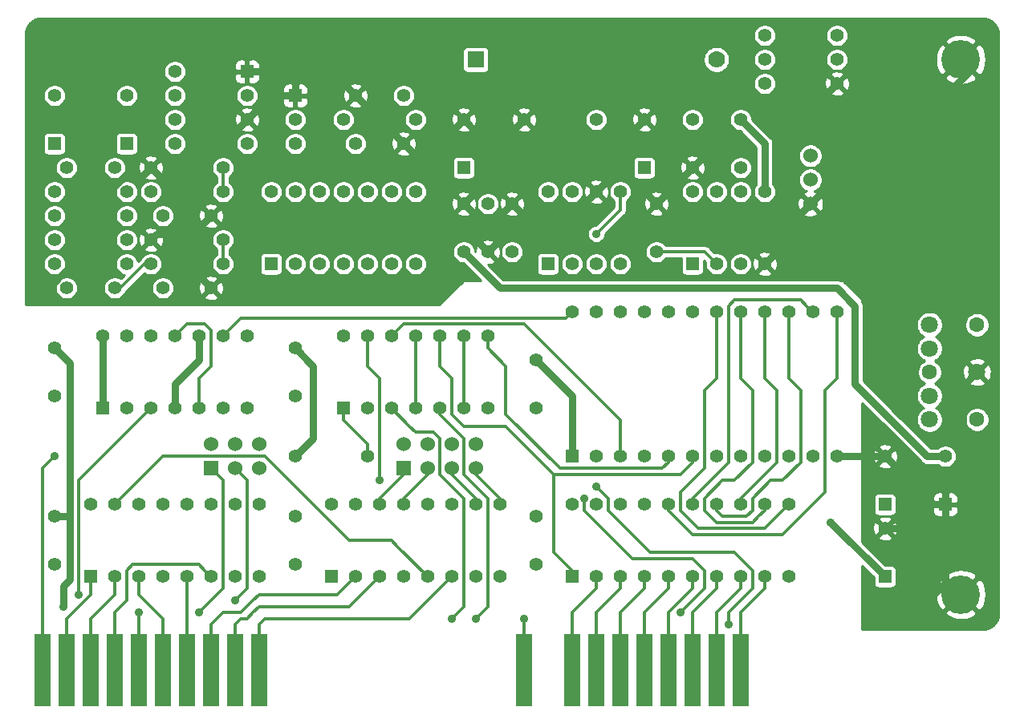
<source format=gtl>
G04 #@! TF.GenerationSoftware,KiCad,Pcbnew,(5.1.8)-1*
G04 #@! TF.CreationDate,2021-01-14T09:05:43-08:00*
G04 #@! TF.ProjectId,isa_opl2,6973615f-6f70-46c3-922e-6b696361645f,rev?*
G04 #@! TF.SameCoordinates,Original*
G04 #@! TF.FileFunction,Copper,L1,Top*
G04 #@! TF.FilePolarity,Positive*
%FSLAX46Y46*%
G04 Gerber Fmt 4.6, Leading zero omitted, Abs format (unit mm)*
G04 Created by KiCad (PCBNEW (5.1.8)-1) date 2021-01-14 09:05:43*
%MOMM*%
%LPD*%
G01*
G04 APERTURE LIST*
G04 #@! TA.AperFunction,ConnectorPad*
%ADD10R,1.778000X7.620000*%
G04 #@! TD*
G04 #@! TA.AperFunction,ComponentPad*
%ADD11C,4.064000*%
G04 #@! TD*
G04 #@! TA.AperFunction,ComponentPad*
%ADD12C,1.800860*%
G04 #@! TD*
G04 #@! TA.AperFunction,ComponentPad*
%ADD13C,1.600200*%
G04 #@! TD*
G04 #@! TA.AperFunction,ComponentPad*
%ADD14C,1.397000*%
G04 #@! TD*
G04 #@! TA.AperFunction,ComponentPad*
%ADD15R,1.397000X1.397000*%
G04 #@! TD*
G04 #@! TA.AperFunction,ComponentPad*
%ADD16C,1.778000*%
G04 #@! TD*
G04 #@! TA.AperFunction,ComponentPad*
%ADD17R,1.778000X1.778000*%
G04 #@! TD*
G04 #@! TA.AperFunction,ComponentPad*
%ADD18R,1.524000X1.524000*%
G04 #@! TD*
G04 #@! TA.AperFunction,ComponentPad*
%ADD19C,1.524000*%
G04 #@! TD*
G04 #@! TA.AperFunction,ViaPad*
%ADD20C,0.889000*%
G04 #@! TD*
G04 #@! TA.AperFunction,Conductor*
%ADD21C,0.378460*%
G04 #@! TD*
G04 #@! TA.AperFunction,Conductor*
%ADD22C,0.759460*%
G04 #@! TD*
G04 #@! TA.AperFunction,Conductor*
%ADD23C,0.254000*%
G04 #@! TD*
G04 #@! TA.AperFunction,Conductor*
%ADD24C,0.150000*%
G04 #@! TD*
G04 APERTURE END LIST*
D10*
X177800000Y-120332500D03*
X175260000Y-120332500D03*
X172720000Y-120332500D03*
X170180000Y-120332500D03*
X167640000Y-120332500D03*
X165100000Y-120332500D03*
X162560000Y-120332500D03*
X160020000Y-120332500D03*
X154940000Y-120332500D03*
X127000000Y-120332500D03*
X124460000Y-120332500D03*
X121920000Y-120332500D03*
X119380000Y-120332500D03*
X116840000Y-120332500D03*
X114300000Y-120332500D03*
X111760000Y-120332500D03*
X109220000Y-120332500D03*
X106680000Y-120332500D03*
X104140000Y-120332500D03*
D11*
X201041000Y-55880000D03*
X201041000Y-112395000D03*
D12*
X202740260Y-88900000D03*
X197739000Y-83898740D03*
X197739000Y-86400640D03*
X197739000Y-91399360D03*
X197739000Y-93901260D03*
D13*
X197739000Y-88900000D03*
X202740260Y-83898740D03*
X202740260Y-93901260D03*
D14*
X156210000Y-104140000D03*
X156210000Y-109220000D03*
X105410000Y-104140000D03*
X105410000Y-109220000D03*
X105410000Y-86360000D03*
X105410000Y-91440000D03*
X130810000Y-86360000D03*
X130810000Y-91440000D03*
X156210000Y-87630000D03*
X156210000Y-92710000D03*
X153670000Y-76200000D03*
X153670000Y-71120000D03*
X151130000Y-71120000D03*
X151130000Y-76200000D03*
X177800000Y-67310000D03*
X172720000Y-67310000D03*
D15*
X148590000Y-67310000D03*
D14*
X148590000Y-62230000D03*
X177800000Y-62230000D03*
X172720000Y-62230000D03*
X116840000Y-72390000D03*
X121920000Y-72390000D03*
X142240000Y-64770000D03*
X137160000Y-64770000D03*
X142240000Y-59690000D03*
X137160000Y-59690000D03*
D15*
X109220000Y-110490000D03*
D14*
X111760000Y-110490000D03*
X114300000Y-110490000D03*
X116840000Y-110490000D03*
X119380000Y-110490000D03*
X121920000Y-110490000D03*
X124460000Y-110490000D03*
X127000000Y-110490000D03*
X127000000Y-102870000D03*
X124460000Y-102870000D03*
X121920000Y-102870000D03*
X119380000Y-102870000D03*
X116840000Y-102870000D03*
X114300000Y-102870000D03*
X111760000Y-102870000D03*
X109220000Y-102870000D03*
D15*
X134620000Y-110490000D03*
D14*
X137160000Y-110490000D03*
X139700000Y-110490000D03*
X142240000Y-110490000D03*
X144780000Y-110490000D03*
X147320000Y-110490000D03*
X149860000Y-110490000D03*
X152400000Y-110490000D03*
X152400000Y-102870000D03*
X149860000Y-102870000D03*
X147320000Y-102870000D03*
X144780000Y-102870000D03*
X142240000Y-102870000D03*
X139700000Y-102870000D03*
X137160000Y-102870000D03*
X134620000Y-102870000D03*
D15*
X135890000Y-92710000D03*
D14*
X138430000Y-92710000D03*
X140970000Y-92710000D03*
X143510000Y-92710000D03*
X146050000Y-92710000D03*
X148590000Y-92710000D03*
X151130000Y-92710000D03*
X151130000Y-85090000D03*
X148590000Y-85090000D03*
X146050000Y-85090000D03*
X143510000Y-85090000D03*
X140970000Y-85090000D03*
X138430000Y-85090000D03*
X135890000Y-85090000D03*
D15*
X160020000Y-97790000D03*
D14*
X162560000Y-97790000D03*
X165100000Y-97790000D03*
X167640000Y-97790000D03*
X170180000Y-97790000D03*
X172720000Y-97790000D03*
X175260000Y-97790000D03*
X177800000Y-97790000D03*
X180340000Y-97790000D03*
X182880000Y-97790000D03*
X185420000Y-97790000D03*
X187960000Y-97790000D03*
X187960000Y-82550000D03*
X185420000Y-82550000D03*
X182880000Y-82550000D03*
X180340000Y-82550000D03*
X177800000Y-82550000D03*
X175260000Y-82550000D03*
X172720000Y-82550000D03*
X170180000Y-82550000D03*
X167640000Y-82550000D03*
X165100000Y-82550000D03*
X162560000Y-82550000D03*
X160020000Y-82550000D03*
D15*
X157480000Y-77470000D03*
D14*
X160020000Y-77470000D03*
X162560000Y-77470000D03*
X165100000Y-77470000D03*
X165100000Y-69850000D03*
X162560000Y-69850000D03*
X160020000Y-69850000D03*
X157480000Y-69850000D03*
D15*
X128270000Y-77470000D03*
D14*
X130810000Y-77470000D03*
X133350000Y-77470000D03*
X135890000Y-77470000D03*
X138430000Y-77470000D03*
X140970000Y-77470000D03*
X143510000Y-77470000D03*
X143510000Y-69850000D03*
X140970000Y-69850000D03*
X138430000Y-69850000D03*
X135890000Y-69850000D03*
X133350000Y-69850000D03*
X130810000Y-69850000D03*
X128270000Y-69850000D03*
D15*
X172720000Y-77470000D03*
D14*
X175260000Y-77470000D03*
X177800000Y-77470000D03*
X180340000Y-77470000D03*
X180340000Y-69850000D03*
X177800000Y-69850000D03*
X175260000Y-69850000D03*
X172720000Y-69850000D03*
D16*
X175260000Y-55880000D03*
D17*
X149860000Y-55880000D03*
D14*
X118110000Y-57150000D03*
D15*
X125730000Y-57150000D03*
D14*
X115570000Y-77470000D03*
X123190000Y-77470000D03*
X115570000Y-74930000D03*
X123190000Y-74930000D03*
X115570000Y-67310000D03*
X123190000Y-67310000D03*
X118110000Y-62230000D03*
X125730000Y-62230000D03*
X180340000Y-58420000D03*
X187960000Y-58420000D03*
X143510000Y-62230000D03*
X135890000Y-62230000D03*
X130810000Y-97790000D03*
X138430000Y-97790000D03*
X105410000Y-74930000D03*
X113030000Y-74930000D03*
X113030000Y-77470000D03*
X105410000Y-77470000D03*
X105410000Y-72390000D03*
X113030000Y-72390000D03*
X113030000Y-69850000D03*
X105410000Y-69850000D03*
X125730000Y-59690000D03*
X118110000Y-59690000D03*
X125730000Y-64770000D03*
X118110000Y-64770000D03*
X162560000Y-62230000D03*
X154940000Y-62230000D03*
X187960000Y-55880000D03*
X180340000Y-55880000D03*
D18*
X142240000Y-99060000D03*
D19*
X142240000Y-96520000D03*
X144780000Y-99060000D03*
X144780000Y-96520000D03*
X147320000Y-99060000D03*
X147320000Y-96520000D03*
X149860000Y-99060000D03*
X149860000Y-96520000D03*
D18*
X121920000Y-99060000D03*
D19*
X121920000Y-96520000D03*
X124460000Y-99060000D03*
X124460000Y-96520000D03*
X127000000Y-99060000D03*
X127000000Y-96520000D03*
D15*
X130810000Y-59690000D03*
D14*
X130810000Y-62230000D03*
X130810000Y-64770000D03*
X187960000Y-53340000D03*
X180340000Y-53340000D03*
D19*
X185166000Y-71120000D03*
X185166000Y-68580000D03*
X185166000Y-66040000D03*
D14*
X115570000Y-69850000D03*
X123190000Y-69850000D03*
D15*
X160020000Y-110490000D03*
D14*
X162560000Y-110490000D03*
X165100000Y-110490000D03*
X167640000Y-110490000D03*
X170180000Y-110490000D03*
X172720000Y-110490000D03*
X175260000Y-110490000D03*
X177800000Y-110490000D03*
X180340000Y-110490000D03*
X182880000Y-110490000D03*
X182880000Y-102870000D03*
X180340000Y-102870000D03*
X177800000Y-102870000D03*
X175260000Y-102870000D03*
X172720000Y-102870000D03*
X170180000Y-102870000D03*
X167640000Y-102870000D03*
X165100000Y-102870000D03*
X162560000Y-102870000D03*
X160020000Y-102870000D03*
D15*
X110490000Y-92710000D03*
D14*
X113030000Y-92710000D03*
X115570000Y-92710000D03*
X118110000Y-92710000D03*
X120650000Y-92710000D03*
X123190000Y-92710000D03*
X125730000Y-92710000D03*
X125730000Y-85090000D03*
X123190000Y-85090000D03*
X120650000Y-85090000D03*
X118110000Y-85090000D03*
X115570000Y-85090000D03*
X113030000Y-85090000D03*
X110490000Y-85090000D03*
X130810000Y-104140000D03*
X130810000Y-109220000D03*
X148590000Y-71120000D03*
X148590000Y-76200000D03*
X168910000Y-76200000D03*
X168910000Y-71120000D03*
D15*
X193040000Y-110490000D03*
D14*
X193040000Y-105410000D03*
D15*
X193040000Y-102870000D03*
D14*
X193040000Y-97790000D03*
D15*
X199390000Y-102870000D03*
D14*
X199390000Y-97790000D03*
D15*
X105410000Y-64770000D03*
D14*
X105410000Y-59690000D03*
D15*
X167640000Y-67310000D03*
D14*
X167640000Y-62230000D03*
D15*
X113030000Y-64770000D03*
D14*
X113030000Y-59690000D03*
X106680000Y-80010000D03*
X111760000Y-80010000D03*
X116840000Y-80010000D03*
X121920000Y-80010000D03*
X106680000Y-67310000D03*
X111760000Y-67310000D03*
D20*
X105410000Y-97790000D03*
X114300000Y-114300000D03*
X154940000Y-114935000D03*
X162560000Y-74295000D03*
X161290000Y-102235000D03*
X171450000Y-114300000D03*
X120650000Y-114300000D03*
X124460000Y-113030000D03*
X107950000Y-112395000D03*
X162560000Y-100965000D03*
X139700000Y-100330000D03*
X176530000Y-115570000D03*
X147320000Y-114935000D03*
X149860000Y-114935000D03*
X191770000Y-114300000D03*
X103505000Y-80645000D03*
X106362500Y-113665000D03*
X187325000Y-104775000D03*
D21*
X139700000Y-102235000D02*
X142240000Y-99695000D01*
X139700000Y-102870000D02*
X139700000Y-102235000D01*
X142240000Y-99695000D02*
X142240000Y-99060000D01*
X142240000Y-102235000D02*
X144780000Y-99695000D01*
X142240000Y-102870000D02*
X142240000Y-102235000D01*
X144780000Y-99695000D02*
X144780000Y-99060000D01*
X149860000Y-102870000D02*
X149860000Y-102235000D01*
X149860000Y-102235000D02*
X147320000Y-99695000D01*
X147320000Y-99695000D02*
X147320000Y-99060000D01*
X152400000Y-102235000D02*
X149860000Y-99695000D01*
X152400000Y-102870000D02*
X152400000Y-102235000D01*
X149860000Y-99695000D02*
X149860000Y-99060000D01*
X104140000Y-120332500D02*
X104140000Y-99060000D01*
X104140000Y-99060000D02*
X105410000Y-97790000D01*
X109220000Y-112395000D02*
X109220000Y-110490000D01*
X106680000Y-120332500D02*
X106680000Y-114935000D01*
X106680000Y-114935000D02*
X109220000Y-112395000D01*
X109220000Y-120332500D02*
X109220000Y-114935000D01*
X111760000Y-112395000D02*
X111760000Y-110490000D01*
X109220000Y-114935000D02*
X111760000Y-112395000D01*
X113030000Y-109855000D02*
X113665000Y-109220000D01*
X111760000Y-114300000D02*
X113030000Y-113030000D01*
X113030000Y-113030000D02*
X113030000Y-109855000D01*
X113665000Y-109220000D02*
X120650000Y-109220000D01*
X111760000Y-120332500D02*
X111760000Y-114300000D01*
X121285000Y-109855000D02*
X120650000Y-109220000D01*
X121920000Y-110490000D02*
X121285000Y-109855000D01*
X114300000Y-120332500D02*
X114300000Y-114300000D01*
X116840000Y-120332500D02*
X116840000Y-114935000D01*
X114300000Y-112395000D02*
X114300000Y-110490000D01*
X116840000Y-114935000D02*
X114300000Y-112395000D01*
X119380000Y-120332500D02*
X119380000Y-110490000D01*
X135255000Y-112395000D02*
X137160000Y-110490000D01*
X126365000Y-113030000D02*
X127000000Y-112395000D01*
X123190000Y-114300000D02*
X125095000Y-114300000D01*
X125095000Y-114300000D02*
X126365000Y-113030000D01*
X121920000Y-120332500D02*
X121920000Y-115570000D01*
X121920000Y-115570000D02*
X123190000Y-114300000D01*
X135255000Y-112395000D02*
X127000000Y-112395000D01*
X124460000Y-115570000D02*
X125095000Y-114935000D01*
X125095000Y-114935000D02*
X125730000Y-114935000D01*
X126365000Y-114300000D02*
X127000000Y-113665000D01*
X124460000Y-120332500D02*
X124460000Y-116205000D01*
X124460000Y-116205000D02*
X124460000Y-115570000D01*
X137160000Y-113030000D02*
X136525000Y-113665000D01*
X139700000Y-110490000D02*
X137160000Y-113030000D01*
X127000000Y-113665000D02*
X136525000Y-113665000D01*
X125730000Y-114935000D02*
X126365000Y-114300000D01*
X127000000Y-115570000D02*
X127635000Y-114935000D01*
X127635000Y-114935000D02*
X142875000Y-114935000D01*
X127000000Y-120332500D02*
X127000000Y-115570000D01*
X147320000Y-110490000D02*
X142875000Y-114935000D01*
X154940000Y-120332500D02*
X154940000Y-114935000D01*
D22*
X180340000Y-69850000D02*
X180340000Y-64770000D01*
X180340000Y-64770000D02*
X177800000Y-62230000D01*
D21*
X162560000Y-111760000D02*
X162560000Y-110490000D01*
X160020000Y-120332500D02*
X160020000Y-114300000D01*
X160020000Y-114300000D02*
X162560000Y-111760000D01*
X162560000Y-120332500D02*
X162560000Y-114300000D01*
X162560000Y-114300000D02*
X165100000Y-111760000D01*
X165100000Y-111760000D02*
X165100000Y-110490000D01*
X165100000Y-120332500D02*
X165100000Y-114300000D01*
X165100000Y-114300000D02*
X167640000Y-111760000D01*
X167640000Y-111760000D02*
X167640000Y-110490000D01*
X167640000Y-120332500D02*
X167640000Y-114300000D01*
X167640000Y-114300000D02*
X170180000Y-111760000D01*
X170180000Y-111760000D02*
X170180000Y-110490000D01*
X170180000Y-114300000D02*
X172720000Y-111760000D01*
X170180000Y-120332500D02*
X170180000Y-114300000D01*
X172720000Y-111760000D02*
X172720000Y-110490000D01*
X175260000Y-111760000D02*
X175260000Y-110490000D01*
X172720000Y-120332500D02*
X172720000Y-114300000D01*
X172720000Y-114300000D02*
X175260000Y-111760000D01*
X175260000Y-114300000D02*
X177800000Y-111760000D01*
X177800000Y-111760000D02*
X177800000Y-110490000D01*
X175260000Y-120332500D02*
X175260000Y-114300000D01*
X177800000Y-120332500D02*
X177800000Y-116840000D01*
X177800000Y-114300000D02*
X180340000Y-111760000D01*
X180340000Y-111760000D02*
X180340000Y-110490000D01*
X177800000Y-120332500D02*
X177800000Y-114300000D01*
X165100000Y-71755000D02*
X165100000Y-71120000D01*
X165100000Y-71120000D02*
X165100000Y-69850000D01*
X162560000Y-74295000D02*
X165100000Y-71755000D01*
X186690000Y-90805000D02*
X187960000Y-89535000D01*
X182245000Y-106045000D02*
X186690000Y-101600000D01*
X170180000Y-103505000D02*
X172720000Y-106045000D01*
X172720000Y-106045000D02*
X182245000Y-106045000D01*
X186690000Y-101600000D02*
X186690000Y-90805000D01*
X187960000Y-89535000D02*
X187960000Y-82550000D01*
X170180000Y-102870000D02*
X170180000Y-103505000D01*
X172720000Y-102235000D02*
X176530000Y-98425000D01*
X184785000Y-81915000D02*
X184150000Y-81280000D01*
X172720000Y-102870000D02*
X172720000Y-102235000D01*
X176530000Y-81915000D02*
X177165000Y-81280000D01*
X176530000Y-98425000D02*
X176530000Y-81915000D01*
X177165000Y-81280000D02*
X184150000Y-81280000D01*
X185420000Y-82550000D02*
X184785000Y-81915000D01*
X180975000Y-100330000D02*
X182245000Y-100330000D01*
X184150000Y-90805000D02*
X182880000Y-89535000D01*
X184150000Y-98425000D02*
X184150000Y-90805000D01*
X178435000Y-104140000D02*
X179070000Y-103505000D01*
X175895000Y-104140000D02*
X178435000Y-104140000D01*
X175260000Y-103505000D02*
X175895000Y-104140000D01*
X182880000Y-89535000D02*
X182880000Y-82550000D01*
X179070000Y-102235000D02*
X180975000Y-100330000D01*
X179070000Y-103505000D02*
X179070000Y-102235000D01*
X175260000Y-102870000D02*
X175260000Y-103505000D01*
X182245000Y-100330000D02*
X184150000Y-98425000D01*
X180340000Y-89535000D02*
X180340000Y-82550000D01*
X177800000Y-102870000D02*
X177800000Y-102235000D01*
X177800000Y-102235000D02*
X181610000Y-98425000D01*
X181610000Y-98425000D02*
X181610000Y-90805000D01*
X181610000Y-90805000D02*
X180340000Y-89535000D01*
X175895000Y-100330000D02*
X177165000Y-100330000D01*
X179070000Y-98425000D02*
X179070000Y-90805000D01*
X174625000Y-104140000D02*
X175260000Y-104775000D01*
X174625000Y-104140000D02*
X173990000Y-103505000D01*
X173990000Y-103505000D02*
X173990000Y-102235000D01*
X173990000Y-102235000D02*
X175895000Y-100330000D01*
X177165000Y-100330000D02*
X179070000Y-98425000D01*
X180340000Y-102870000D02*
X180340000Y-103505000D01*
X179070000Y-90805000D02*
X177800000Y-89535000D01*
X175260000Y-104775000D02*
X179070000Y-104775000D01*
X179070000Y-104775000D02*
X179705000Y-104140000D01*
X177800000Y-89535000D02*
X177800000Y-82550000D01*
X180340000Y-103505000D02*
X179705000Y-104140000D01*
X180975000Y-104775000D02*
X180969920Y-104775000D01*
X172720000Y-104775000D02*
X171450000Y-103505000D01*
X180969920Y-104775000D02*
X180340000Y-105404920D01*
X180340000Y-105404920D02*
X180334920Y-105404920D01*
X180334920Y-105404920D02*
X180334920Y-105410000D01*
X182880000Y-102870000D02*
X180975000Y-104775000D01*
X173355000Y-105410000D02*
X180334920Y-105410000D01*
X171450000Y-103505000D02*
X171450000Y-101600000D01*
X172720000Y-104775000D02*
X173355000Y-105410000D01*
X173990000Y-99060000D02*
X173990000Y-90805000D01*
X175260000Y-89535000D02*
X173990000Y-90805000D01*
X175260000Y-82550000D02*
X175260000Y-89535000D01*
X171450000Y-101600000D02*
X173990000Y-99060000D01*
X172720000Y-108585000D02*
X166370000Y-108585000D01*
X166370000Y-108585000D02*
X161290000Y-103505000D01*
X173990000Y-109855000D02*
X172720000Y-108585000D01*
X161290000Y-103505000D02*
X161290000Y-102235000D01*
X171450000Y-114300000D02*
X173990000Y-111760000D01*
X173990000Y-111760000D02*
X173990000Y-109855000D01*
X123190000Y-111760000D02*
X123190000Y-100965000D01*
X120650000Y-114300000D02*
X123190000Y-111760000D01*
X123190000Y-100330000D02*
X121920000Y-99060000D01*
X123190000Y-100965000D02*
X123190000Y-100330000D01*
X125730000Y-100330000D02*
X124460000Y-99060000D01*
X125730000Y-100965000D02*
X125730000Y-111760000D01*
X124460000Y-113030000D02*
X125730000Y-111760000D01*
X125730000Y-100965000D02*
X125730000Y-100330000D01*
X125095000Y-83185000D02*
X158750000Y-83185000D01*
X123190000Y-85090000D02*
X125095000Y-83185000D01*
X159385000Y-83185000D02*
X160020000Y-82550000D01*
X158750000Y-83185000D02*
X159385000Y-83185000D01*
X115570000Y-92710000D02*
X107950000Y-100330000D01*
X107950000Y-100330000D02*
X107950000Y-112395000D01*
X162560000Y-100965000D02*
X163830000Y-102235000D01*
X179070000Y-111760000D02*
X179070000Y-109855000D01*
X139700000Y-93980000D02*
X139700000Y-89535000D01*
X163830000Y-103505000D02*
X163830000Y-102235000D01*
X138430000Y-88265000D02*
X138430000Y-85090000D01*
X139700000Y-100330000D02*
X139700000Y-93980000D01*
X176530000Y-115570000D02*
X176530000Y-114300000D01*
X177165000Y-107950000D02*
X168275000Y-107950000D01*
X176530000Y-114300000D02*
X179070000Y-111760000D01*
X139700000Y-89535000D02*
X138430000Y-88265000D01*
X168275000Y-107950000D02*
X163830000Y-103505000D01*
X179070000Y-109855000D02*
X177165000Y-107950000D01*
X148590000Y-107950000D02*
X148590000Y-102235000D01*
X143510000Y-95250000D02*
X145415000Y-95250000D01*
X148590000Y-113665000D02*
X147320000Y-114935000D01*
X146050000Y-95885000D02*
X146050000Y-99695000D01*
X148590000Y-107950000D02*
X148590000Y-113665000D01*
X145415000Y-95250000D02*
X146050000Y-95885000D01*
X148590000Y-102235000D02*
X146050000Y-99695000D01*
X140970000Y-92710000D02*
X142875000Y-94615000D01*
X142875000Y-94615000D02*
X143510000Y-95250000D01*
X149860000Y-114935000D02*
X151130000Y-113665000D01*
X151130000Y-113665000D02*
X151130000Y-102235000D01*
X151130000Y-102235000D02*
X148590000Y-99695000D01*
X148590000Y-99695000D02*
X148590000Y-95885000D01*
X146050000Y-93345000D02*
X146050000Y-92710000D01*
X148590000Y-95885000D02*
X146050000Y-93345000D01*
X135890000Y-93980000D02*
X135890000Y-92710000D01*
X138430000Y-97790000D02*
X138430000Y-96520000D01*
X138430000Y-96520000D02*
X135890000Y-93980000D01*
X160020000Y-110490000D02*
X160020000Y-109855000D01*
X148590000Y-94615000D02*
X147320000Y-93345000D01*
X153035000Y-94615000D02*
X152400000Y-94615000D01*
X152400000Y-94615000D02*
X150495000Y-94615000D01*
X171450000Y-99695000D02*
X158115000Y-99695000D01*
X150495000Y-94615000D02*
X148590000Y-94615000D01*
X158115000Y-107950000D02*
X158115000Y-100330000D01*
X158115000Y-99695000D02*
X158115000Y-100330000D01*
X171450000Y-99695000D02*
X172720000Y-98425000D01*
X158115000Y-99695000D02*
X153035000Y-94615000D01*
X147320000Y-93345000D02*
X147320000Y-89535000D01*
X147320000Y-89535000D02*
X146050000Y-88265000D01*
X146050000Y-88265000D02*
X146050000Y-85090000D01*
X172720000Y-98425000D02*
X172720000Y-97790000D01*
X160020000Y-109855000D02*
X158115000Y-107950000D01*
X142240000Y-83820000D02*
X154940000Y-83820000D01*
X140970000Y-85090000D02*
X142240000Y-83820000D01*
X165100000Y-93980000D02*
X165100000Y-97790000D01*
X154940000Y-83820000D02*
X165100000Y-93980000D01*
X151130000Y-86360000D02*
X151130000Y-85090000D01*
X153035000Y-93345000D02*
X153035000Y-88265000D01*
X169545000Y-99060000D02*
X158750000Y-99060000D01*
X158750000Y-99060000D02*
X153035000Y-93345000D01*
X170180000Y-97790000D02*
X170180000Y-98425000D01*
X153035000Y-88265000D02*
X151130000Y-86360000D01*
X170180000Y-98425000D02*
X169545000Y-99060000D01*
D22*
X196215000Y-114300000D02*
X199390000Y-111125000D01*
X118110000Y-73660000D02*
X120650000Y-73660000D01*
X120650000Y-78740000D02*
X120650000Y-74930000D01*
X120650000Y-74930000D02*
X120650000Y-73660000D01*
X151130000Y-76200000D02*
X152400000Y-74930000D01*
X151130000Y-76200000D02*
X149860000Y-74930000D01*
X187960000Y-58420000D02*
X186055000Y-60325000D01*
X191770000Y-114300000D02*
X196215000Y-114300000D01*
X187960000Y-97790000D02*
X193040000Y-97790000D01*
X199390000Y-104775000D02*
X199390000Y-111125000D01*
X199390000Y-105410000D02*
X199390000Y-104775000D01*
X193040000Y-105410000D02*
X199390000Y-105410000D01*
X200660000Y-71120000D02*
X199390000Y-69850000D01*
X152400000Y-74930000D02*
X152400000Y-72390000D01*
X199390000Y-111125000D02*
X201930000Y-113665000D01*
X201930000Y-57150000D02*
X199390000Y-59690000D01*
X201295000Y-92075000D02*
X200660000Y-91440000D01*
X183261000Y-73025000D02*
X183388000Y-72898000D01*
X199390000Y-102870000D02*
X199390000Y-101600000D01*
X104140000Y-80645000D02*
X108585000Y-76200000D01*
X108585000Y-72390000D02*
X108585000Y-76200000D01*
X115570000Y-67310000D02*
X114300000Y-68580000D01*
X113347500Y-67627500D02*
X114300000Y-68580000D01*
X108585000Y-72390000D02*
X113347500Y-67627500D01*
X103505000Y-80645000D02*
X104140000Y-80645000D01*
X199390000Y-69850000D02*
X186436000Y-69850000D01*
X200660000Y-72390000D02*
X200660000Y-71120000D01*
X200660000Y-90980260D02*
X202740260Y-88900000D01*
X120650000Y-73660000D02*
X121920000Y-72390000D01*
X149860000Y-74930000D02*
X149860000Y-72390000D01*
X121920000Y-80010000D02*
X120650000Y-78740000D01*
X199390000Y-104775000D02*
X199390000Y-102870000D01*
X200660000Y-91440000D02*
X200660000Y-90980260D01*
X200660000Y-91440000D02*
X200660000Y-72390000D01*
X199390000Y-101600000D02*
X201295000Y-99695000D01*
X117475000Y-74295000D02*
X118110000Y-73660000D01*
X115570000Y-74930000D02*
X116205000Y-74295000D01*
X116205000Y-74295000D02*
X117475000Y-74295000D01*
X118745000Y-73025000D02*
X118745000Y-70485000D01*
X115570000Y-67310000D02*
X118745000Y-70485000D01*
X118745000Y-73025000D02*
X118110000Y-73660000D01*
X199390000Y-69850000D02*
X199390000Y-59690000D01*
X152400000Y-72390000D02*
X153670000Y-71120000D01*
X197485000Y-102235000D02*
X198120000Y-102870000D01*
X149860000Y-72390000D02*
X148590000Y-71120000D01*
X186436000Y-69850000D02*
X185166000Y-71120000D01*
X201295000Y-99695000D02*
X201295000Y-92075000D01*
X154940000Y-72390000D02*
X160020000Y-72390000D01*
X160020000Y-72390000D02*
X162560000Y-69850000D01*
X153670000Y-71120000D02*
X154940000Y-72390000D01*
X198120000Y-102870000D02*
X199390000Y-102870000D01*
X193040000Y-97790000D02*
X197485000Y-102235000D01*
X150495000Y-69215000D02*
X148590000Y-71120000D01*
X150495000Y-64135000D02*
X150495000Y-66040000D01*
X150495000Y-66040000D02*
X150495000Y-69215000D01*
X125730000Y-62230000D02*
X118745000Y-69215000D01*
X118745000Y-69215000D02*
X118745000Y-70485000D01*
X125730000Y-62230000D02*
X128270000Y-59690000D01*
X128270000Y-59690000D02*
X130810000Y-59690000D01*
X142240000Y-64770000D02*
X143510000Y-66040000D01*
X125730000Y-57150000D02*
X130810000Y-57150000D01*
X130810000Y-57150000D02*
X130810000Y-59690000D01*
X130810000Y-57150000D02*
X134620000Y-57150000D01*
X134620000Y-57150000D02*
X137160000Y-59690000D01*
X180340000Y-77470000D02*
X182880000Y-74930000D01*
X182880000Y-73406000D02*
X185166000Y-71120000D01*
X182880000Y-74930000D02*
X182880000Y-73406000D01*
X162560000Y-69850000D02*
X164465000Y-67945000D01*
X165735000Y-67945000D02*
X168910000Y-71120000D01*
X164465000Y-67945000D02*
X165735000Y-67945000D01*
X168910000Y-71120000D02*
X172720000Y-67310000D01*
X165735000Y-67945000D02*
X165735000Y-64135000D01*
X165735000Y-64135000D02*
X167640000Y-62230000D01*
X172720000Y-67310000D02*
X175260000Y-64770000D01*
X177165000Y-60325000D02*
X186055000Y-60325000D01*
X175260000Y-62230000D02*
X177165000Y-60325000D01*
X175260000Y-64770000D02*
X175260000Y-62230000D01*
X148590000Y-62230000D02*
X150495000Y-64135000D01*
X142240000Y-64770000D02*
X137160000Y-59690000D01*
X154940000Y-62230000D02*
X151130000Y-66040000D01*
X151130000Y-66040000D02*
X150495000Y-66040000D01*
X148590000Y-62230000D02*
X144780000Y-66040000D01*
X143510000Y-66040000D02*
X144780000Y-66040000D01*
X105410000Y-86360000D02*
X106680000Y-87630000D01*
X110490000Y-92710000D02*
X110490000Y-85090000D01*
X106680000Y-87630000D02*
X106997500Y-87947500D01*
X106362500Y-111442500D02*
X106362500Y-113665000D01*
X106997500Y-104140000D02*
X105410000Y-104140000D01*
X156210000Y-87630000D02*
X158750000Y-90170000D01*
X160020000Y-91440000D02*
X160020000Y-97790000D01*
X130810000Y-97790000D02*
X132080000Y-96520000D01*
X132080000Y-96520000D02*
X132715000Y-95885000D01*
X158750000Y-90170000D02*
X160020000Y-91440000D01*
X132715000Y-88265000D02*
X130810000Y-86360000D01*
X132715000Y-95885000D02*
X132715000Y-88265000D01*
X106997500Y-104140000D02*
X106997500Y-110807500D01*
X106997500Y-110807500D02*
X106362500Y-111442500D01*
X106997500Y-87947500D02*
X106997500Y-104140000D01*
X120650000Y-87630000D02*
X120650000Y-85090000D01*
X193040000Y-110490000D02*
X187325000Y-104775000D01*
X118110000Y-90170000D02*
X120650000Y-87630000D01*
X118110000Y-92710000D02*
X118110000Y-90170000D01*
X187960000Y-80010000D02*
X189865000Y-81915000D01*
X148590000Y-76200000D02*
X152400000Y-80010000D01*
X152400000Y-80010000D02*
X187960000Y-80010000D01*
X189865000Y-90170000D02*
X189865000Y-81915000D01*
X197485000Y-97790000D02*
X193675000Y-93980000D01*
X197485000Y-97790000D02*
X199390000Y-97790000D01*
X191135000Y-91440000D02*
X189865000Y-90170000D01*
X193675000Y-93980000D02*
X191135000Y-91440000D01*
D21*
X168910000Y-76200000D02*
X173990000Y-76200000D01*
X173990000Y-76200000D02*
X175260000Y-77470000D01*
X111760000Y-80010000D02*
X112395000Y-80010000D01*
X112395000Y-80010000D02*
X114935000Y-77470000D01*
X114935000Y-77470000D02*
X115570000Y-77470000D01*
X123190000Y-77470000D02*
X123190000Y-74930000D01*
X123190000Y-67310000D02*
X123190000Y-69850000D01*
X137795000Y-106680000D02*
X136525000Y-106680000D01*
X144780000Y-110490000D02*
X141605000Y-107315000D01*
X141605000Y-107315000D02*
X140970000Y-106680000D01*
X136525000Y-106680000D02*
X128905000Y-99060000D01*
X128905000Y-99060000D02*
X127635000Y-97790000D01*
X140970000Y-106680000D02*
X137795000Y-106680000D01*
X116840000Y-97790000D02*
X111760000Y-102870000D01*
X127635000Y-97790000D02*
X116840000Y-97790000D01*
X121920000Y-88265000D02*
X121920000Y-84455000D01*
X120650000Y-92710000D02*
X120650000Y-89535000D01*
X120650000Y-89535000D02*
X121920000Y-88265000D01*
X118110000Y-85090000D02*
X119380000Y-83820000D01*
X121285000Y-83820000D02*
X119380000Y-83820000D01*
X121920000Y-84455000D02*
X121285000Y-83820000D01*
X143510000Y-92710000D02*
X143510000Y-85090000D01*
X148590000Y-92710000D02*
X148590000Y-85090000D01*
D23*
X203901438Y-51638186D02*
X204218631Y-51806840D01*
X204497022Y-52033892D01*
X204726011Y-52310692D01*
X204896877Y-52626701D01*
X204978000Y-52888768D01*
X204978000Y-114749097D01*
X204901814Y-115001439D01*
X204733161Y-115318630D01*
X204506111Y-115597020D01*
X204229308Y-115826011D01*
X203913302Y-115996875D01*
X203651232Y-116078000D01*
X190627000Y-116078000D01*
X190627000Y-114265264D01*
X199350341Y-114265264D01*
X199570307Y-114635301D01*
X200035627Y-114879172D01*
X200539583Y-115027578D01*
X201062808Y-115074815D01*
X201585195Y-115019069D01*
X202086669Y-114862481D01*
X202511693Y-114635301D01*
X202731659Y-114265264D01*
X201041000Y-112574605D01*
X199350341Y-114265264D01*
X190627000Y-114265264D01*
X190627000Y-112416808D01*
X198361185Y-112416808D01*
X198416931Y-112939195D01*
X198573519Y-113440669D01*
X198800699Y-113865693D01*
X199170736Y-114085659D01*
X200861395Y-112395000D01*
X201220605Y-112395000D01*
X202911264Y-114085659D01*
X203281301Y-113865693D01*
X203525172Y-113400373D01*
X203673578Y-112896417D01*
X203720815Y-112373192D01*
X203665069Y-111850805D01*
X203508481Y-111349331D01*
X203281301Y-110924307D01*
X202911264Y-110704341D01*
X201220605Y-112395000D01*
X200861395Y-112395000D01*
X199170736Y-110704341D01*
X198800699Y-110924307D01*
X198556828Y-111389627D01*
X198408422Y-111893583D01*
X198361185Y-112416808D01*
X190627000Y-112416808D01*
X190627000Y-109328848D01*
X191833595Y-110535443D01*
X191833595Y-111188500D01*
X191843354Y-111287587D01*
X191872257Y-111382867D01*
X191919192Y-111470677D01*
X191982357Y-111547643D01*
X192059323Y-111610808D01*
X192147133Y-111657743D01*
X192242413Y-111686646D01*
X192341500Y-111696405D01*
X193738500Y-111696405D01*
X193837587Y-111686646D01*
X193932867Y-111657743D01*
X194020677Y-111610808D01*
X194097643Y-111547643D01*
X194160808Y-111470677D01*
X194207743Y-111382867D01*
X194236646Y-111287587D01*
X194246405Y-111188500D01*
X194246405Y-110524736D01*
X199350341Y-110524736D01*
X201041000Y-112215395D01*
X202731659Y-110524736D01*
X202511693Y-110154699D01*
X202046373Y-109910828D01*
X201542417Y-109762422D01*
X201019192Y-109715185D01*
X200496805Y-109770931D01*
X199995331Y-109927519D01*
X199570307Y-110154699D01*
X199350341Y-110524736D01*
X194246405Y-110524736D01*
X194246405Y-109791500D01*
X194236646Y-109692413D01*
X194207743Y-109597133D01*
X194160808Y-109509323D01*
X194097643Y-109432357D01*
X194020677Y-109369192D01*
X193932867Y-109322257D01*
X193837587Y-109293354D01*
X193738500Y-109283595D01*
X193085443Y-109283595D01*
X190627000Y-106825153D01*
X190627000Y-106330197D01*
X192299408Y-106330197D01*
X192358686Y-106563812D01*
X192596875Y-106674559D01*
X192852093Y-106736711D01*
X193114533Y-106747876D01*
X193374107Y-106707629D01*
X193620842Y-106617514D01*
X193721314Y-106563812D01*
X193780592Y-106330197D01*
X193040000Y-105589605D01*
X192299408Y-106330197D01*
X190627000Y-106330197D01*
X190627000Y-105484533D01*
X191702124Y-105484533D01*
X191742371Y-105744107D01*
X191832486Y-105990842D01*
X191886188Y-106091314D01*
X192119803Y-106150592D01*
X192860395Y-105410000D01*
X193219605Y-105410000D01*
X193960197Y-106150592D01*
X194193812Y-106091314D01*
X194304559Y-105853125D01*
X194366711Y-105597907D01*
X194377876Y-105335467D01*
X194337629Y-105075893D01*
X194247514Y-104829158D01*
X194193812Y-104728686D01*
X193960197Y-104669408D01*
X193219605Y-105410000D01*
X192860395Y-105410000D01*
X192119803Y-104669408D01*
X191886188Y-104728686D01*
X191775441Y-104966875D01*
X191713289Y-105222093D01*
X191702124Y-105484533D01*
X190627000Y-105484533D01*
X190627000Y-102171500D01*
X191833595Y-102171500D01*
X191833595Y-103568500D01*
X191843354Y-103667587D01*
X191872257Y-103762867D01*
X191919192Y-103850677D01*
X191982357Y-103927643D01*
X192059323Y-103990808D01*
X192147133Y-104037743D01*
X192242413Y-104066646D01*
X192341500Y-104076405D01*
X192937857Y-104076405D01*
X192705893Y-104112371D01*
X192459158Y-104202486D01*
X192358686Y-104256188D01*
X192299408Y-104489803D01*
X193040000Y-105230395D01*
X193780592Y-104489803D01*
X193721314Y-104256188D01*
X193483125Y-104145441D01*
X193227907Y-104083289D01*
X193066094Y-104076405D01*
X193738500Y-104076405D01*
X193837587Y-104066646D01*
X193932867Y-104037743D01*
X194020677Y-103990808D01*
X194097643Y-103927643D01*
X194160808Y-103850677D01*
X194207743Y-103762867D01*
X194236646Y-103667587D01*
X194246405Y-103568500D01*
X198053428Y-103568500D01*
X198065688Y-103692982D01*
X198101998Y-103812680D01*
X198160963Y-103922994D01*
X198240315Y-104019685D01*
X198337006Y-104099037D01*
X198447320Y-104158002D01*
X198567018Y-104194312D01*
X198691500Y-104206572D01*
X199104250Y-104203500D01*
X199263000Y-104044750D01*
X199263000Y-102997000D01*
X199517000Y-102997000D01*
X199517000Y-104044750D01*
X199675750Y-104203500D01*
X200088500Y-104206572D01*
X200212982Y-104194312D01*
X200332680Y-104158002D01*
X200442994Y-104099037D01*
X200539685Y-104019685D01*
X200619037Y-103922994D01*
X200678002Y-103812680D01*
X200714312Y-103692982D01*
X200726572Y-103568500D01*
X200723500Y-103155750D01*
X200564750Y-102997000D01*
X199517000Y-102997000D01*
X199263000Y-102997000D01*
X198215250Y-102997000D01*
X198056500Y-103155750D01*
X198053428Y-103568500D01*
X194246405Y-103568500D01*
X194246405Y-102171500D01*
X198053428Y-102171500D01*
X198056500Y-102584250D01*
X198215250Y-102743000D01*
X199263000Y-102743000D01*
X199263000Y-101695250D01*
X199517000Y-101695250D01*
X199517000Y-102743000D01*
X200564750Y-102743000D01*
X200723500Y-102584250D01*
X200726572Y-102171500D01*
X200714312Y-102047018D01*
X200678002Y-101927320D01*
X200619037Y-101817006D01*
X200539685Y-101720315D01*
X200442994Y-101640963D01*
X200332680Y-101581998D01*
X200212982Y-101545688D01*
X200088500Y-101533428D01*
X199675750Y-101536500D01*
X199517000Y-101695250D01*
X199263000Y-101695250D01*
X199104250Y-101536500D01*
X198691500Y-101533428D01*
X198567018Y-101545688D01*
X198447320Y-101581998D01*
X198337006Y-101640963D01*
X198240315Y-101720315D01*
X198160963Y-101817006D01*
X198101998Y-101927320D01*
X198065688Y-102047018D01*
X198053428Y-102171500D01*
X194246405Y-102171500D01*
X194236646Y-102072413D01*
X194207743Y-101977133D01*
X194160808Y-101889323D01*
X194097643Y-101812357D01*
X194020677Y-101749192D01*
X193932867Y-101702257D01*
X193837587Y-101673354D01*
X193738500Y-101663595D01*
X192341500Y-101663595D01*
X192242413Y-101673354D01*
X192147133Y-101702257D01*
X192059323Y-101749192D01*
X191982357Y-101812357D01*
X191919192Y-101889323D01*
X191872257Y-101977133D01*
X191843354Y-102072413D01*
X191833595Y-102171500D01*
X190627000Y-102171500D01*
X190627000Y-98710197D01*
X192299408Y-98710197D01*
X192358686Y-98943812D01*
X192596875Y-99054559D01*
X192852093Y-99116711D01*
X193114533Y-99127876D01*
X193374107Y-99087629D01*
X193620842Y-98997514D01*
X193721314Y-98943812D01*
X193780592Y-98710197D01*
X193040000Y-97969605D01*
X192299408Y-98710197D01*
X190627000Y-98710197D01*
X190627000Y-97864533D01*
X191702124Y-97864533D01*
X191742371Y-98124107D01*
X191832486Y-98370842D01*
X191886188Y-98471314D01*
X192119803Y-98530592D01*
X192860395Y-97790000D01*
X193219605Y-97790000D01*
X193960197Y-98530592D01*
X194193812Y-98471314D01*
X194304559Y-98233125D01*
X194366711Y-97977907D01*
X194377876Y-97715467D01*
X194337629Y-97455893D01*
X194247514Y-97209158D01*
X194193812Y-97108686D01*
X193960197Y-97049408D01*
X193219605Y-97790000D01*
X192860395Y-97790000D01*
X192119803Y-97049408D01*
X191886188Y-97108686D01*
X191775441Y-97346875D01*
X191713289Y-97602093D01*
X191702124Y-97864533D01*
X190627000Y-97864533D01*
X190627000Y-96869803D01*
X192299408Y-96869803D01*
X193040000Y-97610395D01*
X193780592Y-96869803D01*
X193721314Y-96636188D01*
X193483125Y-96525441D01*
X193227907Y-96463289D01*
X192965467Y-96452124D01*
X192705893Y-96492371D01*
X192459158Y-96582486D01*
X192358686Y-96636188D01*
X192299408Y-96869803D01*
X190627000Y-96869803D01*
X190627000Y-92183847D01*
X193018327Y-94575174D01*
X196828330Y-98385178D01*
X196856048Y-98418952D01*
X196889821Y-98446669D01*
X196889825Y-98446673D01*
X196988778Y-98527882D01*
X196990835Y-98529570D01*
X197144613Y-98611766D01*
X197311472Y-98662382D01*
X197441514Y-98675190D01*
X197441522Y-98675190D01*
X197485000Y-98679472D01*
X197528478Y-98675190D01*
X198572535Y-98675190D01*
X198622521Y-98725176D01*
X198819711Y-98856935D01*
X199038818Y-98947692D01*
X199271420Y-98993960D01*
X199508580Y-98993960D01*
X199741182Y-98947692D01*
X199960289Y-98856935D01*
X200157479Y-98725176D01*
X200325176Y-98557479D01*
X200456935Y-98360289D01*
X200547692Y-98141182D01*
X200593960Y-97908580D01*
X200593960Y-97671420D01*
X200547692Y-97438818D01*
X200456935Y-97219711D01*
X200325176Y-97022521D01*
X200157479Y-96854824D01*
X199960289Y-96723065D01*
X199741182Y-96632308D01*
X199508580Y-96586040D01*
X199271420Y-96586040D01*
X199038818Y-96632308D01*
X198819711Y-96723065D01*
X198622521Y-96854824D01*
X198572535Y-96904810D01*
X197851658Y-96904810D01*
X194270174Y-93323327D01*
X190750190Y-89803343D01*
X190750190Y-83760272D01*
X196333110Y-83760272D01*
X196333110Y-84037208D01*
X196387137Y-84308823D01*
X196493116Y-84564679D01*
X196646974Y-84794943D01*
X196842797Y-84990766D01*
X197073061Y-85144624D01*
X197085291Y-85149690D01*
X197073061Y-85154756D01*
X196842797Y-85308614D01*
X196646974Y-85504437D01*
X196493116Y-85734701D01*
X196387137Y-85990557D01*
X196333110Y-86262172D01*
X196333110Y-86539108D01*
X196387137Y-86810723D01*
X196493116Y-87066579D01*
X196646974Y-87296843D01*
X196842797Y-87492666D01*
X197073061Y-87646524D01*
X197213314Y-87704619D01*
X197120585Y-87743028D01*
X196906754Y-87885905D01*
X196724905Y-88067754D01*
X196582028Y-88281585D01*
X196483612Y-88519182D01*
X196433440Y-88771414D01*
X196433440Y-89028586D01*
X196483612Y-89280818D01*
X196582028Y-89518415D01*
X196724905Y-89732246D01*
X196906754Y-89914095D01*
X197120585Y-90056972D01*
X197213314Y-90095381D01*
X197073061Y-90153476D01*
X196842797Y-90307334D01*
X196646974Y-90503157D01*
X196493116Y-90733421D01*
X196387137Y-90989277D01*
X196333110Y-91260892D01*
X196333110Y-91537828D01*
X196387137Y-91809443D01*
X196493116Y-92065299D01*
X196646974Y-92295563D01*
X196842797Y-92491386D01*
X197073061Y-92645244D01*
X197085291Y-92650310D01*
X197073061Y-92655376D01*
X196842797Y-92809234D01*
X196646974Y-93005057D01*
X196493116Y-93235321D01*
X196387137Y-93491177D01*
X196333110Y-93762792D01*
X196333110Y-94039728D01*
X196387137Y-94311343D01*
X196493116Y-94567199D01*
X196646974Y-94797463D01*
X196842797Y-94993286D01*
X197073061Y-95147144D01*
X197328917Y-95253123D01*
X197600532Y-95307150D01*
X197877468Y-95307150D01*
X198149083Y-95253123D01*
X198404939Y-95147144D01*
X198635203Y-94993286D01*
X198831026Y-94797463D01*
X198984884Y-94567199D01*
X199090863Y-94311343D01*
X199144890Y-94039728D01*
X199144890Y-93772674D01*
X201434700Y-93772674D01*
X201434700Y-94029846D01*
X201484872Y-94282078D01*
X201583288Y-94519675D01*
X201726165Y-94733506D01*
X201908014Y-94915355D01*
X202121845Y-95058232D01*
X202359442Y-95156648D01*
X202611674Y-95206820D01*
X202868846Y-95206820D01*
X203121078Y-95156648D01*
X203358675Y-95058232D01*
X203572506Y-94915355D01*
X203754355Y-94733506D01*
X203897232Y-94519675D01*
X203995648Y-94282078D01*
X204045820Y-94029846D01*
X204045820Y-93772674D01*
X203995648Y-93520442D01*
X203897232Y-93282845D01*
X203754355Y-93069014D01*
X203572506Y-92887165D01*
X203358675Y-92744288D01*
X203121078Y-92645872D01*
X202868846Y-92595700D01*
X202611674Y-92595700D01*
X202359442Y-92645872D01*
X202121845Y-92744288D01*
X201908014Y-92887165D01*
X201726165Y-93069014D01*
X201583288Y-93282845D01*
X201484872Y-93520442D01*
X201434700Y-93772674D01*
X199144890Y-93772674D01*
X199144890Y-93762792D01*
X199090863Y-93491177D01*
X198984884Y-93235321D01*
X198831026Y-93005057D01*
X198635203Y-92809234D01*
X198404939Y-92655376D01*
X198392709Y-92650310D01*
X198404939Y-92645244D01*
X198635203Y-92491386D01*
X198831026Y-92295563D01*
X198984884Y-92065299D01*
X199090863Y-91809443D01*
X199144890Y-91537828D01*
X199144890Y-91260892D01*
X199090863Y-90989277D01*
X198984884Y-90733421D01*
X198831026Y-90503157D01*
X198635203Y-90307334D01*
X198404939Y-90153476D01*
X198264686Y-90095381D01*
X198357415Y-90056972D01*
X198495978Y-89964387D01*
X201855478Y-89964387D01*
X201939213Y-90218612D01*
X202211853Y-90349552D01*
X202504800Y-90424786D01*
X202806795Y-90441424D01*
X203106234Y-90398825D01*
X203391608Y-90298628D01*
X203541307Y-90218612D01*
X203625042Y-89964387D01*
X202740260Y-89079605D01*
X201855478Y-89964387D01*
X198495978Y-89964387D01*
X198571246Y-89914095D01*
X198753095Y-89732246D01*
X198895972Y-89518415D01*
X198994388Y-89280818D01*
X199044560Y-89028586D01*
X199044560Y-88966535D01*
X201198836Y-88966535D01*
X201241435Y-89265974D01*
X201341632Y-89551348D01*
X201421648Y-89701047D01*
X201675873Y-89784782D01*
X202560655Y-88900000D01*
X202919865Y-88900000D01*
X203804647Y-89784782D01*
X204058872Y-89701047D01*
X204189812Y-89428407D01*
X204265046Y-89135460D01*
X204281684Y-88833465D01*
X204239085Y-88534026D01*
X204138888Y-88248652D01*
X204058872Y-88098953D01*
X203804647Y-88015218D01*
X202919865Y-88900000D01*
X202560655Y-88900000D01*
X201675873Y-88015218D01*
X201421648Y-88098953D01*
X201290708Y-88371593D01*
X201215474Y-88664540D01*
X201198836Y-88966535D01*
X199044560Y-88966535D01*
X199044560Y-88771414D01*
X198994388Y-88519182D01*
X198895972Y-88281585D01*
X198753095Y-88067754D01*
X198571246Y-87885905D01*
X198495979Y-87835613D01*
X201855478Y-87835613D01*
X202740260Y-88720395D01*
X203625042Y-87835613D01*
X203541307Y-87581388D01*
X203268667Y-87450448D01*
X202975720Y-87375214D01*
X202673725Y-87358576D01*
X202374286Y-87401175D01*
X202088912Y-87501372D01*
X201939213Y-87581388D01*
X201855478Y-87835613D01*
X198495979Y-87835613D01*
X198357415Y-87743028D01*
X198264686Y-87704619D01*
X198404939Y-87646524D01*
X198635203Y-87492666D01*
X198831026Y-87296843D01*
X198984884Y-87066579D01*
X199090863Y-86810723D01*
X199144890Y-86539108D01*
X199144890Y-86262172D01*
X199090863Y-85990557D01*
X198984884Y-85734701D01*
X198831026Y-85504437D01*
X198635203Y-85308614D01*
X198404939Y-85154756D01*
X198392709Y-85149690D01*
X198404939Y-85144624D01*
X198635203Y-84990766D01*
X198831026Y-84794943D01*
X198984884Y-84564679D01*
X199090863Y-84308823D01*
X199144890Y-84037208D01*
X199144890Y-83770154D01*
X201434700Y-83770154D01*
X201434700Y-84027326D01*
X201484872Y-84279558D01*
X201583288Y-84517155D01*
X201726165Y-84730986D01*
X201908014Y-84912835D01*
X202121845Y-85055712D01*
X202359442Y-85154128D01*
X202611674Y-85204300D01*
X202868846Y-85204300D01*
X203121078Y-85154128D01*
X203358675Y-85055712D01*
X203572506Y-84912835D01*
X203754355Y-84730986D01*
X203897232Y-84517155D01*
X203995648Y-84279558D01*
X204045820Y-84027326D01*
X204045820Y-83770154D01*
X203995648Y-83517922D01*
X203897232Y-83280325D01*
X203754355Y-83066494D01*
X203572506Y-82884645D01*
X203358675Y-82741768D01*
X203121078Y-82643352D01*
X202868846Y-82593180D01*
X202611674Y-82593180D01*
X202359442Y-82643352D01*
X202121845Y-82741768D01*
X201908014Y-82884645D01*
X201726165Y-83066494D01*
X201583288Y-83280325D01*
X201484872Y-83517922D01*
X201434700Y-83770154D01*
X199144890Y-83770154D01*
X199144890Y-83760272D01*
X199090863Y-83488657D01*
X198984884Y-83232801D01*
X198831026Y-83002537D01*
X198635203Y-82806714D01*
X198404939Y-82652856D01*
X198149083Y-82546877D01*
X197877468Y-82492850D01*
X197600532Y-82492850D01*
X197328917Y-82546877D01*
X197073061Y-82652856D01*
X196842797Y-82806714D01*
X196646974Y-83002537D01*
X196493116Y-83232801D01*
X196387137Y-83488657D01*
X196333110Y-83760272D01*
X190750190Y-83760272D01*
X190750190Y-81958478D01*
X190754472Y-81915000D01*
X190750190Y-81871522D01*
X190750190Y-81871514D01*
X190737382Y-81741472D01*
X190686766Y-81574613D01*
X190627000Y-81462799D01*
X190627000Y-81280000D01*
X190624560Y-81255224D01*
X190617333Y-81231399D01*
X190605597Y-81209443D01*
X190589803Y-81190197D01*
X188684803Y-79285197D01*
X188665557Y-79269403D01*
X188643601Y-79257667D01*
X188619776Y-79250440D01*
X188595000Y-79248000D01*
X188412201Y-79248000D01*
X188300387Y-79188234D01*
X188133528Y-79137618D01*
X188003486Y-79124810D01*
X188003478Y-79124810D01*
X187960000Y-79120528D01*
X187916522Y-79124810D01*
X152766658Y-79124810D01*
X151178621Y-77536774D01*
X151204533Y-77537876D01*
X151464107Y-77497629D01*
X151710842Y-77407514D01*
X151811314Y-77353812D01*
X151870592Y-77120197D01*
X151130000Y-76379605D01*
X151115858Y-76393748D01*
X150936253Y-76214143D01*
X150950395Y-76200000D01*
X151309605Y-76200000D01*
X152050197Y-76940592D01*
X152283812Y-76881314D01*
X152394559Y-76643125D01*
X152456711Y-76387907D01*
X152466040Y-76168623D01*
X152466040Y-76318580D01*
X152512308Y-76551182D01*
X152603065Y-76770289D01*
X152734824Y-76967479D01*
X152902521Y-77135176D01*
X153099711Y-77266935D01*
X153318818Y-77357692D01*
X153551420Y-77403960D01*
X153788580Y-77403960D01*
X154021182Y-77357692D01*
X154240289Y-77266935D01*
X154437479Y-77135176D01*
X154605176Y-76967479D01*
X154736125Y-76771500D01*
X156273595Y-76771500D01*
X156273595Y-78168500D01*
X156283354Y-78267587D01*
X156312257Y-78362867D01*
X156359192Y-78450677D01*
X156422357Y-78527643D01*
X156499323Y-78590808D01*
X156587133Y-78637743D01*
X156682413Y-78666646D01*
X156781500Y-78676405D01*
X158178500Y-78676405D01*
X158277587Y-78666646D01*
X158372867Y-78637743D01*
X158460677Y-78590808D01*
X158537643Y-78527643D01*
X158600808Y-78450677D01*
X158647743Y-78362867D01*
X158676646Y-78267587D01*
X158686405Y-78168500D01*
X158686405Y-77351420D01*
X158816040Y-77351420D01*
X158816040Y-77588580D01*
X158862308Y-77821182D01*
X158953065Y-78040289D01*
X159084824Y-78237479D01*
X159252521Y-78405176D01*
X159449711Y-78536935D01*
X159668818Y-78627692D01*
X159901420Y-78673960D01*
X160138580Y-78673960D01*
X160371182Y-78627692D01*
X160590289Y-78536935D01*
X160787479Y-78405176D01*
X160955176Y-78237479D01*
X161086935Y-78040289D01*
X161177692Y-77821182D01*
X161223960Y-77588580D01*
X161223960Y-77351420D01*
X161356040Y-77351420D01*
X161356040Y-77588580D01*
X161402308Y-77821182D01*
X161493065Y-78040289D01*
X161624824Y-78237479D01*
X161792521Y-78405176D01*
X161989711Y-78536935D01*
X162208818Y-78627692D01*
X162441420Y-78673960D01*
X162678580Y-78673960D01*
X162911182Y-78627692D01*
X163130289Y-78536935D01*
X163327479Y-78405176D01*
X163495176Y-78237479D01*
X163626935Y-78040289D01*
X163717692Y-77821182D01*
X163763960Y-77588580D01*
X163763960Y-77351420D01*
X163896040Y-77351420D01*
X163896040Y-77588580D01*
X163942308Y-77821182D01*
X164033065Y-78040289D01*
X164164824Y-78237479D01*
X164332521Y-78405176D01*
X164529711Y-78536935D01*
X164748818Y-78627692D01*
X164981420Y-78673960D01*
X165218580Y-78673960D01*
X165451182Y-78627692D01*
X165670289Y-78536935D01*
X165867479Y-78405176D01*
X166035176Y-78237479D01*
X166166935Y-78040289D01*
X166257692Y-77821182D01*
X166303960Y-77588580D01*
X166303960Y-77351420D01*
X166257692Y-77118818D01*
X166166935Y-76899711D01*
X166035176Y-76702521D01*
X165867479Y-76534824D01*
X165670289Y-76403065D01*
X165451182Y-76312308D01*
X165218580Y-76266040D01*
X164981420Y-76266040D01*
X164748818Y-76312308D01*
X164529711Y-76403065D01*
X164332521Y-76534824D01*
X164164824Y-76702521D01*
X164033065Y-76899711D01*
X163942308Y-77118818D01*
X163896040Y-77351420D01*
X163763960Y-77351420D01*
X163717692Y-77118818D01*
X163626935Y-76899711D01*
X163495176Y-76702521D01*
X163327479Y-76534824D01*
X163130289Y-76403065D01*
X162911182Y-76312308D01*
X162678580Y-76266040D01*
X162441420Y-76266040D01*
X162208818Y-76312308D01*
X161989711Y-76403065D01*
X161792521Y-76534824D01*
X161624824Y-76702521D01*
X161493065Y-76899711D01*
X161402308Y-77118818D01*
X161356040Y-77351420D01*
X161223960Y-77351420D01*
X161177692Y-77118818D01*
X161086935Y-76899711D01*
X160955176Y-76702521D01*
X160787479Y-76534824D01*
X160590289Y-76403065D01*
X160371182Y-76312308D01*
X160138580Y-76266040D01*
X159901420Y-76266040D01*
X159668818Y-76312308D01*
X159449711Y-76403065D01*
X159252521Y-76534824D01*
X159084824Y-76702521D01*
X158953065Y-76899711D01*
X158862308Y-77118818D01*
X158816040Y-77351420D01*
X158686405Y-77351420D01*
X158686405Y-76771500D01*
X158676646Y-76672413D01*
X158647743Y-76577133D01*
X158600808Y-76489323D01*
X158537643Y-76412357D01*
X158460677Y-76349192D01*
X158372867Y-76302257D01*
X158277587Y-76273354D01*
X158178500Y-76263595D01*
X156781500Y-76263595D01*
X156682413Y-76273354D01*
X156587133Y-76302257D01*
X156499323Y-76349192D01*
X156422357Y-76412357D01*
X156359192Y-76489323D01*
X156312257Y-76577133D01*
X156283354Y-76672413D01*
X156273595Y-76771500D01*
X154736125Y-76771500D01*
X154736935Y-76770289D01*
X154827692Y-76551182D01*
X154873960Y-76318580D01*
X154873960Y-76081420D01*
X167706040Y-76081420D01*
X167706040Y-76318580D01*
X167752308Y-76551182D01*
X167843065Y-76770289D01*
X167974824Y-76967479D01*
X168142521Y-77135176D01*
X168339711Y-77266935D01*
X168558818Y-77357692D01*
X168791420Y-77403960D01*
X169028580Y-77403960D01*
X169261182Y-77357692D01*
X169480289Y-77266935D01*
X169677479Y-77135176D01*
X169845176Y-76967479D01*
X169893812Y-76894690D01*
X171513595Y-76894690D01*
X171513595Y-78168500D01*
X171523354Y-78267587D01*
X171552257Y-78362867D01*
X171599192Y-78450677D01*
X171662357Y-78527643D01*
X171739323Y-78590808D01*
X171827133Y-78637743D01*
X171922413Y-78666646D01*
X172021500Y-78676405D01*
X173418500Y-78676405D01*
X173517587Y-78666646D01*
X173612867Y-78637743D01*
X173700677Y-78590808D01*
X173777643Y-78527643D01*
X173840808Y-78450677D01*
X173887743Y-78362867D01*
X173916646Y-78267587D01*
X173926405Y-78168500D01*
X173926405Y-77118844D01*
X174073119Y-77265559D01*
X174056040Y-77351420D01*
X174056040Y-77588580D01*
X174102308Y-77821182D01*
X174193065Y-78040289D01*
X174324824Y-78237479D01*
X174492521Y-78405176D01*
X174689711Y-78536935D01*
X174908818Y-78627692D01*
X175141420Y-78673960D01*
X175378580Y-78673960D01*
X175611182Y-78627692D01*
X175830289Y-78536935D01*
X176027479Y-78405176D01*
X176195176Y-78237479D01*
X176326935Y-78040289D01*
X176417692Y-77821182D01*
X176463960Y-77588580D01*
X176463960Y-77351420D01*
X176596040Y-77351420D01*
X176596040Y-77588580D01*
X176642308Y-77821182D01*
X176733065Y-78040289D01*
X176864824Y-78237479D01*
X177032521Y-78405176D01*
X177229711Y-78536935D01*
X177448818Y-78627692D01*
X177681420Y-78673960D01*
X177918580Y-78673960D01*
X178151182Y-78627692D01*
X178370289Y-78536935D01*
X178567479Y-78405176D01*
X178582458Y-78390197D01*
X179599408Y-78390197D01*
X179658686Y-78623812D01*
X179896875Y-78734559D01*
X180152093Y-78796711D01*
X180414533Y-78807876D01*
X180674107Y-78767629D01*
X180920842Y-78677514D01*
X181021314Y-78623812D01*
X181080592Y-78390197D01*
X180340000Y-77649605D01*
X179599408Y-78390197D01*
X178582458Y-78390197D01*
X178735176Y-78237479D01*
X178866935Y-78040289D01*
X178957692Y-77821182D01*
X179003960Y-77588580D01*
X179003960Y-77556374D01*
X179042371Y-77804107D01*
X179132486Y-78050842D01*
X179186188Y-78151314D01*
X179419803Y-78210592D01*
X180160395Y-77470000D01*
X180519605Y-77470000D01*
X181260197Y-78210592D01*
X181493812Y-78151314D01*
X181604559Y-77913125D01*
X181666711Y-77657907D01*
X181677876Y-77395467D01*
X181637629Y-77135893D01*
X181547514Y-76889158D01*
X181493812Y-76788686D01*
X181260197Y-76729408D01*
X180519605Y-77470000D01*
X180160395Y-77470000D01*
X179419803Y-76729408D01*
X179186188Y-76788686D01*
X179075441Y-77026875D01*
X179013289Y-77282093D01*
X179003960Y-77501377D01*
X179003960Y-77351420D01*
X178957692Y-77118818D01*
X178866935Y-76899711D01*
X178735176Y-76702521D01*
X178582458Y-76549803D01*
X179599408Y-76549803D01*
X180340000Y-77290395D01*
X181080592Y-76549803D01*
X181021314Y-76316188D01*
X180783125Y-76205441D01*
X180527907Y-76143289D01*
X180265467Y-76132124D01*
X180005893Y-76172371D01*
X179759158Y-76262486D01*
X179658686Y-76316188D01*
X179599408Y-76549803D01*
X178582458Y-76549803D01*
X178567479Y-76534824D01*
X178370289Y-76403065D01*
X178151182Y-76312308D01*
X177918580Y-76266040D01*
X177681420Y-76266040D01*
X177448818Y-76312308D01*
X177229711Y-76403065D01*
X177032521Y-76534824D01*
X176864824Y-76702521D01*
X176733065Y-76899711D01*
X176642308Y-77118818D01*
X176596040Y-77351420D01*
X176463960Y-77351420D01*
X176417692Y-77118818D01*
X176326935Y-76899711D01*
X176195176Y-76702521D01*
X176027479Y-76534824D01*
X175830289Y-76403065D01*
X175611182Y-76312308D01*
X175378580Y-76266040D01*
X175141420Y-76266040D01*
X175055559Y-76283119D01*
X174505357Y-75732918D01*
X174483597Y-75706403D01*
X174377816Y-75619592D01*
X174257133Y-75555085D01*
X174126183Y-75515362D01*
X174024124Y-75505310D01*
X174024122Y-75505310D01*
X173990000Y-75501949D01*
X173955878Y-75505310D01*
X169893812Y-75505310D01*
X169845176Y-75432521D01*
X169677479Y-75264824D01*
X169480289Y-75133065D01*
X169261182Y-75042308D01*
X169028580Y-74996040D01*
X168791420Y-74996040D01*
X168558818Y-75042308D01*
X168339711Y-75133065D01*
X168142521Y-75264824D01*
X167974824Y-75432521D01*
X167843065Y-75629711D01*
X167752308Y-75848818D01*
X167706040Y-76081420D01*
X154873960Y-76081420D01*
X154827692Y-75848818D01*
X154736935Y-75629711D01*
X154605176Y-75432521D01*
X154437479Y-75264824D01*
X154240289Y-75133065D01*
X154021182Y-75042308D01*
X153788580Y-74996040D01*
X153551420Y-74996040D01*
X153318818Y-75042308D01*
X153099711Y-75133065D01*
X152902521Y-75264824D01*
X152734824Y-75432521D01*
X152603065Y-75629711D01*
X152512308Y-75848818D01*
X152466040Y-76081420D01*
X152466040Y-76113626D01*
X152427629Y-75865893D01*
X152337514Y-75619158D01*
X152283812Y-75518686D01*
X152050197Y-75459408D01*
X151309605Y-76200000D01*
X150950395Y-76200000D01*
X150209803Y-75459408D01*
X149976188Y-75518686D01*
X149865441Y-75756875D01*
X149803289Y-76012093D01*
X149797195Y-76155347D01*
X149793960Y-76152113D01*
X149793960Y-76081420D01*
X149747692Y-75848818D01*
X149656935Y-75629711D01*
X149525176Y-75432521D01*
X149372458Y-75279803D01*
X150389408Y-75279803D01*
X151130000Y-76020395D01*
X151870592Y-75279803D01*
X151811314Y-75046188D01*
X151573125Y-74935441D01*
X151317907Y-74873289D01*
X151055467Y-74862124D01*
X150795893Y-74902371D01*
X150549158Y-74992486D01*
X150448686Y-75046188D01*
X150389408Y-75279803D01*
X149372458Y-75279803D01*
X149357479Y-75264824D01*
X149160289Y-75133065D01*
X148941182Y-75042308D01*
X148708580Y-74996040D01*
X148471420Y-74996040D01*
X148238818Y-75042308D01*
X148019711Y-75133065D01*
X147822521Y-75264824D01*
X147654824Y-75432521D01*
X147523065Y-75629711D01*
X147432308Y-75848818D01*
X147386040Y-76081420D01*
X147386040Y-76318580D01*
X147432308Y-76551182D01*
X147523065Y-76770289D01*
X147654824Y-76967479D01*
X147822521Y-77135176D01*
X148019711Y-77266935D01*
X148238818Y-77357692D01*
X148471420Y-77403960D01*
X148542113Y-77403960D01*
X150386152Y-79248000D01*
X148590000Y-79248000D01*
X148565224Y-79250440D01*
X148541399Y-79257667D01*
X148519443Y-79269403D01*
X148500197Y-79285197D01*
X145997394Y-81788000D01*
X102362000Y-81788000D01*
X102362000Y-79891420D01*
X105476040Y-79891420D01*
X105476040Y-80128580D01*
X105522308Y-80361182D01*
X105613065Y-80580289D01*
X105744824Y-80777479D01*
X105912521Y-80945176D01*
X106109711Y-81076935D01*
X106328818Y-81167692D01*
X106561420Y-81213960D01*
X106798580Y-81213960D01*
X107031182Y-81167692D01*
X107250289Y-81076935D01*
X107447479Y-80945176D01*
X107615176Y-80777479D01*
X107746935Y-80580289D01*
X107837692Y-80361182D01*
X107883960Y-80128580D01*
X107883960Y-79891420D01*
X110556040Y-79891420D01*
X110556040Y-80128580D01*
X110602308Y-80361182D01*
X110693065Y-80580289D01*
X110824824Y-80777479D01*
X110992521Y-80945176D01*
X111189711Y-81076935D01*
X111408818Y-81167692D01*
X111641420Y-81213960D01*
X111878580Y-81213960D01*
X112111182Y-81167692D01*
X112330289Y-81076935D01*
X112527479Y-80945176D01*
X112695176Y-80777479D01*
X112826935Y-80580289D01*
X112843306Y-80540766D01*
X112888597Y-80503597D01*
X112910357Y-80477082D01*
X113496019Y-79891420D01*
X115636040Y-79891420D01*
X115636040Y-80128580D01*
X115682308Y-80361182D01*
X115773065Y-80580289D01*
X115904824Y-80777479D01*
X116072521Y-80945176D01*
X116269711Y-81076935D01*
X116488818Y-81167692D01*
X116721420Y-81213960D01*
X116958580Y-81213960D01*
X117191182Y-81167692D01*
X117410289Y-81076935D01*
X117607479Y-80945176D01*
X117622458Y-80930197D01*
X121179408Y-80930197D01*
X121238686Y-81163812D01*
X121476875Y-81274559D01*
X121732093Y-81336711D01*
X121994533Y-81347876D01*
X122254107Y-81307629D01*
X122500842Y-81217514D01*
X122601314Y-81163812D01*
X122660592Y-80930197D01*
X121920000Y-80189605D01*
X121179408Y-80930197D01*
X117622458Y-80930197D01*
X117775176Y-80777479D01*
X117906935Y-80580289D01*
X117997692Y-80361182D01*
X118043960Y-80128580D01*
X118043960Y-80084533D01*
X120582124Y-80084533D01*
X120622371Y-80344107D01*
X120712486Y-80590842D01*
X120766188Y-80691314D01*
X120999803Y-80750592D01*
X121740395Y-80010000D01*
X122099605Y-80010000D01*
X122840197Y-80750592D01*
X123073812Y-80691314D01*
X123184559Y-80453125D01*
X123246711Y-80197907D01*
X123257876Y-79935467D01*
X123217629Y-79675893D01*
X123127514Y-79429158D01*
X123073812Y-79328686D01*
X122840197Y-79269408D01*
X122099605Y-80010000D01*
X121740395Y-80010000D01*
X120999803Y-79269408D01*
X120766188Y-79328686D01*
X120655441Y-79566875D01*
X120593289Y-79822093D01*
X120582124Y-80084533D01*
X118043960Y-80084533D01*
X118043960Y-79891420D01*
X117997692Y-79658818D01*
X117906935Y-79439711D01*
X117775176Y-79242521D01*
X117622458Y-79089803D01*
X121179408Y-79089803D01*
X121920000Y-79830395D01*
X122660592Y-79089803D01*
X122601314Y-78856188D01*
X122363125Y-78745441D01*
X122107907Y-78683289D01*
X121845467Y-78672124D01*
X121585893Y-78712371D01*
X121339158Y-78802486D01*
X121238686Y-78856188D01*
X121179408Y-79089803D01*
X117622458Y-79089803D01*
X117607479Y-79074824D01*
X117410289Y-78943065D01*
X117191182Y-78852308D01*
X116958580Y-78806040D01*
X116721420Y-78806040D01*
X116488818Y-78852308D01*
X116269711Y-78943065D01*
X116072521Y-79074824D01*
X115904824Y-79242521D01*
X115773065Y-79439711D01*
X115682308Y-79658818D01*
X115636040Y-79891420D01*
X113496019Y-79891420D01*
X114910269Y-78477171D01*
X114999711Y-78536935D01*
X115218818Y-78627692D01*
X115451420Y-78673960D01*
X115688580Y-78673960D01*
X115921182Y-78627692D01*
X116140289Y-78536935D01*
X116337479Y-78405176D01*
X116505176Y-78237479D01*
X116636935Y-78040289D01*
X116727692Y-77821182D01*
X116773960Y-77588580D01*
X116773960Y-77351420D01*
X116727692Y-77118818D01*
X116636935Y-76899711D01*
X116505176Y-76702521D01*
X116337479Y-76534824D01*
X116140289Y-76403065D01*
X115921182Y-76312308D01*
X115688580Y-76266040D01*
X115656374Y-76266040D01*
X115904107Y-76227629D01*
X116150842Y-76137514D01*
X116251314Y-76083812D01*
X116310592Y-75850197D01*
X115570000Y-75109605D01*
X114829408Y-75850197D01*
X114888686Y-76083812D01*
X115126875Y-76194559D01*
X115382093Y-76256711D01*
X115601377Y-76266040D01*
X115451420Y-76266040D01*
X115218818Y-76312308D01*
X114999711Y-76403065D01*
X114802521Y-76534824D01*
X114634824Y-76702521D01*
X114503065Y-76899711D01*
X114486694Y-76939234D01*
X114441403Y-76976403D01*
X114419652Y-77002907D01*
X114206946Y-77215613D01*
X114187692Y-77118818D01*
X114096935Y-76899711D01*
X113965176Y-76702521D01*
X113797479Y-76534824D01*
X113600289Y-76403065D01*
X113381182Y-76312308D01*
X113148580Y-76266040D01*
X112911420Y-76266040D01*
X112678818Y-76312308D01*
X112459711Y-76403065D01*
X112262521Y-76534824D01*
X112094824Y-76702521D01*
X111963065Y-76899711D01*
X111872308Y-77118818D01*
X111826040Y-77351420D01*
X111826040Y-77588580D01*
X111872308Y-77821182D01*
X111963065Y-78040289D01*
X112094824Y-78237479D01*
X112262521Y-78405176D01*
X112459711Y-78536935D01*
X112678818Y-78627692D01*
X112775614Y-78646946D01*
X112419732Y-79002829D01*
X112330289Y-78943065D01*
X112111182Y-78852308D01*
X111878580Y-78806040D01*
X111641420Y-78806040D01*
X111408818Y-78852308D01*
X111189711Y-78943065D01*
X110992521Y-79074824D01*
X110824824Y-79242521D01*
X110693065Y-79439711D01*
X110602308Y-79658818D01*
X110556040Y-79891420D01*
X107883960Y-79891420D01*
X107837692Y-79658818D01*
X107746935Y-79439711D01*
X107615176Y-79242521D01*
X107447479Y-79074824D01*
X107250289Y-78943065D01*
X107031182Y-78852308D01*
X106798580Y-78806040D01*
X106561420Y-78806040D01*
X106328818Y-78852308D01*
X106109711Y-78943065D01*
X105912521Y-79074824D01*
X105744824Y-79242521D01*
X105613065Y-79439711D01*
X105522308Y-79658818D01*
X105476040Y-79891420D01*
X102362000Y-79891420D01*
X102362000Y-77351420D01*
X104206040Y-77351420D01*
X104206040Y-77588580D01*
X104252308Y-77821182D01*
X104343065Y-78040289D01*
X104474824Y-78237479D01*
X104642521Y-78405176D01*
X104839711Y-78536935D01*
X105058818Y-78627692D01*
X105291420Y-78673960D01*
X105528580Y-78673960D01*
X105761182Y-78627692D01*
X105980289Y-78536935D01*
X106177479Y-78405176D01*
X106345176Y-78237479D01*
X106476935Y-78040289D01*
X106567692Y-77821182D01*
X106613960Y-77588580D01*
X106613960Y-77351420D01*
X106567692Y-77118818D01*
X106476935Y-76899711D01*
X106345176Y-76702521D01*
X106177479Y-76534824D01*
X105980289Y-76403065D01*
X105761182Y-76312308D01*
X105528580Y-76266040D01*
X105291420Y-76266040D01*
X105058818Y-76312308D01*
X104839711Y-76403065D01*
X104642521Y-76534824D01*
X104474824Y-76702521D01*
X104343065Y-76899711D01*
X104252308Y-77118818D01*
X104206040Y-77351420D01*
X102362000Y-77351420D01*
X102362000Y-74811420D01*
X104206040Y-74811420D01*
X104206040Y-75048580D01*
X104252308Y-75281182D01*
X104343065Y-75500289D01*
X104474824Y-75697479D01*
X104642521Y-75865176D01*
X104839711Y-75996935D01*
X105058818Y-76087692D01*
X105291420Y-76133960D01*
X105528580Y-76133960D01*
X105761182Y-76087692D01*
X105980289Y-75996935D01*
X106177479Y-75865176D01*
X106345176Y-75697479D01*
X106476935Y-75500289D01*
X106567692Y-75281182D01*
X106613960Y-75048580D01*
X106613960Y-74811420D01*
X111826040Y-74811420D01*
X111826040Y-75048580D01*
X111872308Y-75281182D01*
X111963065Y-75500289D01*
X112094824Y-75697479D01*
X112262521Y-75865176D01*
X112459711Y-75996935D01*
X112678818Y-76087692D01*
X112911420Y-76133960D01*
X113148580Y-76133960D01*
X113381182Y-76087692D01*
X113600289Y-75996935D01*
X113797479Y-75865176D01*
X113965176Y-75697479D01*
X114096935Y-75500289D01*
X114187692Y-75281182D01*
X114233960Y-75048580D01*
X114233960Y-75016374D01*
X114272371Y-75264107D01*
X114362486Y-75510842D01*
X114416188Y-75611314D01*
X114649803Y-75670592D01*
X115390395Y-74930000D01*
X115749605Y-74930000D01*
X116490197Y-75670592D01*
X116723812Y-75611314D01*
X116834559Y-75373125D01*
X116896711Y-75117907D01*
X116907876Y-74855467D01*
X116901047Y-74811420D01*
X121986040Y-74811420D01*
X121986040Y-75048580D01*
X122032308Y-75281182D01*
X122123065Y-75500289D01*
X122254824Y-75697479D01*
X122422521Y-75865176D01*
X122495311Y-75913813D01*
X122495310Y-76486187D01*
X122422521Y-76534824D01*
X122254824Y-76702521D01*
X122123065Y-76899711D01*
X122032308Y-77118818D01*
X121986040Y-77351420D01*
X121986040Y-77588580D01*
X122032308Y-77821182D01*
X122123065Y-78040289D01*
X122254824Y-78237479D01*
X122422521Y-78405176D01*
X122619711Y-78536935D01*
X122838818Y-78627692D01*
X123071420Y-78673960D01*
X123308580Y-78673960D01*
X123541182Y-78627692D01*
X123760289Y-78536935D01*
X123957479Y-78405176D01*
X124125176Y-78237479D01*
X124256935Y-78040289D01*
X124347692Y-77821182D01*
X124393960Y-77588580D01*
X124393960Y-77351420D01*
X124347692Y-77118818D01*
X124256935Y-76899711D01*
X124171267Y-76771500D01*
X127063595Y-76771500D01*
X127063595Y-78168500D01*
X127073354Y-78267587D01*
X127102257Y-78362867D01*
X127149192Y-78450677D01*
X127212357Y-78527643D01*
X127289323Y-78590808D01*
X127377133Y-78637743D01*
X127472413Y-78666646D01*
X127571500Y-78676405D01*
X128968500Y-78676405D01*
X129067587Y-78666646D01*
X129162867Y-78637743D01*
X129250677Y-78590808D01*
X129327643Y-78527643D01*
X129390808Y-78450677D01*
X129437743Y-78362867D01*
X129466646Y-78267587D01*
X129476405Y-78168500D01*
X129476405Y-77351420D01*
X129606040Y-77351420D01*
X129606040Y-77588580D01*
X129652308Y-77821182D01*
X129743065Y-78040289D01*
X129874824Y-78237479D01*
X130042521Y-78405176D01*
X130239711Y-78536935D01*
X130458818Y-78627692D01*
X130691420Y-78673960D01*
X130928580Y-78673960D01*
X131161182Y-78627692D01*
X131380289Y-78536935D01*
X131577479Y-78405176D01*
X131745176Y-78237479D01*
X131876935Y-78040289D01*
X131967692Y-77821182D01*
X132013960Y-77588580D01*
X132013960Y-77351420D01*
X132146040Y-77351420D01*
X132146040Y-77588580D01*
X132192308Y-77821182D01*
X132283065Y-78040289D01*
X132414824Y-78237479D01*
X132582521Y-78405176D01*
X132779711Y-78536935D01*
X132998818Y-78627692D01*
X133231420Y-78673960D01*
X133468580Y-78673960D01*
X133701182Y-78627692D01*
X133920289Y-78536935D01*
X134117479Y-78405176D01*
X134285176Y-78237479D01*
X134416935Y-78040289D01*
X134507692Y-77821182D01*
X134553960Y-77588580D01*
X134553960Y-77351420D01*
X134686040Y-77351420D01*
X134686040Y-77588580D01*
X134732308Y-77821182D01*
X134823065Y-78040289D01*
X134954824Y-78237479D01*
X135122521Y-78405176D01*
X135319711Y-78536935D01*
X135538818Y-78627692D01*
X135771420Y-78673960D01*
X136008580Y-78673960D01*
X136241182Y-78627692D01*
X136460289Y-78536935D01*
X136657479Y-78405176D01*
X136825176Y-78237479D01*
X136956935Y-78040289D01*
X137047692Y-77821182D01*
X137093960Y-77588580D01*
X137093960Y-77351420D01*
X137226040Y-77351420D01*
X137226040Y-77588580D01*
X137272308Y-77821182D01*
X137363065Y-78040289D01*
X137494824Y-78237479D01*
X137662521Y-78405176D01*
X137859711Y-78536935D01*
X138078818Y-78627692D01*
X138311420Y-78673960D01*
X138548580Y-78673960D01*
X138781182Y-78627692D01*
X139000289Y-78536935D01*
X139197479Y-78405176D01*
X139365176Y-78237479D01*
X139496935Y-78040289D01*
X139587692Y-77821182D01*
X139633960Y-77588580D01*
X139633960Y-77351420D01*
X139766040Y-77351420D01*
X139766040Y-77588580D01*
X139812308Y-77821182D01*
X139903065Y-78040289D01*
X140034824Y-78237479D01*
X140202521Y-78405176D01*
X140399711Y-78536935D01*
X140618818Y-78627692D01*
X140851420Y-78673960D01*
X141088580Y-78673960D01*
X141321182Y-78627692D01*
X141540289Y-78536935D01*
X141737479Y-78405176D01*
X141905176Y-78237479D01*
X142036935Y-78040289D01*
X142127692Y-77821182D01*
X142173960Y-77588580D01*
X142173960Y-77351420D01*
X142306040Y-77351420D01*
X142306040Y-77588580D01*
X142352308Y-77821182D01*
X142443065Y-78040289D01*
X142574824Y-78237479D01*
X142742521Y-78405176D01*
X142939711Y-78536935D01*
X143158818Y-78627692D01*
X143391420Y-78673960D01*
X143628580Y-78673960D01*
X143861182Y-78627692D01*
X144080289Y-78536935D01*
X144277479Y-78405176D01*
X144445176Y-78237479D01*
X144576935Y-78040289D01*
X144667692Y-77821182D01*
X144713960Y-77588580D01*
X144713960Y-77351420D01*
X144667692Y-77118818D01*
X144576935Y-76899711D01*
X144445176Y-76702521D01*
X144277479Y-76534824D01*
X144080289Y-76403065D01*
X143861182Y-76312308D01*
X143628580Y-76266040D01*
X143391420Y-76266040D01*
X143158818Y-76312308D01*
X142939711Y-76403065D01*
X142742521Y-76534824D01*
X142574824Y-76702521D01*
X142443065Y-76899711D01*
X142352308Y-77118818D01*
X142306040Y-77351420D01*
X142173960Y-77351420D01*
X142127692Y-77118818D01*
X142036935Y-76899711D01*
X141905176Y-76702521D01*
X141737479Y-76534824D01*
X141540289Y-76403065D01*
X141321182Y-76312308D01*
X141088580Y-76266040D01*
X140851420Y-76266040D01*
X140618818Y-76312308D01*
X140399711Y-76403065D01*
X140202521Y-76534824D01*
X140034824Y-76702521D01*
X139903065Y-76899711D01*
X139812308Y-77118818D01*
X139766040Y-77351420D01*
X139633960Y-77351420D01*
X139587692Y-77118818D01*
X139496935Y-76899711D01*
X139365176Y-76702521D01*
X139197479Y-76534824D01*
X139000289Y-76403065D01*
X138781182Y-76312308D01*
X138548580Y-76266040D01*
X138311420Y-76266040D01*
X138078818Y-76312308D01*
X137859711Y-76403065D01*
X137662521Y-76534824D01*
X137494824Y-76702521D01*
X137363065Y-76899711D01*
X137272308Y-77118818D01*
X137226040Y-77351420D01*
X137093960Y-77351420D01*
X137047692Y-77118818D01*
X136956935Y-76899711D01*
X136825176Y-76702521D01*
X136657479Y-76534824D01*
X136460289Y-76403065D01*
X136241182Y-76312308D01*
X136008580Y-76266040D01*
X135771420Y-76266040D01*
X135538818Y-76312308D01*
X135319711Y-76403065D01*
X135122521Y-76534824D01*
X134954824Y-76702521D01*
X134823065Y-76899711D01*
X134732308Y-77118818D01*
X134686040Y-77351420D01*
X134553960Y-77351420D01*
X134507692Y-77118818D01*
X134416935Y-76899711D01*
X134285176Y-76702521D01*
X134117479Y-76534824D01*
X133920289Y-76403065D01*
X133701182Y-76312308D01*
X133468580Y-76266040D01*
X133231420Y-76266040D01*
X132998818Y-76312308D01*
X132779711Y-76403065D01*
X132582521Y-76534824D01*
X132414824Y-76702521D01*
X132283065Y-76899711D01*
X132192308Y-77118818D01*
X132146040Y-77351420D01*
X132013960Y-77351420D01*
X131967692Y-77118818D01*
X131876935Y-76899711D01*
X131745176Y-76702521D01*
X131577479Y-76534824D01*
X131380289Y-76403065D01*
X131161182Y-76312308D01*
X130928580Y-76266040D01*
X130691420Y-76266040D01*
X130458818Y-76312308D01*
X130239711Y-76403065D01*
X130042521Y-76534824D01*
X129874824Y-76702521D01*
X129743065Y-76899711D01*
X129652308Y-77118818D01*
X129606040Y-77351420D01*
X129476405Y-77351420D01*
X129476405Y-76771500D01*
X129466646Y-76672413D01*
X129437743Y-76577133D01*
X129390808Y-76489323D01*
X129327643Y-76412357D01*
X129250677Y-76349192D01*
X129162867Y-76302257D01*
X129067587Y-76273354D01*
X128968500Y-76263595D01*
X127571500Y-76263595D01*
X127472413Y-76273354D01*
X127377133Y-76302257D01*
X127289323Y-76349192D01*
X127212357Y-76412357D01*
X127149192Y-76489323D01*
X127102257Y-76577133D01*
X127073354Y-76672413D01*
X127063595Y-76771500D01*
X124171267Y-76771500D01*
X124125176Y-76702521D01*
X123957479Y-76534824D01*
X123884690Y-76486188D01*
X123884690Y-75913812D01*
X123957479Y-75865176D01*
X124125176Y-75697479D01*
X124256935Y-75500289D01*
X124347692Y-75281182D01*
X124393960Y-75048580D01*
X124393960Y-74811420D01*
X124347692Y-74578818D01*
X124256935Y-74359711D01*
X124151180Y-74201437D01*
X161610040Y-74201437D01*
X161610040Y-74388563D01*
X161646547Y-74572093D01*
X161718157Y-74744975D01*
X161822118Y-74900564D01*
X161954436Y-75032882D01*
X162110025Y-75136843D01*
X162282907Y-75208453D01*
X162466437Y-75244960D01*
X162653563Y-75244960D01*
X162837093Y-75208453D01*
X163009975Y-75136843D01*
X163165564Y-75032882D01*
X163297882Y-74900564D01*
X163401843Y-74744975D01*
X163473453Y-74572093D01*
X163509960Y-74388563D01*
X163509960Y-74327479D01*
X165567098Y-72270343D01*
X165593596Y-72248597D01*
X165615344Y-72222097D01*
X165615349Y-72222092D01*
X165680407Y-72142817D01*
X165680409Y-72142815D01*
X165735259Y-72040197D01*
X168169408Y-72040197D01*
X168228686Y-72273812D01*
X168466875Y-72384559D01*
X168722093Y-72446711D01*
X168984533Y-72457876D01*
X169244107Y-72417629D01*
X169490842Y-72327514D01*
X169591314Y-72273812D01*
X169639080Y-72085565D01*
X184380040Y-72085565D01*
X184447020Y-72325656D01*
X184696048Y-72442756D01*
X184963135Y-72509023D01*
X185238017Y-72521910D01*
X185510133Y-72480922D01*
X185769023Y-72387636D01*
X185884980Y-72325656D01*
X185951960Y-72085565D01*
X185166000Y-71299605D01*
X184380040Y-72085565D01*
X169639080Y-72085565D01*
X169650592Y-72040197D01*
X168910000Y-71299605D01*
X168169408Y-72040197D01*
X165735259Y-72040197D01*
X165744915Y-72022133D01*
X165784638Y-71891183D01*
X165794690Y-71789124D01*
X165794690Y-71789123D01*
X165798051Y-71755001D01*
X165794690Y-71720879D01*
X165794690Y-71194533D01*
X167572124Y-71194533D01*
X167612371Y-71454107D01*
X167702486Y-71700842D01*
X167756188Y-71801314D01*
X167989803Y-71860592D01*
X168730395Y-71120000D01*
X169089605Y-71120000D01*
X169830197Y-71860592D01*
X170063812Y-71801314D01*
X170174559Y-71563125D01*
X170236711Y-71307907D01*
X170241641Y-71192017D01*
X183764090Y-71192017D01*
X183805078Y-71464133D01*
X183898364Y-71723023D01*
X183960344Y-71838980D01*
X184200435Y-71905960D01*
X184986395Y-71120000D01*
X185345605Y-71120000D01*
X186131565Y-71905960D01*
X186371656Y-71838980D01*
X186488756Y-71589952D01*
X186555023Y-71322865D01*
X186567910Y-71047983D01*
X186526922Y-70775867D01*
X186433636Y-70516977D01*
X186371656Y-70401020D01*
X186131565Y-70334040D01*
X185345605Y-71120000D01*
X184986395Y-71120000D01*
X184200435Y-70334040D01*
X183960344Y-70401020D01*
X183843244Y-70650048D01*
X183776977Y-70917135D01*
X183764090Y-71192017D01*
X170241641Y-71192017D01*
X170247876Y-71045467D01*
X170207629Y-70785893D01*
X170117514Y-70539158D01*
X170063812Y-70438686D01*
X169830197Y-70379408D01*
X169089605Y-71120000D01*
X168730395Y-71120000D01*
X167989803Y-70379408D01*
X167756188Y-70438686D01*
X167645441Y-70676875D01*
X167583289Y-70932093D01*
X167572124Y-71194533D01*
X165794690Y-71194533D01*
X165794690Y-70833812D01*
X165867479Y-70785176D01*
X166035176Y-70617479D01*
X166166935Y-70420289D01*
X166257692Y-70201182D01*
X166257966Y-70199803D01*
X168169408Y-70199803D01*
X168910000Y-70940395D01*
X169650592Y-70199803D01*
X169591314Y-69966188D01*
X169353125Y-69855441D01*
X169097907Y-69793289D01*
X168835467Y-69782124D01*
X168575893Y-69822371D01*
X168329158Y-69912486D01*
X168228686Y-69966188D01*
X168169408Y-70199803D01*
X166257966Y-70199803D01*
X166303960Y-69968580D01*
X166303960Y-69731420D01*
X171516040Y-69731420D01*
X171516040Y-69968580D01*
X171562308Y-70201182D01*
X171653065Y-70420289D01*
X171784824Y-70617479D01*
X171952521Y-70785176D01*
X172149711Y-70916935D01*
X172368818Y-71007692D01*
X172601420Y-71053960D01*
X172838580Y-71053960D01*
X173071182Y-71007692D01*
X173290289Y-70916935D01*
X173487479Y-70785176D01*
X173655176Y-70617479D01*
X173786935Y-70420289D01*
X173877692Y-70201182D01*
X173923960Y-69968580D01*
X173923960Y-69731420D01*
X174056040Y-69731420D01*
X174056040Y-69968580D01*
X174102308Y-70201182D01*
X174193065Y-70420289D01*
X174324824Y-70617479D01*
X174492521Y-70785176D01*
X174689711Y-70916935D01*
X174908818Y-71007692D01*
X175141420Y-71053960D01*
X175378580Y-71053960D01*
X175611182Y-71007692D01*
X175830289Y-70916935D01*
X176027479Y-70785176D01*
X176195176Y-70617479D01*
X176326935Y-70420289D01*
X176417692Y-70201182D01*
X176463960Y-69968580D01*
X176463960Y-69731420D01*
X176596040Y-69731420D01*
X176596040Y-69968580D01*
X176642308Y-70201182D01*
X176733065Y-70420289D01*
X176864824Y-70617479D01*
X177032521Y-70785176D01*
X177229711Y-70916935D01*
X177448818Y-71007692D01*
X177681420Y-71053960D01*
X177918580Y-71053960D01*
X178151182Y-71007692D01*
X178370289Y-70916935D01*
X178567479Y-70785176D01*
X178735176Y-70617479D01*
X178866935Y-70420289D01*
X178957692Y-70201182D01*
X179003960Y-69968580D01*
X179003960Y-69731420D01*
X178957692Y-69498818D01*
X178866935Y-69279711D01*
X178735176Y-69082521D01*
X178567479Y-68914824D01*
X178370289Y-68783065D01*
X178151182Y-68692308D01*
X177918580Y-68646040D01*
X177681420Y-68646040D01*
X177448818Y-68692308D01*
X177229711Y-68783065D01*
X177032521Y-68914824D01*
X176864824Y-69082521D01*
X176733065Y-69279711D01*
X176642308Y-69498818D01*
X176596040Y-69731420D01*
X176463960Y-69731420D01*
X176417692Y-69498818D01*
X176326935Y-69279711D01*
X176195176Y-69082521D01*
X176027479Y-68914824D01*
X175830289Y-68783065D01*
X175611182Y-68692308D01*
X175378580Y-68646040D01*
X175141420Y-68646040D01*
X174908818Y-68692308D01*
X174689711Y-68783065D01*
X174492521Y-68914824D01*
X174324824Y-69082521D01*
X174193065Y-69279711D01*
X174102308Y-69498818D01*
X174056040Y-69731420D01*
X173923960Y-69731420D01*
X173877692Y-69498818D01*
X173786935Y-69279711D01*
X173655176Y-69082521D01*
X173487479Y-68914824D01*
X173290289Y-68783065D01*
X173071182Y-68692308D01*
X172838580Y-68646040D01*
X172806374Y-68646040D01*
X173054107Y-68607629D01*
X173300842Y-68517514D01*
X173401314Y-68463812D01*
X173460592Y-68230197D01*
X172720000Y-67489605D01*
X171979408Y-68230197D01*
X172038686Y-68463812D01*
X172276875Y-68574559D01*
X172532093Y-68636711D01*
X172751377Y-68646040D01*
X172601420Y-68646040D01*
X172368818Y-68692308D01*
X172149711Y-68783065D01*
X171952521Y-68914824D01*
X171784824Y-69082521D01*
X171653065Y-69279711D01*
X171562308Y-69498818D01*
X171516040Y-69731420D01*
X166303960Y-69731420D01*
X166257692Y-69498818D01*
X166166935Y-69279711D01*
X166035176Y-69082521D01*
X165867479Y-68914824D01*
X165670289Y-68783065D01*
X165451182Y-68692308D01*
X165218580Y-68646040D01*
X164981420Y-68646040D01*
X164748818Y-68692308D01*
X164529711Y-68783065D01*
X164332521Y-68914824D01*
X164164824Y-69082521D01*
X164033065Y-69279711D01*
X163942308Y-69498818D01*
X163896040Y-69731420D01*
X163896040Y-69763626D01*
X163857629Y-69515893D01*
X163767514Y-69269158D01*
X163713812Y-69168686D01*
X163480197Y-69109408D01*
X162739605Y-69850000D01*
X163480197Y-70590592D01*
X163713812Y-70531314D01*
X163824559Y-70293125D01*
X163886711Y-70037907D01*
X163896040Y-69818623D01*
X163896040Y-69968580D01*
X163942308Y-70201182D01*
X164033065Y-70420289D01*
X164164824Y-70617479D01*
X164332521Y-70785176D01*
X164405310Y-70833813D01*
X164405310Y-71467249D01*
X162527521Y-73345040D01*
X162466437Y-73345040D01*
X162282907Y-73381547D01*
X162110025Y-73453157D01*
X161954436Y-73557118D01*
X161822118Y-73689436D01*
X161718157Y-73845025D01*
X161646547Y-74017907D01*
X161610040Y-74201437D01*
X124151180Y-74201437D01*
X124125176Y-74162521D01*
X123957479Y-73994824D01*
X123760289Y-73863065D01*
X123541182Y-73772308D01*
X123308580Y-73726040D01*
X123071420Y-73726040D01*
X122838818Y-73772308D01*
X122619711Y-73863065D01*
X122422521Y-73994824D01*
X122254824Y-74162521D01*
X122123065Y-74359711D01*
X122032308Y-74578818D01*
X121986040Y-74811420D01*
X116901047Y-74811420D01*
X116867629Y-74595893D01*
X116777514Y-74349158D01*
X116723812Y-74248686D01*
X116490197Y-74189408D01*
X115749605Y-74930000D01*
X115390395Y-74930000D01*
X114649803Y-74189408D01*
X114416188Y-74248686D01*
X114305441Y-74486875D01*
X114243289Y-74742093D01*
X114233960Y-74961377D01*
X114233960Y-74811420D01*
X114187692Y-74578818D01*
X114096935Y-74359711D01*
X113965176Y-74162521D01*
X113812458Y-74009803D01*
X114829408Y-74009803D01*
X115570000Y-74750395D01*
X116310592Y-74009803D01*
X116251314Y-73776188D01*
X116013125Y-73665441D01*
X115757907Y-73603289D01*
X115495467Y-73592124D01*
X115235893Y-73632371D01*
X114989158Y-73722486D01*
X114888686Y-73776188D01*
X114829408Y-74009803D01*
X113812458Y-74009803D01*
X113797479Y-73994824D01*
X113600289Y-73863065D01*
X113381182Y-73772308D01*
X113148580Y-73726040D01*
X112911420Y-73726040D01*
X112678818Y-73772308D01*
X112459711Y-73863065D01*
X112262521Y-73994824D01*
X112094824Y-74162521D01*
X111963065Y-74359711D01*
X111872308Y-74578818D01*
X111826040Y-74811420D01*
X106613960Y-74811420D01*
X106567692Y-74578818D01*
X106476935Y-74359711D01*
X106345176Y-74162521D01*
X106177479Y-73994824D01*
X105980289Y-73863065D01*
X105761182Y-73772308D01*
X105528580Y-73726040D01*
X105291420Y-73726040D01*
X105058818Y-73772308D01*
X104839711Y-73863065D01*
X104642521Y-73994824D01*
X104474824Y-74162521D01*
X104343065Y-74359711D01*
X104252308Y-74578818D01*
X104206040Y-74811420D01*
X102362000Y-74811420D01*
X102362000Y-72271420D01*
X104206040Y-72271420D01*
X104206040Y-72508580D01*
X104252308Y-72741182D01*
X104343065Y-72960289D01*
X104474824Y-73157479D01*
X104642521Y-73325176D01*
X104839711Y-73456935D01*
X105058818Y-73547692D01*
X105291420Y-73593960D01*
X105528580Y-73593960D01*
X105761182Y-73547692D01*
X105980289Y-73456935D01*
X106177479Y-73325176D01*
X106345176Y-73157479D01*
X106476935Y-72960289D01*
X106567692Y-72741182D01*
X106613960Y-72508580D01*
X106613960Y-72271420D01*
X111826040Y-72271420D01*
X111826040Y-72508580D01*
X111872308Y-72741182D01*
X111963065Y-72960289D01*
X112094824Y-73157479D01*
X112262521Y-73325176D01*
X112459711Y-73456935D01*
X112678818Y-73547692D01*
X112911420Y-73593960D01*
X113148580Y-73593960D01*
X113381182Y-73547692D01*
X113600289Y-73456935D01*
X113797479Y-73325176D01*
X113965176Y-73157479D01*
X114096935Y-72960289D01*
X114187692Y-72741182D01*
X114233960Y-72508580D01*
X114233960Y-72271420D01*
X115636040Y-72271420D01*
X115636040Y-72508580D01*
X115682308Y-72741182D01*
X115773065Y-72960289D01*
X115904824Y-73157479D01*
X116072521Y-73325176D01*
X116269711Y-73456935D01*
X116488818Y-73547692D01*
X116721420Y-73593960D01*
X116958580Y-73593960D01*
X117191182Y-73547692D01*
X117410289Y-73456935D01*
X117607479Y-73325176D01*
X117622458Y-73310197D01*
X121179408Y-73310197D01*
X121238686Y-73543812D01*
X121476875Y-73654559D01*
X121732093Y-73716711D01*
X121994533Y-73727876D01*
X122254107Y-73687629D01*
X122500842Y-73597514D01*
X122601314Y-73543812D01*
X122660592Y-73310197D01*
X121920000Y-72569605D01*
X121179408Y-73310197D01*
X117622458Y-73310197D01*
X117775176Y-73157479D01*
X117906935Y-72960289D01*
X117997692Y-72741182D01*
X118043960Y-72508580D01*
X118043960Y-72464533D01*
X120582124Y-72464533D01*
X120622371Y-72724107D01*
X120712486Y-72970842D01*
X120766188Y-73071314D01*
X120999803Y-73130592D01*
X121740395Y-72390000D01*
X122099605Y-72390000D01*
X122840197Y-73130592D01*
X123073812Y-73071314D01*
X123184559Y-72833125D01*
X123246711Y-72577907D01*
X123257876Y-72315467D01*
X123217629Y-72055893D01*
X123211897Y-72040197D01*
X147849408Y-72040197D01*
X147908686Y-72273812D01*
X148146875Y-72384559D01*
X148402093Y-72446711D01*
X148664533Y-72457876D01*
X148924107Y-72417629D01*
X149170842Y-72327514D01*
X149271314Y-72273812D01*
X149330592Y-72040197D01*
X148590000Y-71299605D01*
X147849408Y-72040197D01*
X123211897Y-72040197D01*
X123127514Y-71809158D01*
X123073812Y-71708686D01*
X122840197Y-71649408D01*
X122099605Y-72390000D01*
X121740395Y-72390000D01*
X120999803Y-71649408D01*
X120766188Y-71708686D01*
X120655441Y-71946875D01*
X120593289Y-72202093D01*
X120582124Y-72464533D01*
X118043960Y-72464533D01*
X118043960Y-72271420D01*
X117997692Y-72038818D01*
X117906935Y-71819711D01*
X117775176Y-71622521D01*
X117622458Y-71469803D01*
X121179408Y-71469803D01*
X121920000Y-72210395D01*
X122660592Y-71469803D01*
X122601314Y-71236188D01*
X122511725Y-71194533D01*
X147252124Y-71194533D01*
X147292371Y-71454107D01*
X147382486Y-71700842D01*
X147436188Y-71801314D01*
X147669803Y-71860592D01*
X148410395Y-71120000D01*
X148769605Y-71120000D01*
X149510197Y-71860592D01*
X149743812Y-71801314D01*
X149854559Y-71563125D01*
X149916711Y-71307907D01*
X149926040Y-71088623D01*
X149926040Y-71238580D01*
X149972308Y-71471182D01*
X150063065Y-71690289D01*
X150194824Y-71887479D01*
X150362521Y-72055176D01*
X150559711Y-72186935D01*
X150778818Y-72277692D01*
X151011420Y-72323960D01*
X151248580Y-72323960D01*
X151481182Y-72277692D01*
X151700289Y-72186935D01*
X151897479Y-72055176D01*
X151912458Y-72040197D01*
X152929408Y-72040197D01*
X152988686Y-72273812D01*
X153226875Y-72384559D01*
X153482093Y-72446711D01*
X153744533Y-72457876D01*
X154004107Y-72417629D01*
X154250842Y-72327514D01*
X154351314Y-72273812D01*
X154410592Y-72040197D01*
X153670000Y-71299605D01*
X152929408Y-72040197D01*
X151912458Y-72040197D01*
X152065176Y-71887479D01*
X152196935Y-71690289D01*
X152287692Y-71471182D01*
X152333960Y-71238580D01*
X152333960Y-71206374D01*
X152372371Y-71454107D01*
X152462486Y-71700842D01*
X152516188Y-71801314D01*
X152749803Y-71860592D01*
X153490395Y-71120000D01*
X153849605Y-71120000D01*
X154590197Y-71860592D01*
X154823812Y-71801314D01*
X154934559Y-71563125D01*
X154996711Y-71307907D01*
X155007876Y-71045467D01*
X154967629Y-70785893D01*
X154877514Y-70539158D01*
X154823812Y-70438686D01*
X154590197Y-70379408D01*
X153849605Y-71120000D01*
X153490395Y-71120000D01*
X152749803Y-70379408D01*
X152516188Y-70438686D01*
X152405441Y-70676875D01*
X152343289Y-70932093D01*
X152333960Y-71151377D01*
X152333960Y-71001420D01*
X152287692Y-70768818D01*
X152196935Y-70549711D01*
X152065176Y-70352521D01*
X151912458Y-70199803D01*
X152929408Y-70199803D01*
X153670000Y-70940395D01*
X154410592Y-70199803D01*
X154351314Y-69966188D01*
X154113125Y-69855441D01*
X153857907Y-69793289D01*
X153595467Y-69782124D01*
X153335893Y-69822371D01*
X153089158Y-69912486D01*
X152988686Y-69966188D01*
X152929408Y-70199803D01*
X151912458Y-70199803D01*
X151897479Y-70184824D01*
X151700289Y-70053065D01*
X151481182Y-69962308D01*
X151248580Y-69916040D01*
X151011420Y-69916040D01*
X150778818Y-69962308D01*
X150559711Y-70053065D01*
X150362521Y-70184824D01*
X150194824Y-70352521D01*
X150063065Y-70549711D01*
X149972308Y-70768818D01*
X149926040Y-71001420D01*
X149926040Y-71033626D01*
X149887629Y-70785893D01*
X149797514Y-70539158D01*
X149743812Y-70438686D01*
X149510197Y-70379408D01*
X148769605Y-71120000D01*
X148410395Y-71120000D01*
X147669803Y-70379408D01*
X147436188Y-70438686D01*
X147325441Y-70676875D01*
X147263289Y-70932093D01*
X147252124Y-71194533D01*
X122511725Y-71194533D01*
X122363125Y-71125441D01*
X122107907Y-71063289D01*
X121845467Y-71052124D01*
X121585893Y-71092371D01*
X121339158Y-71182486D01*
X121238686Y-71236188D01*
X121179408Y-71469803D01*
X117622458Y-71469803D01*
X117607479Y-71454824D01*
X117410289Y-71323065D01*
X117191182Y-71232308D01*
X116958580Y-71186040D01*
X116721420Y-71186040D01*
X116488818Y-71232308D01*
X116269711Y-71323065D01*
X116072521Y-71454824D01*
X115904824Y-71622521D01*
X115773065Y-71819711D01*
X115682308Y-72038818D01*
X115636040Y-72271420D01*
X114233960Y-72271420D01*
X114187692Y-72038818D01*
X114096935Y-71819711D01*
X113965176Y-71622521D01*
X113797479Y-71454824D01*
X113600289Y-71323065D01*
X113381182Y-71232308D01*
X113148580Y-71186040D01*
X112911420Y-71186040D01*
X112678818Y-71232308D01*
X112459711Y-71323065D01*
X112262521Y-71454824D01*
X112094824Y-71622521D01*
X111963065Y-71819711D01*
X111872308Y-72038818D01*
X111826040Y-72271420D01*
X106613960Y-72271420D01*
X106567692Y-72038818D01*
X106476935Y-71819711D01*
X106345176Y-71622521D01*
X106177479Y-71454824D01*
X105980289Y-71323065D01*
X105761182Y-71232308D01*
X105528580Y-71186040D01*
X105291420Y-71186040D01*
X105058818Y-71232308D01*
X104839711Y-71323065D01*
X104642521Y-71454824D01*
X104474824Y-71622521D01*
X104343065Y-71819711D01*
X104252308Y-72038818D01*
X104206040Y-72271420D01*
X102362000Y-72271420D01*
X102362000Y-69731420D01*
X104206040Y-69731420D01*
X104206040Y-69968580D01*
X104252308Y-70201182D01*
X104343065Y-70420289D01*
X104474824Y-70617479D01*
X104642521Y-70785176D01*
X104839711Y-70916935D01*
X105058818Y-71007692D01*
X105291420Y-71053960D01*
X105528580Y-71053960D01*
X105761182Y-71007692D01*
X105980289Y-70916935D01*
X106177479Y-70785176D01*
X106345176Y-70617479D01*
X106476935Y-70420289D01*
X106567692Y-70201182D01*
X106613960Y-69968580D01*
X106613960Y-69731420D01*
X111826040Y-69731420D01*
X111826040Y-69968580D01*
X111872308Y-70201182D01*
X111963065Y-70420289D01*
X112094824Y-70617479D01*
X112262521Y-70785176D01*
X112459711Y-70916935D01*
X112678818Y-71007692D01*
X112911420Y-71053960D01*
X113148580Y-71053960D01*
X113381182Y-71007692D01*
X113600289Y-70916935D01*
X113797479Y-70785176D01*
X113965176Y-70617479D01*
X114096935Y-70420289D01*
X114187692Y-70201182D01*
X114233960Y-69968580D01*
X114233960Y-69731420D01*
X114366040Y-69731420D01*
X114366040Y-69968580D01*
X114412308Y-70201182D01*
X114503065Y-70420289D01*
X114634824Y-70617479D01*
X114802521Y-70785176D01*
X114999711Y-70916935D01*
X115218818Y-71007692D01*
X115451420Y-71053960D01*
X115688580Y-71053960D01*
X115921182Y-71007692D01*
X116140289Y-70916935D01*
X116337479Y-70785176D01*
X116505176Y-70617479D01*
X116636935Y-70420289D01*
X116727692Y-70201182D01*
X116773960Y-69968580D01*
X116773960Y-69731420D01*
X116727692Y-69498818D01*
X116636935Y-69279711D01*
X116505176Y-69082521D01*
X116337479Y-68914824D01*
X116140289Y-68783065D01*
X115921182Y-68692308D01*
X115688580Y-68646040D01*
X115656374Y-68646040D01*
X115904107Y-68607629D01*
X116150842Y-68517514D01*
X116251314Y-68463812D01*
X116310592Y-68230197D01*
X115570000Y-67489605D01*
X114829408Y-68230197D01*
X114888686Y-68463812D01*
X115126875Y-68574559D01*
X115382093Y-68636711D01*
X115601377Y-68646040D01*
X115451420Y-68646040D01*
X115218818Y-68692308D01*
X114999711Y-68783065D01*
X114802521Y-68914824D01*
X114634824Y-69082521D01*
X114503065Y-69279711D01*
X114412308Y-69498818D01*
X114366040Y-69731420D01*
X114233960Y-69731420D01*
X114187692Y-69498818D01*
X114096935Y-69279711D01*
X113965176Y-69082521D01*
X113797479Y-68914824D01*
X113600289Y-68783065D01*
X113381182Y-68692308D01*
X113148580Y-68646040D01*
X112911420Y-68646040D01*
X112678818Y-68692308D01*
X112459711Y-68783065D01*
X112262521Y-68914824D01*
X112094824Y-69082521D01*
X111963065Y-69279711D01*
X111872308Y-69498818D01*
X111826040Y-69731420D01*
X106613960Y-69731420D01*
X106567692Y-69498818D01*
X106476935Y-69279711D01*
X106345176Y-69082521D01*
X106177479Y-68914824D01*
X105980289Y-68783065D01*
X105761182Y-68692308D01*
X105528580Y-68646040D01*
X105291420Y-68646040D01*
X105058818Y-68692308D01*
X104839711Y-68783065D01*
X104642521Y-68914824D01*
X104474824Y-69082521D01*
X104343065Y-69279711D01*
X104252308Y-69498818D01*
X104206040Y-69731420D01*
X102362000Y-69731420D01*
X102362000Y-67191420D01*
X105476040Y-67191420D01*
X105476040Y-67428580D01*
X105522308Y-67661182D01*
X105613065Y-67880289D01*
X105744824Y-68077479D01*
X105912521Y-68245176D01*
X106109711Y-68376935D01*
X106328818Y-68467692D01*
X106561420Y-68513960D01*
X106798580Y-68513960D01*
X107031182Y-68467692D01*
X107250289Y-68376935D01*
X107447479Y-68245176D01*
X107615176Y-68077479D01*
X107746935Y-67880289D01*
X107837692Y-67661182D01*
X107883960Y-67428580D01*
X107883960Y-67191420D01*
X110556040Y-67191420D01*
X110556040Y-67428580D01*
X110602308Y-67661182D01*
X110693065Y-67880289D01*
X110824824Y-68077479D01*
X110992521Y-68245176D01*
X111189711Y-68376935D01*
X111408818Y-68467692D01*
X111641420Y-68513960D01*
X111878580Y-68513960D01*
X112111182Y-68467692D01*
X112330289Y-68376935D01*
X112527479Y-68245176D01*
X112695176Y-68077479D01*
X112826935Y-67880289D01*
X112917692Y-67661182D01*
X112963960Y-67428580D01*
X112963960Y-67384533D01*
X114232124Y-67384533D01*
X114272371Y-67644107D01*
X114362486Y-67890842D01*
X114416188Y-67991314D01*
X114649803Y-68050592D01*
X115390395Y-67310000D01*
X115749605Y-67310000D01*
X116490197Y-68050592D01*
X116723812Y-67991314D01*
X116834559Y-67753125D01*
X116896711Y-67497907D01*
X116907876Y-67235467D01*
X116901047Y-67191420D01*
X121986040Y-67191420D01*
X121986040Y-67428580D01*
X122032308Y-67661182D01*
X122123065Y-67880289D01*
X122254824Y-68077479D01*
X122422521Y-68245176D01*
X122495310Y-68293813D01*
X122495311Y-68866187D01*
X122422521Y-68914824D01*
X122254824Y-69082521D01*
X122123065Y-69279711D01*
X122032308Y-69498818D01*
X121986040Y-69731420D01*
X121986040Y-69968580D01*
X122032308Y-70201182D01*
X122123065Y-70420289D01*
X122254824Y-70617479D01*
X122422521Y-70785176D01*
X122619711Y-70916935D01*
X122838818Y-71007692D01*
X123071420Y-71053960D01*
X123308580Y-71053960D01*
X123541182Y-71007692D01*
X123760289Y-70916935D01*
X123957479Y-70785176D01*
X124125176Y-70617479D01*
X124256935Y-70420289D01*
X124347692Y-70201182D01*
X124393960Y-69968580D01*
X124393960Y-69731420D01*
X127066040Y-69731420D01*
X127066040Y-69968580D01*
X127112308Y-70201182D01*
X127203065Y-70420289D01*
X127334824Y-70617479D01*
X127502521Y-70785176D01*
X127699711Y-70916935D01*
X127918818Y-71007692D01*
X128151420Y-71053960D01*
X128388580Y-71053960D01*
X128621182Y-71007692D01*
X128840289Y-70916935D01*
X129037479Y-70785176D01*
X129205176Y-70617479D01*
X129336935Y-70420289D01*
X129427692Y-70201182D01*
X129473960Y-69968580D01*
X129473960Y-69731420D01*
X129606040Y-69731420D01*
X129606040Y-69968580D01*
X129652308Y-70201182D01*
X129743065Y-70420289D01*
X129874824Y-70617479D01*
X130042521Y-70785176D01*
X130239711Y-70916935D01*
X130458818Y-71007692D01*
X130691420Y-71053960D01*
X130928580Y-71053960D01*
X131161182Y-71007692D01*
X131380289Y-70916935D01*
X131577479Y-70785176D01*
X131745176Y-70617479D01*
X131876935Y-70420289D01*
X131967692Y-70201182D01*
X132013960Y-69968580D01*
X132013960Y-69731420D01*
X132146040Y-69731420D01*
X132146040Y-69968580D01*
X132192308Y-70201182D01*
X132283065Y-70420289D01*
X132414824Y-70617479D01*
X132582521Y-70785176D01*
X132779711Y-70916935D01*
X132998818Y-71007692D01*
X133231420Y-71053960D01*
X133468580Y-71053960D01*
X133701182Y-71007692D01*
X133920289Y-70916935D01*
X134117479Y-70785176D01*
X134285176Y-70617479D01*
X134416935Y-70420289D01*
X134507692Y-70201182D01*
X134553960Y-69968580D01*
X134553960Y-69731420D01*
X134686040Y-69731420D01*
X134686040Y-69968580D01*
X134732308Y-70201182D01*
X134823065Y-70420289D01*
X134954824Y-70617479D01*
X135122521Y-70785176D01*
X135319711Y-70916935D01*
X135538818Y-71007692D01*
X135771420Y-71053960D01*
X136008580Y-71053960D01*
X136241182Y-71007692D01*
X136460289Y-70916935D01*
X136657479Y-70785176D01*
X136825176Y-70617479D01*
X136956935Y-70420289D01*
X137047692Y-70201182D01*
X137093960Y-69968580D01*
X137093960Y-69731420D01*
X137226040Y-69731420D01*
X137226040Y-69968580D01*
X137272308Y-70201182D01*
X137363065Y-70420289D01*
X137494824Y-70617479D01*
X137662521Y-70785176D01*
X137859711Y-70916935D01*
X138078818Y-71007692D01*
X138311420Y-71053960D01*
X138548580Y-71053960D01*
X138781182Y-71007692D01*
X139000289Y-70916935D01*
X139197479Y-70785176D01*
X139365176Y-70617479D01*
X139496935Y-70420289D01*
X139587692Y-70201182D01*
X139633960Y-69968580D01*
X139633960Y-69731420D01*
X139766040Y-69731420D01*
X139766040Y-69968580D01*
X139812308Y-70201182D01*
X139903065Y-70420289D01*
X140034824Y-70617479D01*
X140202521Y-70785176D01*
X140399711Y-70916935D01*
X140618818Y-71007692D01*
X140851420Y-71053960D01*
X141088580Y-71053960D01*
X141321182Y-71007692D01*
X141540289Y-70916935D01*
X141737479Y-70785176D01*
X141905176Y-70617479D01*
X142036935Y-70420289D01*
X142127692Y-70201182D01*
X142173960Y-69968580D01*
X142173960Y-69731420D01*
X142306040Y-69731420D01*
X142306040Y-69968580D01*
X142352308Y-70201182D01*
X142443065Y-70420289D01*
X142574824Y-70617479D01*
X142742521Y-70785176D01*
X142939711Y-70916935D01*
X143158818Y-71007692D01*
X143391420Y-71053960D01*
X143628580Y-71053960D01*
X143861182Y-71007692D01*
X144080289Y-70916935D01*
X144277479Y-70785176D01*
X144445176Y-70617479D01*
X144576935Y-70420289D01*
X144667692Y-70201182D01*
X144667966Y-70199803D01*
X147849408Y-70199803D01*
X148590000Y-70940395D01*
X149330592Y-70199803D01*
X149271314Y-69966188D01*
X149033125Y-69855441D01*
X148777907Y-69793289D01*
X148515467Y-69782124D01*
X148255893Y-69822371D01*
X148009158Y-69912486D01*
X147908686Y-69966188D01*
X147849408Y-70199803D01*
X144667966Y-70199803D01*
X144713960Y-69968580D01*
X144713960Y-69731420D01*
X156276040Y-69731420D01*
X156276040Y-69968580D01*
X156322308Y-70201182D01*
X156413065Y-70420289D01*
X156544824Y-70617479D01*
X156712521Y-70785176D01*
X156909711Y-70916935D01*
X157128818Y-71007692D01*
X157361420Y-71053960D01*
X157598580Y-71053960D01*
X157831182Y-71007692D01*
X158050289Y-70916935D01*
X158247479Y-70785176D01*
X158415176Y-70617479D01*
X158546935Y-70420289D01*
X158637692Y-70201182D01*
X158683960Y-69968580D01*
X158683960Y-69731420D01*
X158816040Y-69731420D01*
X158816040Y-69968580D01*
X158862308Y-70201182D01*
X158953065Y-70420289D01*
X159084824Y-70617479D01*
X159252521Y-70785176D01*
X159449711Y-70916935D01*
X159668818Y-71007692D01*
X159901420Y-71053960D01*
X160138580Y-71053960D01*
X160371182Y-71007692D01*
X160590289Y-70916935D01*
X160787479Y-70785176D01*
X160802458Y-70770197D01*
X161819408Y-70770197D01*
X161878686Y-71003812D01*
X162116875Y-71114559D01*
X162372093Y-71176711D01*
X162634533Y-71187876D01*
X162894107Y-71147629D01*
X163140842Y-71057514D01*
X163241314Y-71003812D01*
X163300592Y-70770197D01*
X162560000Y-70029605D01*
X161819408Y-70770197D01*
X160802458Y-70770197D01*
X160955176Y-70617479D01*
X161086935Y-70420289D01*
X161177692Y-70201182D01*
X161223960Y-69968580D01*
X161223960Y-69936374D01*
X161262371Y-70184107D01*
X161352486Y-70430842D01*
X161406188Y-70531314D01*
X161639803Y-70590592D01*
X162380395Y-69850000D01*
X161639803Y-69109408D01*
X161406188Y-69168686D01*
X161295441Y-69406875D01*
X161233289Y-69662093D01*
X161223960Y-69881377D01*
X161223960Y-69731420D01*
X161177692Y-69498818D01*
X161086935Y-69279711D01*
X160955176Y-69082521D01*
X160802458Y-68929803D01*
X161819408Y-68929803D01*
X162560000Y-69670395D01*
X163300592Y-68929803D01*
X163241314Y-68696188D01*
X163003125Y-68585441D01*
X162747907Y-68523289D01*
X162485467Y-68512124D01*
X162225893Y-68552371D01*
X161979158Y-68642486D01*
X161878686Y-68696188D01*
X161819408Y-68929803D01*
X160802458Y-68929803D01*
X160787479Y-68914824D01*
X160590289Y-68783065D01*
X160371182Y-68692308D01*
X160138580Y-68646040D01*
X159901420Y-68646040D01*
X159668818Y-68692308D01*
X159449711Y-68783065D01*
X159252521Y-68914824D01*
X159084824Y-69082521D01*
X158953065Y-69279711D01*
X158862308Y-69498818D01*
X158816040Y-69731420D01*
X158683960Y-69731420D01*
X158637692Y-69498818D01*
X158546935Y-69279711D01*
X158415176Y-69082521D01*
X158247479Y-68914824D01*
X158050289Y-68783065D01*
X157831182Y-68692308D01*
X157598580Y-68646040D01*
X157361420Y-68646040D01*
X157128818Y-68692308D01*
X156909711Y-68783065D01*
X156712521Y-68914824D01*
X156544824Y-69082521D01*
X156413065Y-69279711D01*
X156322308Y-69498818D01*
X156276040Y-69731420D01*
X144713960Y-69731420D01*
X144667692Y-69498818D01*
X144576935Y-69279711D01*
X144445176Y-69082521D01*
X144277479Y-68914824D01*
X144080289Y-68783065D01*
X143861182Y-68692308D01*
X143628580Y-68646040D01*
X143391420Y-68646040D01*
X143158818Y-68692308D01*
X142939711Y-68783065D01*
X142742521Y-68914824D01*
X142574824Y-69082521D01*
X142443065Y-69279711D01*
X142352308Y-69498818D01*
X142306040Y-69731420D01*
X142173960Y-69731420D01*
X142127692Y-69498818D01*
X142036935Y-69279711D01*
X141905176Y-69082521D01*
X141737479Y-68914824D01*
X141540289Y-68783065D01*
X141321182Y-68692308D01*
X141088580Y-68646040D01*
X140851420Y-68646040D01*
X140618818Y-68692308D01*
X140399711Y-68783065D01*
X140202521Y-68914824D01*
X140034824Y-69082521D01*
X139903065Y-69279711D01*
X139812308Y-69498818D01*
X139766040Y-69731420D01*
X139633960Y-69731420D01*
X139587692Y-69498818D01*
X139496935Y-69279711D01*
X139365176Y-69082521D01*
X139197479Y-68914824D01*
X139000289Y-68783065D01*
X138781182Y-68692308D01*
X138548580Y-68646040D01*
X138311420Y-68646040D01*
X138078818Y-68692308D01*
X137859711Y-68783065D01*
X137662521Y-68914824D01*
X137494824Y-69082521D01*
X137363065Y-69279711D01*
X137272308Y-69498818D01*
X137226040Y-69731420D01*
X137093960Y-69731420D01*
X137047692Y-69498818D01*
X136956935Y-69279711D01*
X136825176Y-69082521D01*
X136657479Y-68914824D01*
X136460289Y-68783065D01*
X136241182Y-68692308D01*
X136008580Y-68646040D01*
X135771420Y-68646040D01*
X135538818Y-68692308D01*
X135319711Y-68783065D01*
X135122521Y-68914824D01*
X134954824Y-69082521D01*
X134823065Y-69279711D01*
X134732308Y-69498818D01*
X134686040Y-69731420D01*
X134553960Y-69731420D01*
X134507692Y-69498818D01*
X134416935Y-69279711D01*
X134285176Y-69082521D01*
X134117479Y-68914824D01*
X133920289Y-68783065D01*
X133701182Y-68692308D01*
X133468580Y-68646040D01*
X133231420Y-68646040D01*
X132998818Y-68692308D01*
X132779711Y-68783065D01*
X132582521Y-68914824D01*
X132414824Y-69082521D01*
X132283065Y-69279711D01*
X132192308Y-69498818D01*
X132146040Y-69731420D01*
X132013960Y-69731420D01*
X131967692Y-69498818D01*
X131876935Y-69279711D01*
X131745176Y-69082521D01*
X131577479Y-68914824D01*
X131380289Y-68783065D01*
X131161182Y-68692308D01*
X130928580Y-68646040D01*
X130691420Y-68646040D01*
X130458818Y-68692308D01*
X130239711Y-68783065D01*
X130042521Y-68914824D01*
X129874824Y-69082521D01*
X129743065Y-69279711D01*
X129652308Y-69498818D01*
X129606040Y-69731420D01*
X129473960Y-69731420D01*
X129427692Y-69498818D01*
X129336935Y-69279711D01*
X129205176Y-69082521D01*
X129037479Y-68914824D01*
X128840289Y-68783065D01*
X128621182Y-68692308D01*
X128388580Y-68646040D01*
X128151420Y-68646040D01*
X127918818Y-68692308D01*
X127699711Y-68783065D01*
X127502521Y-68914824D01*
X127334824Y-69082521D01*
X127203065Y-69279711D01*
X127112308Y-69498818D01*
X127066040Y-69731420D01*
X124393960Y-69731420D01*
X124347692Y-69498818D01*
X124256935Y-69279711D01*
X124125176Y-69082521D01*
X123957479Y-68914824D01*
X123884690Y-68866188D01*
X123884690Y-68293812D01*
X123957479Y-68245176D01*
X124125176Y-68077479D01*
X124256935Y-67880289D01*
X124347692Y-67661182D01*
X124393960Y-67428580D01*
X124393960Y-67191420D01*
X124347692Y-66958818D01*
X124256935Y-66739711D01*
X124171267Y-66611500D01*
X147383595Y-66611500D01*
X147383595Y-68008500D01*
X147393354Y-68107587D01*
X147422257Y-68202867D01*
X147469192Y-68290677D01*
X147532357Y-68367643D01*
X147609323Y-68430808D01*
X147697133Y-68477743D01*
X147792413Y-68506646D01*
X147891500Y-68516405D01*
X149288500Y-68516405D01*
X149387587Y-68506646D01*
X149482867Y-68477743D01*
X149570677Y-68430808D01*
X149647643Y-68367643D01*
X149710808Y-68290677D01*
X149757743Y-68202867D01*
X149786646Y-68107587D01*
X149796405Y-68008500D01*
X149796405Y-66611500D01*
X166433595Y-66611500D01*
X166433595Y-68008500D01*
X166443354Y-68107587D01*
X166472257Y-68202867D01*
X166519192Y-68290677D01*
X166582357Y-68367643D01*
X166659323Y-68430808D01*
X166747133Y-68477743D01*
X166842413Y-68506646D01*
X166941500Y-68516405D01*
X168338500Y-68516405D01*
X168437587Y-68506646D01*
X168532867Y-68477743D01*
X168620677Y-68430808D01*
X168697643Y-68367643D01*
X168760808Y-68290677D01*
X168807743Y-68202867D01*
X168836646Y-68107587D01*
X168846405Y-68008500D01*
X168846405Y-67384533D01*
X171382124Y-67384533D01*
X171422371Y-67644107D01*
X171512486Y-67890842D01*
X171566188Y-67991314D01*
X171799803Y-68050592D01*
X172540395Y-67310000D01*
X172899605Y-67310000D01*
X173640197Y-68050592D01*
X173873812Y-67991314D01*
X173984559Y-67753125D01*
X174046711Y-67497907D01*
X174057876Y-67235467D01*
X174051047Y-67191420D01*
X176596040Y-67191420D01*
X176596040Y-67428580D01*
X176642308Y-67661182D01*
X176733065Y-67880289D01*
X176864824Y-68077479D01*
X177032521Y-68245176D01*
X177229711Y-68376935D01*
X177448818Y-68467692D01*
X177681420Y-68513960D01*
X177918580Y-68513960D01*
X178151182Y-68467692D01*
X178370289Y-68376935D01*
X178567479Y-68245176D01*
X178735176Y-68077479D01*
X178866935Y-67880289D01*
X178957692Y-67661182D01*
X179003960Y-67428580D01*
X179003960Y-67191420D01*
X178957692Y-66958818D01*
X178866935Y-66739711D01*
X178735176Y-66542521D01*
X178567479Y-66374824D01*
X178370289Y-66243065D01*
X178151182Y-66152308D01*
X177918580Y-66106040D01*
X177681420Y-66106040D01*
X177448818Y-66152308D01*
X177229711Y-66243065D01*
X177032521Y-66374824D01*
X176864824Y-66542521D01*
X176733065Y-66739711D01*
X176642308Y-66958818D01*
X176596040Y-67191420D01*
X174051047Y-67191420D01*
X174017629Y-66975893D01*
X173927514Y-66729158D01*
X173873812Y-66628686D01*
X173640197Y-66569408D01*
X172899605Y-67310000D01*
X172540395Y-67310000D01*
X171799803Y-66569408D01*
X171566188Y-66628686D01*
X171455441Y-66866875D01*
X171393289Y-67122093D01*
X171382124Y-67384533D01*
X168846405Y-67384533D01*
X168846405Y-66611500D01*
X168836646Y-66512413D01*
X168807743Y-66417133D01*
X168793135Y-66389803D01*
X171979408Y-66389803D01*
X172720000Y-67130395D01*
X173460592Y-66389803D01*
X173401314Y-66156188D01*
X173163125Y-66045441D01*
X172907907Y-65983289D01*
X172645467Y-65972124D01*
X172385893Y-66012371D01*
X172139158Y-66102486D01*
X172038686Y-66156188D01*
X171979408Y-66389803D01*
X168793135Y-66389803D01*
X168760808Y-66329323D01*
X168697643Y-66252357D01*
X168620677Y-66189192D01*
X168532867Y-66142257D01*
X168437587Y-66113354D01*
X168338500Y-66103595D01*
X166941500Y-66103595D01*
X166842413Y-66113354D01*
X166747133Y-66142257D01*
X166659323Y-66189192D01*
X166582357Y-66252357D01*
X166519192Y-66329323D01*
X166472257Y-66417133D01*
X166443354Y-66512413D01*
X166433595Y-66611500D01*
X149796405Y-66611500D01*
X149786646Y-66512413D01*
X149757743Y-66417133D01*
X149710808Y-66329323D01*
X149647643Y-66252357D01*
X149570677Y-66189192D01*
X149482867Y-66142257D01*
X149387587Y-66113354D01*
X149288500Y-66103595D01*
X147891500Y-66103595D01*
X147792413Y-66113354D01*
X147697133Y-66142257D01*
X147609323Y-66189192D01*
X147532357Y-66252357D01*
X147469192Y-66329323D01*
X147422257Y-66417133D01*
X147393354Y-66512413D01*
X147383595Y-66611500D01*
X124171267Y-66611500D01*
X124125176Y-66542521D01*
X123957479Y-66374824D01*
X123760289Y-66243065D01*
X123541182Y-66152308D01*
X123308580Y-66106040D01*
X123071420Y-66106040D01*
X122838818Y-66152308D01*
X122619711Y-66243065D01*
X122422521Y-66374824D01*
X122254824Y-66542521D01*
X122123065Y-66739711D01*
X122032308Y-66958818D01*
X121986040Y-67191420D01*
X116901047Y-67191420D01*
X116867629Y-66975893D01*
X116777514Y-66729158D01*
X116723812Y-66628686D01*
X116490197Y-66569408D01*
X115749605Y-67310000D01*
X115390395Y-67310000D01*
X114649803Y-66569408D01*
X114416188Y-66628686D01*
X114305441Y-66866875D01*
X114243289Y-67122093D01*
X114232124Y-67384533D01*
X112963960Y-67384533D01*
X112963960Y-67191420D01*
X112917692Y-66958818D01*
X112826935Y-66739711D01*
X112695176Y-66542521D01*
X112542458Y-66389803D01*
X114829408Y-66389803D01*
X115570000Y-67130395D01*
X116310592Y-66389803D01*
X116251314Y-66156188D01*
X116013125Y-66045441D01*
X115757907Y-65983289D01*
X115495467Y-65972124D01*
X115235893Y-66012371D01*
X114989158Y-66102486D01*
X114888686Y-66156188D01*
X114829408Y-66389803D01*
X112542458Y-66389803D01*
X112527479Y-66374824D01*
X112330289Y-66243065D01*
X112111182Y-66152308D01*
X111878580Y-66106040D01*
X111641420Y-66106040D01*
X111408818Y-66152308D01*
X111189711Y-66243065D01*
X110992521Y-66374824D01*
X110824824Y-66542521D01*
X110693065Y-66739711D01*
X110602308Y-66958818D01*
X110556040Y-67191420D01*
X107883960Y-67191420D01*
X107837692Y-66958818D01*
X107746935Y-66739711D01*
X107615176Y-66542521D01*
X107447479Y-66374824D01*
X107250289Y-66243065D01*
X107031182Y-66152308D01*
X106798580Y-66106040D01*
X106561420Y-66106040D01*
X106328818Y-66152308D01*
X106109711Y-66243065D01*
X105912521Y-66374824D01*
X105744824Y-66542521D01*
X105613065Y-66739711D01*
X105522308Y-66958818D01*
X105476040Y-67191420D01*
X102362000Y-67191420D01*
X102362000Y-64071500D01*
X104203595Y-64071500D01*
X104203595Y-65468500D01*
X104213354Y-65567587D01*
X104242257Y-65662867D01*
X104289192Y-65750677D01*
X104352357Y-65827643D01*
X104429323Y-65890808D01*
X104517133Y-65937743D01*
X104612413Y-65966646D01*
X104711500Y-65976405D01*
X106108500Y-65976405D01*
X106207587Y-65966646D01*
X106302867Y-65937743D01*
X106390677Y-65890808D01*
X106467643Y-65827643D01*
X106530808Y-65750677D01*
X106577743Y-65662867D01*
X106606646Y-65567587D01*
X106616405Y-65468500D01*
X106616405Y-64071500D01*
X111823595Y-64071500D01*
X111823595Y-65468500D01*
X111833354Y-65567587D01*
X111862257Y-65662867D01*
X111909192Y-65750677D01*
X111972357Y-65827643D01*
X112049323Y-65890808D01*
X112137133Y-65937743D01*
X112232413Y-65966646D01*
X112331500Y-65976405D01*
X113728500Y-65976405D01*
X113827587Y-65966646D01*
X113922867Y-65937743D01*
X114010677Y-65890808D01*
X114087643Y-65827643D01*
X114150808Y-65750677D01*
X114197743Y-65662867D01*
X114226646Y-65567587D01*
X114236405Y-65468500D01*
X114236405Y-64651420D01*
X116906040Y-64651420D01*
X116906040Y-64888580D01*
X116952308Y-65121182D01*
X117043065Y-65340289D01*
X117174824Y-65537479D01*
X117342521Y-65705176D01*
X117539711Y-65836935D01*
X117758818Y-65927692D01*
X117991420Y-65973960D01*
X118228580Y-65973960D01*
X118461182Y-65927692D01*
X118680289Y-65836935D01*
X118877479Y-65705176D01*
X119045176Y-65537479D01*
X119176935Y-65340289D01*
X119267692Y-65121182D01*
X119313960Y-64888580D01*
X119313960Y-64651420D01*
X124526040Y-64651420D01*
X124526040Y-64888580D01*
X124572308Y-65121182D01*
X124663065Y-65340289D01*
X124794824Y-65537479D01*
X124962521Y-65705176D01*
X125159711Y-65836935D01*
X125378818Y-65927692D01*
X125611420Y-65973960D01*
X125848580Y-65973960D01*
X126081182Y-65927692D01*
X126300289Y-65836935D01*
X126497479Y-65705176D01*
X126665176Y-65537479D01*
X126796935Y-65340289D01*
X126887692Y-65121182D01*
X126933960Y-64888580D01*
X126933960Y-64651420D01*
X129606040Y-64651420D01*
X129606040Y-64888580D01*
X129652308Y-65121182D01*
X129743065Y-65340289D01*
X129874824Y-65537479D01*
X130042521Y-65705176D01*
X130239711Y-65836935D01*
X130458818Y-65927692D01*
X130691420Y-65973960D01*
X130928580Y-65973960D01*
X131161182Y-65927692D01*
X131380289Y-65836935D01*
X131577479Y-65705176D01*
X131745176Y-65537479D01*
X131876935Y-65340289D01*
X131967692Y-65121182D01*
X132013960Y-64888580D01*
X132013960Y-64651420D01*
X135956040Y-64651420D01*
X135956040Y-64888580D01*
X136002308Y-65121182D01*
X136093065Y-65340289D01*
X136224824Y-65537479D01*
X136392521Y-65705176D01*
X136589711Y-65836935D01*
X136808818Y-65927692D01*
X137041420Y-65973960D01*
X137278580Y-65973960D01*
X137511182Y-65927692D01*
X137730289Y-65836935D01*
X137927479Y-65705176D01*
X137942458Y-65690197D01*
X141499408Y-65690197D01*
X141558686Y-65923812D01*
X141796875Y-66034559D01*
X142052093Y-66096711D01*
X142314533Y-66107876D01*
X142574107Y-66067629D01*
X142820842Y-65977514D01*
X142921314Y-65923812D01*
X142980592Y-65690197D01*
X142240000Y-64949605D01*
X141499408Y-65690197D01*
X137942458Y-65690197D01*
X138095176Y-65537479D01*
X138226935Y-65340289D01*
X138317692Y-65121182D01*
X138363960Y-64888580D01*
X138363960Y-64844533D01*
X140902124Y-64844533D01*
X140942371Y-65104107D01*
X141032486Y-65350842D01*
X141086188Y-65451314D01*
X141319803Y-65510592D01*
X142060395Y-64770000D01*
X142419605Y-64770000D01*
X143160197Y-65510592D01*
X143393812Y-65451314D01*
X143504559Y-65213125D01*
X143566711Y-64957907D01*
X143577876Y-64695467D01*
X143537629Y-64435893D01*
X143447514Y-64189158D01*
X143393812Y-64088686D01*
X143160197Y-64029408D01*
X142419605Y-64770000D01*
X142060395Y-64770000D01*
X141319803Y-64029408D01*
X141086188Y-64088686D01*
X140975441Y-64326875D01*
X140913289Y-64582093D01*
X140902124Y-64844533D01*
X138363960Y-64844533D01*
X138363960Y-64651420D01*
X138317692Y-64418818D01*
X138226935Y-64199711D01*
X138095176Y-64002521D01*
X137942458Y-63849803D01*
X141499408Y-63849803D01*
X142240000Y-64590395D01*
X142980592Y-63849803D01*
X142921314Y-63616188D01*
X142683125Y-63505441D01*
X142427907Y-63443289D01*
X142165467Y-63432124D01*
X141905893Y-63472371D01*
X141659158Y-63562486D01*
X141558686Y-63616188D01*
X141499408Y-63849803D01*
X137942458Y-63849803D01*
X137927479Y-63834824D01*
X137730289Y-63703065D01*
X137511182Y-63612308D01*
X137278580Y-63566040D01*
X137041420Y-63566040D01*
X136808818Y-63612308D01*
X136589711Y-63703065D01*
X136392521Y-63834824D01*
X136224824Y-64002521D01*
X136093065Y-64199711D01*
X136002308Y-64418818D01*
X135956040Y-64651420D01*
X132013960Y-64651420D01*
X131967692Y-64418818D01*
X131876935Y-64199711D01*
X131745176Y-64002521D01*
X131577479Y-63834824D01*
X131380289Y-63703065D01*
X131161182Y-63612308D01*
X130928580Y-63566040D01*
X130691420Y-63566040D01*
X130458818Y-63612308D01*
X130239711Y-63703065D01*
X130042521Y-63834824D01*
X129874824Y-64002521D01*
X129743065Y-64199711D01*
X129652308Y-64418818D01*
X129606040Y-64651420D01*
X126933960Y-64651420D01*
X126887692Y-64418818D01*
X126796935Y-64199711D01*
X126665176Y-64002521D01*
X126497479Y-63834824D01*
X126300289Y-63703065D01*
X126081182Y-63612308D01*
X125848580Y-63566040D01*
X125816374Y-63566040D01*
X126064107Y-63527629D01*
X126310842Y-63437514D01*
X126411314Y-63383812D01*
X126470592Y-63150197D01*
X125730000Y-62409605D01*
X124989408Y-63150197D01*
X125048686Y-63383812D01*
X125286875Y-63494559D01*
X125542093Y-63556711D01*
X125761377Y-63566040D01*
X125611420Y-63566040D01*
X125378818Y-63612308D01*
X125159711Y-63703065D01*
X124962521Y-63834824D01*
X124794824Y-64002521D01*
X124663065Y-64199711D01*
X124572308Y-64418818D01*
X124526040Y-64651420D01*
X119313960Y-64651420D01*
X119267692Y-64418818D01*
X119176935Y-64199711D01*
X119045176Y-64002521D01*
X118877479Y-63834824D01*
X118680289Y-63703065D01*
X118461182Y-63612308D01*
X118228580Y-63566040D01*
X117991420Y-63566040D01*
X117758818Y-63612308D01*
X117539711Y-63703065D01*
X117342521Y-63834824D01*
X117174824Y-64002521D01*
X117043065Y-64199711D01*
X116952308Y-64418818D01*
X116906040Y-64651420D01*
X114236405Y-64651420D01*
X114236405Y-64071500D01*
X114226646Y-63972413D01*
X114197743Y-63877133D01*
X114150808Y-63789323D01*
X114087643Y-63712357D01*
X114010677Y-63649192D01*
X113922867Y-63602257D01*
X113827587Y-63573354D01*
X113728500Y-63563595D01*
X112331500Y-63563595D01*
X112232413Y-63573354D01*
X112137133Y-63602257D01*
X112049323Y-63649192D01*
X111972357Y-63712357D01*
X111909192Y-63789323D01*
X111862257Y-63877133D01*
X111833354Y-63972413D01*
X111823595Y-64071500D01*
X106616405Y-64071500D01*
X106606646Y-63972413D01*
X106577743Y-63877133D01*
X106530808Y-63789323D01*
X106467643Y-63712357D01*
X106390677Y-63649192D01*
X106302867Y-63602257D01*
X106207587Y-63573354D01*
X106108500Y-63563595D01*
X104711500Y-63563595D01*
X104612413Y-63573354D01*
X104517133Y-63602257D01*
X104429323Y-63649192D01*
X104352357Y-63712357D01*
X104289192Y-63789323D01*
X104242257Y-63877133D01*
X104213354Y-63972413D01*
X104203595Y-64071500D01*
X102362000Y-64071500D01*
X102362000Y-62111420D01*
X116906040Y-62111420D01*
X116906040Y-62348580D01*
X116952308Y-62581182D01*
X117043065Y-62800289D01*
X117174824Y-62997479D01*
X117342521Y-63165176D01*
X117539711Y-63296935D01*
X117758818Y-63387692D01*
X117991420Y-63433960D01*
X118228580Y-63433960D01*
X118461182Y-63387692D01*
X118680289Y-63296935D01*
X118877479Y-63165176D01*
X119045176Y-62997479D01*
X119176935Y-62800289D01*
X119267692Y-62581182D01*
X119313960Y-62348580D01*
X119313960Y-62304533D01*
X124392124Y-62304533D01*
X124432371Y-62564107D01*
X124522486Y-62810842D01*
X124576188Y-62911314D01*
X124809803Y-62970592D01*
X125550395Y-62230000D01*
X125909605Y-62230000D01*
X126650197Y-62970592D01*
X126883812Y-62911314D01*
X126994559Y-62673125D01*
X127056711Y-62417907D01*
X127067876Y-62155467D01*
X127061047Y-62111420D01*
X129606040Y-62111420D01*
X129606040Y-62348580D01*
X129652308Y-62581182D01*
X129743065Y-62800289D01*
X129874824Y-62997479D01*
X130042521Y-63165176D01*
X130239711Y-63296935D01*
X130458818Y-63387692D01*
X130691420Y-63433960D01*
X130928580Y-63433960D01*
X131161182Y-63387692D01*
X131380289Y-63296935D01*
X131577479Y-63165176D01*
X131745176Y-62997479D01*
X131876935Y-62800289D01*
X131967692Y-62581182D01*
X132013960Y-62348580D01*
X132013960Y-62111420D01*
X134686040Y-62111420D01*
X134686040Y-62348580D01*
X134732308Y-62581182D01*
X134823065Y-62800289D01*
X134954824Y-62997479D01*
X135122521Y-63165176D01*
X135319711Y-63296935D01*
X135538818Y-63387692D01*
X135771420Y-63433960D01*
X136008580Y-63433960D01*
X136241182Y-63387692D01*
X136460289Y-63296935D01*
X136657479Y-63165176D01*
X136825176Y-62997479D01*
X136956935Y-62800289D01*
X137047692Y-62581182D01*
X137093960Y-62348580D01*
X137093960Y-62111420D01*
X142306040Y-62111420D01*
X142306040Y-62348580D01*
X142352308Y-62581182D01*
X142443065Y-62800289D01*
X142574824Y-62997479D01*
X142742521Y-63165176D01*
X142939711Y-63296935D01*
X143158818Y-63387692D01*
X143391420Y-63433960D01*
X143628580Y-63433960D01*
X143861182Y-63387692D01*
X144080289Y-63296935D01*
X144277479Y-63165176D01*
X144292458Y-63150197D01*
X147849408Y-63150197D01*
X147908686Y-63383812D01*
X148146875Y-63494559D01*
X148402093Y-63556711D01*
X148664533Y-63567876D01*
X148924107Y-63527629D01*
X149170842Y-63437514D01*
X149271314Y-63383812D01*
X149330592Y-63150197D01*
X154199408Y-63150197D01*
X154258686Y-63383812D01*
X154496875Y-63494559D01*
X154752093Y-63556711D01*
X155014533Y-63567876D01*
X155274107Y-63527629D01*
X155520842Y-63437514D01*
X155621314Y-63383812D01*
X155680592Y-63150197D01*
X154940000Y-62409605D01*
X154199408Y-63150197D01*
X149330592Y-63150197D01*
X148590000Y-62409605D01*
X147849408Y-63150197D01*
X144292458Y-63150197D01*
X144445176Y-62997479D01*
X144576935Y-62800289D01*
X144667692Y-62581182D01*
X144713960Y-62348580D01*
X144713960Y-62304533D01*
X147252124Y-62304533D01*
X147292371Y-62564107D01*
X147382486Y-62810842D01*
X147436188Y-62911314D01*
X147669803Y-62970592D01*
X148410395Y-62230000D01*
X148769605Y-62230000D01*
X149510197Y-62970592D01*
X149743812Y-62911314D01*
X149854559Y-62673125D01*
X149916711Y-62417907D01*
X149921534Y-62304533D01*
X153602124Y-62304533D01*
X153642371Y-62564107D01*
X153732486Y-62810842D01*
X153786188Y-62911314D01*
X154019803Y-62970592D01*
X154760395Y-62230000D01*
X155119605Y-62230000D01*
X155860197Y-62970592D01*
X156093812Y-62911314D01*
X156204559Y-62673125D01*
X156266711Y-62417907D01*
X156277876Y-62155467D01*
X156271047Y-62111420D01*
X161356040Y-62111420D01*
X161356040Y-62348580D01*
X161402308Y-62581182D01*
X161493065Y-62800289D01*
X161624824Y-62997479D01*
X161792521Y-63165176D01*
X161989711Y-63296935D01*
X162208818Y-63387692D01*
X162441420Y-63433960D01*
X162678580Y-63433960D01*
X162911182Y-63387692D01*
X163130289Y-63296935D01*
X163327479Y-63165176D01*
X163342458Y-63150197D01*
X166899408Y-63150197D01*
X166958686Y-63383812D01*
X167196875Y-63494559D01*
X167452093Y-63556711D01*
X167714533Y-63567876D01*
X167974107Y-63527629D01*
X168220842Y-63437514D01*
X168321314Y-63383812D01*
X168380592Y-63150197D01*
X167640000Y-62409605D01*
X166899408Y-63150197D01*
X163342458Y-63150197D01*
X163495176Y-62997479D01*
X163626935Y-62800289D01*
X163717692Y-62581182D01*
X163763960Y-62348580D01*
X163763960Y-62304533D01*
X166302124Y-62304533D01*
X166342371Y-62564107D01*
X166432486Y-62810842D01*
X166486188Y-62911314D01*
X166719803Y-62970592D01*
X167460395Y-62230000D01*
X167819605Y-62230000D01*
X168560197Y-62970592D01*
X168793812Y-62911314D01*
X168904559Y-62673125D01*
X168966711Y-62417907D01*
X168977876Y-62155467D01*
X168971047Y-62111420D01*
X171516040Y-62111420D01*
X171516040Y-62348580D01*
X171562308Y-62581182D01*
X171653065Y-62800289D01*
X171784824Y-62997479D01*
X171952521Y-63165176D01*
X172149711Y-63296935D01*
X172368818Y-63387692D01*
X172601420Y-63433960D01*
X172838580Y-63433960D01*
X173071182Y-63387692D01*
X173290289Y-63296935D01*
X173487479Y-63165176D01*
X173655176Y-62997479D01*
X173786935Y-62800289D01*
X173877692Y-62581182D01*
X173923960Y-62348580D01*
X173923960Y-62111420D01*
X176596040Y-62111420D01*
X176596040Y-62348580D01*
X176642308Y-62581182D01*
X176733065Y-62800289D01*
X176864824Y-62997479D01*
X177032521Y-63165176D01*
X177229711Y-63296935D01*
X177448818Y-63387692D01*
X177681420Y-63433960D01*
X177752113Y-63433960D01*
X179454811Y-65136658D01*
X179454810Y-69032535D01*
X179404824Y-69082521D01*
X179273065Y-69279711D01*
X179182308Y-69498818D01*
X179136040Y-69731420D01*
X179136040Y-69968580D01*
X179182308Y-70201182D01*
X179273065Y-70420289D01*
X179404824Y-70617479D01*
X179572521Y-70785176D01*
X179769711Y-70916935D01*
X179988818Y-71007692D01*
X180221420Y-71053960D01*
X180458580Y-71053960D01*
X180691182Y-71007692D01*
X180910289Y-70916935D01*
X181107479Y-70785176D01*
X181275176Y-70617479D01*
X181406935Y-70420289D01*
X181497692Y-70201182D01*
X181543960Y-69968580D01*
X181543960Y-69731420D01*
X181497692Y-69498818D01*
X181406935Y-69279711D01*
X181275176Y-69082521D01*
X181225190Y-69032535D01*
X181225190Y-68455166D01*
X183898540Y-68455166D01*
X183898540Y-68704834D01*
X183947247Y-68949705D01*
X184042791Y-69180368D01*
X184181499Y-69387959D01*
X184358041Y-69564501D01*
X184565632Y-69703209D01*
X184756968Y-69782463D01*
X184562977Y-69852364D01*
X184447020Y-69914344D01*
X184380040Y-70154435D01*
X185166000Y-70940395D01*
X185951960Y-70154435D01*
X185884980Y-69914344D01*
X185635952Y-69797244D01*
X185575536Y-69782254D01*
X185766368Y-69703209D01*
X185973959Y-69564501D01*
X186150501Y-69387959D01*
X186289209Y-69180368D01*
X186384753Y-68949705D01*
X186433460Y-68704834D01*
X186433460Y-68455166D01*
X186384753Y-68210295D01*
X186289209Y-67979632D01*
X186150501Y-67772041D01*
X185973959Y-67595499D01*
X185766368Y-67456791D01*
X185535705Y-67361247D01*
X185290834Y-67312540D01*
X185041166Y-67312540D01*
X184796295Y-67361247D01*
X184565632Y-67456791D01*
X184358041Y-67595499D01*
X184181499Y-67772041D01*
X184042791Y-67979632D01*
X183947247Y-68210295D01*
X183898540Y-68455166D01*
X181225190Y-68455166D01*
X181225190Y-65915166D01*
X183898540Y-65915166D01*
X183898540Y-66164834D01*
X183947247Y-66409705D01*
X184042791Y-66640368D01*
X184181499Y-66847959D01*
X184358041Y-67024501D01*
X184565632Y-67163209D01*
X184796295Y-67258753D01*
X185041166Y-67307460D01*
X185290834Y-67307460D01*
X185535705Y-67258753D01*
X185766368Y-67163209D01*
X185973959Y-67024501D01*
X186150501Y-66847959D01*
X186289209Y-66640368D01*
X186384753Y-66409705D01*
X186433460Y-66164834D01*
X186433460Y-65915166D01*
X186384753Y-65670295D01*
X186289209Y-65439632D01*
X186150501Y-65232041D01*
X185973959Y-65055499D01*
X185766368Y-64916791D01*
X185535705Y-64821247D01*
X185290834Y-64772540D01*
X185041166Y-64772540D01*
X184796295Y-64821247D01*
X184565632Y-64916791D01*
X184358041Y-65055499D01*
X184181499Y-65232041D01*
X184042791Y-65439632D01*
X183947247Y-65670295D01*
X183898540Y-65915166D01*
X181225190Y-65915166D01*
X181225190Y-64813477D01*
X181229472Y-64769999D01*
X181225190Y-64726521D01*
X181225190Y-64726514D01*
X181212382Y-64596472D01*
X181161766Y-64429613D01*
X181079570Y-64275835D01*
X180968952Y-64141048D01*
X180935173Y-64113326D01*
X179003960Y-62182113D01*
X179003960Y-62111420D01*
X178957692Y-61878818D01*
X178866935Y-61659711D01*
X178735176Y-61462521D01*
X178567479Y-61294824D01*
X178370289Y-61163065D01*
X178151182Y-61072308D01*
X177918580Y-61026040D01*
X177681420Y-61026040D01*
X177448818Y-61072308D01*
X177229711Y-61163065D01*
X177032521Y-61294824D01*
X176864824Y-61462521D01*
X176733065Y-61659711D01*
X176642308Y-61878818D01*
X176596040Y-62111420D01*
X173923960Y-62111420D01*
X173877692Y-61878818D01*
X173786935Y-61659711D01*
X173655176Y-61462521D01*
X173487479Y-61294824D01*
X173290289Y-61163065D01*
X173071182Y-61072308D01*
X172838580Y-61026040D01*
X172601420Y-61026040D01*
X172368818Y-61072308D01*
X172149711Y-61163065D01*
X171952521Y-61294824D01*
X171784824Y-61462521D01*
X171653065Y-61659711D01*
X171562308Y-61878818D01*
X171516040Y-62111420D01*
X168971047Y-62111420D01*
X168937629Y-61895893D01*
X168847514Y-61649158D01*
X168793812Y-61548686D01*
X168560197Y-61489408D01*
X167819605Y-62230000D01*
X167460395Y-62230000D01*
X166719803Y-61489408D01*
X166486188Y-61548686D01*
X166375441Y-61786875D01*
X166313289Y-62042093D01*
X166302124Y-62304533D01*
X163763960Y-62304533D01*
X163763960Y-62111420D01*
X163717692Y-61878818D01*
X163626935Y-61659711D01*
X163495176Y-61462521D01*
X163342458Y-61309803D01*
X166899408Y-61309803D01*
X167640000Y-62050395D01*
X168380592Y-61309803D01*
X168321314Y-61076188D01*
X168083125Y-60965441D01*
X167827907Y-60903289D01*
X167565467Y-60892124D01*
X167305893Y-60932371D01*
X167059158Y-61022486D01*
X166958686Y-61076188D01*
X166899408Y-61309803D01*
X163342458Y-61309803D01*
X163327479Y-61294824D01*
X163130289Y-61163065D01*
X162911182Y-61072308D01*
X162678580Y-61026040D01*
X162441420Y-61026040D01*
X162208818Y-61072308D01*
X161989711Y-61163065D01*
X161792521Y-61294824D01*
X161624824Y-61462521D01*
X161493065Y-61659711D01*
X161402308Y-61878818D01*
X161356040Y-62111420D01*
X156271047Y-62111420D01*
X156237629Y-61895893D01*
X156147514Y-61649158D01*
X156093812Y-61548686D01*
X155860197Y-61489408D01*
X155119605Y-62230000D01*
X154760395Y-62230000D01*
X154019803Y-61489408D01*
X153786188Y-61548686D01*
X153675441Y-61786875D01*
X153613289Y-62042093D01*
X153602124Y-62304533D01*
X149921534Y-62304533D01*
X149927876Y-62155467D01*
X149887629Y-61895893D01*
X149797514Y-61649158D01*
X149743812Y-61548686D01*
X149510197Y-61489408D01*
X148769605Y-62230000D01*
X148410395Y-62230000D01*
X147669803Y-61489408D01*
X147436188Y-61548686D01*
X147325441Y-61786875D01*
X147263289Y-62042093D01*
X147252124Y-62304533D01*
X144713960Y-62304533D01*
X144713960Y-62111420D01*
X144667692Y-61878818D01*
X144576935Y-61659711D01*
X144445176Y-61462521D01*
X144292458Y-61309803D01*
X147849408Y-61309803D01*
X148590000Y-62050395D01*
X149330592Y-61309803D01*
X154199408Y-61309803D01*
X154940000Y-62050395D01*
X155680592Y-61309803D01*
X155621314Y-61076188D01*
X155383125Y-60965441D01*
X155127907Y-60903289D01*
X154865467Y-60892124D01*
X154605893Y-60932371D01*
X154359158Y-61022486D01*
X154258686Y-61076188D01*
X154199408Y-61309803D01*
X149330592Y-61309803D01*
X149271314Y-61076188D01*
X149033125Y-60965441D01*
X148777907Y-60903289D01*
X148515467Y-60892124D01*
X148255893Y-60932371D01*
X148009158Y-61022486D01*
X147908686Y-61076188D01*
X147849408Y-61309803D01*
X144292458Y-61309803D01*
X144277479Y-61294824D01*
X144080289Y-61163065D01*
X143861182Y-61072308D01*
X143628580Y-61026040D01*
X143391420Y-61026040D01*
X143158818Y-61072308D01*
X142939711Y-61163065D01*
X142742521Y-61294824D01*
X142574824Y-61462521D01*
X142443065Y-61659711D01*
X142352308Y-61878818D01*
X142306040Y-62111420D01*
X137093960Y-62111420D01*
X137047692Y-61878818D01*
X136956935Y-61659711D01*
X136825176Y-61462521D01*
X136657479Y-61294824D01*
X136460289Y-61163065D01*
X136241182Y-61072308D01*
X136008580Y-61026040D01*
X135771420Y-61026040D01*
X135538818Y-61072308D01*
X135319711Y-61163065D01*
X135122521Y-61294824D01*
X134954824Y-61462521D01*
X134823065Y-61659711D01*
X134732308Y-61878818D01*
X134686040Y-62111420D01*
X132013960Y-62111420D01*
X131967692Y-61878818D01*
X131876935Y-61659711D01*
X131745176Y-61462521D01*
X131577479Y-61294824D01*
X131380289Y-61163065D01*
X131161182Y-61072308D01*
X130928580Y-61026040D01*
X130691420Y-61026040D01*
X130458818Y-61072308D01*
X130239711Y-61163065D01*
X130042521Y-61294824D01*
X129874824Y-61462521D01*
X129743065Y-61659711D01*
X129652308Y-61878818D01*
X129606040Y-62111420D01*
X127061047Y-62111420D01*
X127027629Y-61895893D01*
X126937514Y-61649158D01*
X126883812Y-61548686D01*
X126650197Y-61489408D01*
X125909605Y-62230000D01*
X125550395Y-62230000D01*
X124809803Y-61489408D01*
X124576188Y-61548686D01*
X124465441Y-61786875D01*
X124403289Y-62042093D01*
X124392124Y-62304533D01*
X119313960Y-62304533D01*
X119313960Y-62111420D01*
X119267692Y-61878818D01*
X119176935Y-61659711D01*
X119045176Y-61462521D01*
X118877479Y-61294824D01*
X118680289Y-61163065D01*
X118461182Y-61072308D01*
X118228580Y-61026040D01*
X117991420Y-61026040D01*
X117758818Y-61072308D01*
X117539711Y-61163065D01*
X117342521Y-61294824D01*
X117174824Y-61462521D01*
X117043065Y-61659711D01*
X116952308Y-61878818D01*
X116906040Y-62111420D01*
X102362000Y-62111420D01*
X102362000Y-59571420D01*
X104206040Y-59571420D01*
X104206040Y-59808580D01*
X104252308Y-60041182D01*
X104343065Y-60260289D01*
X104474824Y-60457479D01*
X104642521Y-60625176D01*
X104839711Y-60756935D01*
X105058818Y-60847692D01*
X105291420Y-60893960D01*
X105528580Y-60893960D01*
X105761182Y-60847692D01*
X105980289Y-60756935D01*
X106177479Y-60625176D01*
X106345176Y-60457479D01*
X106476935Y-60260289D01*
X106567692Y-60041182D01*
X106613960Y-59808580D01*
X106613960Y-59571420D01*
X111826040Y-59571420D01*
X111826040Y-59808580D01*
X111872308Y-60041182D01*
X111963065Y-60260289D01*
X112094824Y-60457479D01*
X112262521Y-60625176D01*
X112459711Y-60756935D01*
X112678818Y-60847692D01*
X112911420Y-60893960D01*
X113148580Y-60893960D01*
X113381182Y-60847692D01*
X113600289Y-60756935D01*
X113797479Y-60625176D01*
X113965176Y-60457479D01*
X114096935Y-60260289D01*
X114187692Y-60041182D01*
X114233960Y-59808580D01*
X114233960Y-59571420D01*
X116906040Y-59571420D01*
X116906040Y-59808580D01*
X116952308Y-60041182D01*
X117043065Y-60260289D01*
X117174824Y-60457479D01*
X117342521Y-60625176D01*
X117539711Y-60756935D01*
X117758818Y-60847692D01*
X117991420Y-60893960D01*
X118228580Y-60893960D01*
X118461182Y-60847692D01*
X118680289Y-60756935D01*
X118877479Y-60625176D01*
X119045176Y-60457479D01*
X119176935Y-60260289D01*
X119267692Y-60041182D01*
X119313960Y-59808580D01*
X119313960Y-59571420D01*
X124526040Y-59571420D01*
X124526040Y-59808580D01*
X124572308Y-60041182D01*
X124663065Y-60260289D01*
X124794824Y-60457479D01*
X124962521Y-60625176D01*
X125159711Y-60756935D01*
X125378818Y-60847692D01*
X125611420Y-60893960D01*
X125643626Y-60893960D01*
X125395893Y-60932371D01*
X125149158Y-61022486D01*
X125048686Y-61076188D01*
X124989408Y-61309803D01*
X125730000Y-62050395D01*
X126470592Y-61309803D01*
X126411314Y-61076188D01*
X126173125Y-60965441D01*
X125917907Y-60903289D01*
X125698623Y-60893960D01*
X125848580Y-60893960D01*
X126081182Y-60847692D01*
X126300289Y-60756935D01*
X126497479Y-60625176D01*
X126665176Y-60457479D01*
X126711266Y-60388500D01*
X129473428Y-60388500D01*
X129485688Y-60512982D01*
X129521998Y-60632680D01*
X129580963Y-60742994D01*
X129660315Y-60839685D01*
X129757006Y-60919037D01*
X129867320Y-60978002D01*
X129987018Y-61014312D01*
X130111500Y-61026572D01*
X130524250Y-61023500D01*
X130683000Y-60864750D01*
X130683000Y-59817000D01*
X130937000Y-59817000D01*
X130937000Y-60864750D01*
X131095750Y-61023500D01*
X131508500Y-61026572D01*
X131632982Y-61014312D01*
X131752680Y-60978002D01*
X131862994Y-60919037D01*
X131959685Y-60839685D01*
X132039037Y-60742994D01*
X132098002Y-60632680D01*
X132104822Y-60610197D01*
X136419408Y-60610197D01*
X136478686Y-60843812D01*
X136716875Y-60954559D01*
X136972093Y-61016711D01*
X137234533Y-61027876D01*
X137494107Y-60987629D01*
X137740842Y-60897514D01*
X137841314Y-60843812D01*
X137900592Y-60610197D01*
X137160000Y-59869605D01*
X136419408Y-60610197D01*
X132104822Y-60610197D01*
X132134312Y-60512982D01*
X132146572Y-60388500D01*
X132143500Y-59975750D01*
X131984750Y-59817000D01*
X130937000Y-59817000D01*
X130683000Y-59817000D01*
X129635250Y-59817000D01*
X129476500Y-59975750D01*
X129473428Y-60388500D01*
X126711266Y-60388500D01*
X126796935Y-60260289D01*
X126887692Y-60041182D01*
X126933960Y-59808580D01*
X126933960Y-59764533D01*
X135822124Y-59764533D01*
X135862371Y-60024107D01*
X135952486Y-60270842D01*
X136006188Y-60371314D01*
X136239803Y-60430592D01*
X136980395Y-59690000D01*
X137339605Y-59690000D01*
X138080197Y-60430592D01*
X138313812Y-60371314D01*
X138424559Y-60133125D01*
X138486711Y-59877907D01*
X138497876Y-59615467D01*
X138491047Y-59571420D01*
X141036040Y-59571420D01*
X141036040Y-59808580D01*
X141082308Y-60041182D01*
X141173065Y-60260289D01*
X141304824Y-60457479D01*
X141472521Y-60625176D01*
X141669711Y-60756935D01*
X141888818Y-60847692D01*
X142121420Y-60893960D01*
X142358580Y-60893960D01*
X142591182Y-60847692D01*
X142810289Y-60756935D01*
X143007479Y-60625176D01*
X143175176Y-60457479D01*
X143306935Y-60260289D01*
X143397692Y-60041182D01*
X143443960Y-59808580D01*
X143443960Y-59571420D01*
X143397692Y-59338818D01*
X143306935Y-59119711D01*
X143175176Y-58922521D01*
X143007479Y-58754824D01*
X142810289Y-58623065D01*
X142591182Y-58532308D01*
X142358580Y-58486040D01*
X142121420Y-58486040D01*
X141888818Y-58532308D01*
X141669711Y-58623065D01*
X141472521Y-58754824D01*
X141304824Y-58922521D01*
X141173065Y-59119711D01*
X141082308Y-59338818D01*
X141036040Y-59571420D01*
X138491047Y-59571420D01*
X138457629Y-59355893D01*
X138367514Y-59109158D01*
X138313812Y-59008686D01*
X138080197Y-58949408D01*
X137339605Y-59690000D01*
X136980395Y-59690000D01*
X136239803Y-58949408D01*
X136006188Y-59008686D01*
X135895441Y-59246875D01*
X135833289Y-59502093D01*
X135822124Y-59764533D01*
X126933960Y-59764533D01*
X126933960Y-59571420D01*
X126887692Y-59338818D01*
X126796935Y-59119711D01*
X126711267Y-58991500D01*
X129473428Y-58991500D01*
X129476500Y-59404250D01*
X129635250Y-59563000D01*
X130683000Y-59563000D01*
X130683000Y-58515250D01*
X130937000Y-58515250D01*
X130937000Y-59563000D01*
X131984750Y-59563000D01*
X132143500Y-59404250D01*
X132146572Y-58991500D01*
X132134312Y-58867018D01*
X132104823Y-58769803D01*
X136419408Y-58769803D01*
X137160000Y-59510395D01*
X137900592Y-58769803D01*
X137841314Y-58536188D01*
X137603125Y-58425441D01*
X137347907Y-58363289D01*
X137085467Y-58352124D01*
X136825893Y-58392371D01*
X136579158Y-58482486D01*
X136478686Y-58536188D01*
X136419408Y-58769803D01*
X132104823Y-58769803D01*
X132098002Y-58747320D01*
X132039037Y-58637006D01*
X131959685Y-58540315D01*
X131862994Y-58460963D01*
X131752680Y-58401998D01*
X131632982Y-58365688D01*
X131508500Y-58353428D01*
X131095750Y-58356500D01*
X130937000Y-58515250D01*
X130683000Y-58515250D01*
X130524250Y-58356500D01*
X130111500Y-58353428D01*
X129987018Y-58365688D01*
X129867320Y-58401998D01*
X129757006Y-58460963D01*
X129660315Y-58540315D01*
X129580963Y-58637006D01*
X129521998Y-58747320D01*
X129485688Y-58867018D01*
X129473428Y-58991500D01*
X126711267Y-58991500D01*
X126665176Y-58922521D01*
X126497479Y-58754824D01*
X126300289Y-58623065D01*
X126081182Y-58532308D01*
X125848580Y-58486040D01*
X125611420Y-58486040D01*
X125378818Y-58532308D01*
X125159711Y-58623065D01*
X124962521Y-58754824D01*
X124794824Y-58922521D01*
X124663065Y-59119711D01*
X124572308Y-59338818D01*
X124526040Y-59571420D01*
X119313960Y-59571420D01*
X119267692Y-59338818D01*
X119176935Y-59119711D01*
X119045176Y-58922521D01*
X118877479Y-58754824D01*
X118680289Y-58623065D01*
X118461182Y-58532308D01*
X118228580Y-58486040D01*
X117991420Y-58486040D01*
X117758818Y-58532308D01*
X117539711Y-58623065D01*
X117342521Y-58754824D01*
X117174824Y-58922521D01*
X117043065Y-59119711D01*
X116952308Y-59338818D01*
X116906040Y-59571420D01*
X114233960Y-59571420D01*
X114187692Y-59338818D01*
X114096935Y-59119711D01*
X113965176Y-58922521D01*
X113797479Y-58754824D01*
X113600289Y-58623065D01*
X113381182Y-58532308D01*
X113148580Y-58486040D01*
X112911420Y-58486040D01*
X112678818Y-58532308D01*
X112459711Y-58623065D01*
X112262521Y-58754824D01*
X112094824Y-58922521D01*
X111963065Y-59119711D01*
X111872308Y-59338818D01*
X111826040Y-59571420D01*
X106613960Y-59571420D01*
X106567692Y-59338818D01*
X106476935Y-59119711D01*
X106345176Y-58922521D01*
X106177479Y-58754824D01*
X105980289Y-58623065D01*
X105761182Y-58532308D01*
X105528580Y-58486040D01*
X105291420Y-58486040D01*
X105058818Y-58532308D01*
X104839711Y-58623065D01*
X104642521Y-58754824D01*
X104474824Y-58922521D01*
X104343065Y-59119711D01*
X104252308Y-59338818D01*
X104206040Y-59571420D01*
X102362000Y-59571420D01*
X102362000Y-57031420D01*
X116906040Y-57031420D01*
X116906040Y-57268580D01*
X116952308Y-57501182D01*
X117043065Y-57720289D01*
X117174824Y-57917479D01*
X117342521Y-58085176D01*
X117539711Y-58216935D01*
X117758818Y-58307692D01*
X117991420Y-58353960D01*
X118228580Y-58353960D01*
X118461182Y-58307692D01*
X118680289Y-58216935D01*
X118877479Y-58085176D01*
X119045176Y-57917479D01*
X119091266Y-57848500D01*
X124393428Y-57848500D01*
X124405688Y-57972982D01*
X124441998Y-58092680D01*
X124500963Y-58202994D01*
X124580315Y-58299685D01*
X124677006Y-58379037D01*
X124787320Y-58438002D01*
X124907018Y-58474312D01*
X125031500Y-58486572D01*
X125444250Y-58483500D01*
X125603000Y-58324750D01*
X125603000Y-57277000D01*
X125857000Y-57277000D01*
X125857000Y-58324750D01*
X126015750Y-58483500D01*
X126428500Y-58486572D01*
X126552982Y-58474312D01*
X126672680Y-58438002D01*
X126782994Y-58379037D01*
X126877570Y-58301420D01*
X179136040Y-58301420D01*
X179136040Y-58538580D01*
X179182308Y-58771182D01*
X179273065Y-58990289D01*
X179404824Y-59187479D01*
X179572521Y-59355176D01*
X179769711Y-59486935D01*
X179988818Y-59577692D01*
X180221420Y-59623960D01*
X180458580Y-59623960D01*
X180691182Y-59577692D01*
X180910289Y-59486935D01*
X181107479Y-59355176D01*
X181122458Y-59340197D01*
X187219408Y-59340197D01*
X187278686Y-59573812D01*
X187516875Y-59684559D01*
X187772093Y-59746711D01*
X188034533Y-59757876D01*
X188294107Y-59717629D01*
X188540842Y-59627514D01*
X188641314Y-59573812D01*
X188700592Y-59340197D01*
X187960000Y-58599605D01*
X187219408Y-59340197D01*
X181122458Y-59340197D01*
X181275176Y-59187479D01*
X181406935Y-58990289D01*
X181497692Y-58771182D01*
X181543960Y-58538580D01*
X181543960Y-58494533D01*
X186622124Y-58494533D01*
X186662371Y-58754107D01*
X186752486Y-59000842D01*
X186806188Y-59101314D01*
X187039803Y-59160592D01*
X187780395Y-58420000D01*
X188139605Y-58420000D01*
X188880197Y-59160592D01*
X189113812Y-59101314D01*
X189224559Y-58863125D01*
X189286711Y-58607907D01*
X189297876Y-58345467D01*
X189257629Y-58085893D01*
X189167514Y-57839158D01*
X189120001Y-57750264D01*
X199350341Y-57750264D01*
X199570307Y-58120301D01*
X200035627Y-58364172D01*
X200539583Y-58512578D01*
X201062808Y-58559815D01*
X201585195Y-58504069D01*
X202086669Y-58347481D01*
X202511693Y-58120301D01*
X202731659Y-57750264D01*
X201041000Y-56059605D01*
X199350341Y-57750264D01*
X189120001Y-57750264D01*
X189113812Y-57738686D01*
X188880197Y-57679408D01*
X188139605Y-58420000D01*
X187780395Y-58420000D01*
X187039803Y-57679408D01*
X186806188Y-57738686D01*
X186695441Y-57976875D01*
X186633289Y-58232093D01*
X186622124Y-58494533D01*
X181543960Y-58494533D01*
X181543960Y-58301420D01*
X181497692Y-58068818D01*
X181406935Y-57849711D01*
X181275176Y-57652521D01*
X181107479Y-57484824D01*
X180910289Y-57353065D01*
X180691182Y-57262308D01*
X180458580Y-57216040D01*
X180221420Y-57216040D01*
X179988818Y-57262308D01*
X179769711Y-57353065D01*
X179572521Y-57484824D01*
X179404824Y-57652521D01*
X179273065Y-57849711D01*
X179182308Y-58068818D01*
X179136040Y-58301420D01*
X126877570Y-58301420D01*
X126879685Y-58299685D01*
X126959037Y-58202994D01*
X127018002Y-58092680D01*
X127054312Y-57972982D01*
X127066572Y-57848500D01*
X127063500Y-57435750D01*
X126904750Y-57277000D01*
X125857000Y-57277000D01*
X125603000Y-57277000D01*
X124555250Y-57277000D01*
X124396500Y-57435750D01*
X124393428Y-57848500D01*
X119091266Y-57848500D01*
X119176935Y-57720289D01*
X119267692Y-57501182D01*
X119313960Y-57268580D01*
X119313960Y-57031420D01*
X119267692Y-56798818D01*
X119176935Y-56579711D01*
X119091267Y-56451500D01*
X124393428Y-56451500D01*
X124396500Y-56864250D01*
X124555250Y-57023000D01*
X125603000Y-57023000D01*
X125603000Y-55975250D01*
X125857000Y-55975250D01*
X125857000Y-57023000D01*
X126904750Y-57023000D01*
X127063500Y-56864250D01*
X127066572Y-56451500D01*
X127054312Y-56327018D01*
X127018002Y-56207320D01*
X126959037Y-56097006D01*
X126879685Y-56000315D01*
X126782994Y-55920963D01*
X126672680Y-55861998D01*
X126552982Y-55825688D01*
X126428500Y-55813428D01*
X126015750Y-55816500D01*
X125857000Y-55975250D01*
X125603000Y-55975250D01*
X125444250Y-55816500D01*
X125031500Y-55813428D01*
X124907018Y-55825688D01*
X124787320Y-55861998D01*
X124677006Y-55920963D01*
X124580315Y-56000315D01*
X124500963Y-56097006D01*
X124441998Y-56207320D01*
X124405688Y-56327018D01*
X124393428Y-56451500D01*
X119091267Y-56451500D01*
X119045176Y-56382521D01*
X118877479Y-56214824D01*
X118680289Y-56083065D01*
X118461182Y-55992308D01*
X118228580Y-55946040D01*
X117991420Y-55946040D01*
X117758818Y-55992308D01*
X117539711Y-56083065D01*
X117342521Y-56214824D01*
X117174824Y-56382521D01*
X117043065Y-56579711D01*
X116952308Y-56798818D01*
X116906040Y-57031420D01*
X102362000Y-57031420D01*
X102362000Y-54991000D01*
X148463095Y-54991000D01*
X148463095Y-56769000D01*
X148472854Y-56868087D01*
X148501757Y-56963367D01*
X148548692Y-57051177D01*
X148611857Y-57128143D01*
X148688823Y-57191308D01*
X148776633Y-57238243D01*
X148871913Y-57267146D01*
X148971000Y-57276905D01*
X150749000Y-57276905D01*
X150848087Y-57267146D01*
X150943367Y-57238243D01*
X151031177Y-57191308D01*
X151108143Y-57128143D01*
X151171308Y-57051177D01*
X151218243Y-56963367D01*
X151247146Y-56868087D01*
X151256905Y-56769000D01*
X151256905Y-55742658D01*
X173865540Y-55742658D01*
X173865540Y-56017342D01*
X173919129Y-56286749D01*
X174024246Y-56540524D01*
X174176852Y-56768916D01*
X174371084Y-56963148D01*
X174599476Y-57115754D01*
X174853251Y-57220871D01*
X175122658Y-57274460D01*
X175397342Y-57274460D01*
X175666749Y-57220871D01*
X175920524Y-57115754D01*
X176148916Y-56963148D01*
X176343148Y-56768916D01*
X176495754Y-56540524D01*
X176600871Y-56286749D01*
X176654460Y-56017342D01*
X176654460Y-55761420D01*
X179136040Y-55761420D01*
X179136040Y-55998580D01*
X179182308Y-56231182D01*
X179273065Y-56450289D01*
X179404824Y-56647479D01*
X179572521Y-56815176D01*
X179769711Y-56946935D01*
X179988818Y-57037692D01*
X180221420Y-57083960D01*
X180458580Y-57083960D01*
X180691182Y-57037692D01*
X180910289Y-56946935D01*
X181107479Y-56815176D01*
X181275176Y-56647479D01*
X181406935Y-56450289D01*
X181497692Y-56231182D01*
X181543960Y-55998580D01*
X181543960Y-55761420D01*
X186756040Y-55761420D01*
X186756040Y-55998580D01*
X186802308Y-56231182D01*
X186893065Y-56450289D01*
X187024824Y-56647479D01*
X187192521Y-56815176D01*
X187389711Y-56946935D01*
X187608818Y-57037692D01*
X187841420Y-57083960D01*
X187873626Y-57083960D01*
X187625893Y-57122371D01*
X187379158Y-57212486D01*
X187278686Y-57266188D01*
X187219408Y-57499803D01*
X187960000Y-58240395D01*
X188700592Y-57499803D01*
X188641314Y-57266188D01*
X188403125Y-57155441D01*
X188147907Y-57093289D01*
X187928623Y-57083960D01*
X188078580Y-57083960D01*
X188311182Y-57037692D01*
X188530289Y-56946935D01*
X188727479Y-56815176D01*
X188895176Y-56647479D01*
X189026935Y-56450289D01*
X189117692Y-56231182D01*
X189163960Y-55998580D01*
X189163960Y-55901808D01*
X198361185Y-55901808D01*
X198416931Y-56424195D01*
X198573519Y-56925669D01*
X198800699Y-57350693D01*
X199170736Y-57570659D01*
X200861395Y-55880000D01*
X201220605Y-55880000D01*
X202911264Y-57570659D01*
X203281301Y-57350693D01*
X203525172Y-56885373D01*
X203673578Y-56381417D01*
X203720815Y-55858192D01*
X203665069Y-55335805D01*
X203508481Y-54834331D01*
X203281301Y-54409307D01*
X202911264Y-54189341D01*
X201220605Y-55880000D01*
X200861395Y-55880000D01*
X199170736Y-54189341D01*
X198800699Y-54409307D01*
X198556828Y-54874627D01*
X198408422Y-55378583D01*
X198361185Y-55901808D01*
X189163960Y-55901808D01*
X189163960Y-55761420D01*
X189117692Y-55528818D01*
X189026935Y-55309711D01*
X188895176Y-55112521D01*
X188727479Y-54944824D01*
X188530289Y-54813065D01*
X188311182Y-54722308D01*
X188078580Y-54676040D01*
X187841420Y-54676040D01*
X187608818Y-54722308D01*
X187389711Y-54813065D01*
X187192521Y-54944824D01*
X187024824Y-55112521D01*
X186893065Y-55309711D01*
X186802308Y-55528818D01*
X186756040Y-55761420D01*
X181543960Y-55761420D01*
X181497692Y-55528818D01*
X181406935Y-55309711D01*
X181275176Y-55112521D01*
X181107479Y-54944824D01*
X180910289Y-54813065D01*
X180691182Y-54722308D01*
X180458580Y-54676040D01*
X180221420Y-54676040D01*
X179988818Y-54722308D01*
X179769711Y-54813065D01*
X179572521Y-54944824D01*
X179404824Y-55112521D01*
X179273065Y-55309711D01*
X179182308Y-55528818D01*
X179136040Y-55761420D01*
X176654460Y-55761420D01*
X176654460Y-55742658D01*
X176600871Y-55473251D01*
X176495754Y-55219476D01*
X176343148Y-54991084D01*
X176148916Y-54796852D01*
X175920524Y-54644246D01*
X175666749Y-54539129D01*
X175397342Y-54485540D01*
X175122658Y-54485540D01*
X174853251Y-54539129D01*
X174599476Y-54644246D01*
X174371084Y-54796852D01*
X174176852Y-54991084D01*
X174024246Y-55219476D01*
X173919129Y-55473251D01*
X173865540Y-55742658D01*
X151256905Y-55742658D01*
X151256905Y-54991000D01*
X151247146Y-54891913D01*
X151218243Y-54796633D01*
X151171308Y-54708823D01*
X151108143Y-54631857D01*
X151031177Y-54568692D01*
X150943367Y-54521757D01*
X150848087Y-54492854D01*
X150749000Y-54483095D01*
X148971000Y-54483095D01*
X148871913Y-54492854D01*
X148776633Y-54521757D01*
X148688823Y-54568692D01*
X148611857Y-54631857D01*
X148548692Y-54708823D01*
X148501757Y-54796633D01*
X148472854Y-54891913D01*
X148463095Y-54991000D01*
X102362000Y-54991000D01*
X102362000Y-53221420D01*
X179136040Y-53221420D01*
X179136040Y-53458580D01*
X179182308Y-53691182D01*
X179273065Y-53910289D01*
X179404824Y-54107479D01*
X179572521Y-54275176D01*
X179769711Y-54406935D01*
X179988818Y-54497692D01*
X180221420Y-54543960D01*
X180458580Y-54543960D01*
X180691182Y-54497692D01*
X180910289Y-54406935D01*
X181107479Y-54275176D01*
X181275176Y-54107479D01*
X181406935Y-53910289D01*
X181497692Y-53691182D01*
X181543960Y-53458580D01*
X181543960Y-53221420D01*
X186756040Y-53221420D01*
X186756040Y-53458580D01*
X186802308Y-53691182D01*
X186893065Y-53910289D01*
X187024824Y-54107479D01*
X187192521Y-54275176D01*
X187389711Y-54406935D01*
X187608818Y-54497692D01*
X187841420Y-54543960D01*
X188078580Y-54543960D01*
X188311182Y-54497692D01*
X188530289Y-54406935D01*
X188727479Y-54275176D01*
X188895176Y-54107479D01*
X188960486Y-54009736D01*
X199350341Y-54009736D01*
X201041000Y-55700395D01*
X202731659Y-54009736D01*
X202511693Y-53639699D01*
X202046373Y-53395828D01*
X201542417Y-53247422D01*
X201019192Y-53200185D01*
X200496805Y-53255931D01*
X199995331Y-53412519D01*
X199570307Y-53639699D01*
X199350341Y-54009736D01*
X188960486Y-54009736D01*
X189026935Y-53910289D01*
X189117692Y-53691182D01*
X189163960Y-53458580D01*
X189163960Y-53221420D01*
X189117692Y-52988818D01*
X189026935Y-52769711D01*
X188895176Y-52572521D01*
X188727479Y-52404824D01*
X188530289Y-52273065D01*
X188311182Y-52182308D01*
X188078580Y-52136040D01*
X187841420Y-52136040D01*
X187608818Y-52182308D01*
X187389711Y-52273065D01*
X187192521Y-52404824D01*
X187024824Y-52572521D01*
X186893065Y-52769711D01*
X186802308Y-52988818D01*
X186756040Y-53221420D01*
X181543960Y-53221420D01*
X181497692Y-52988818D01*
X181406935Y-52769711D01*
X181275176Y-52572521D01*
X181107479Y-52404824D01*
X180910289Y-52273065D01*
X180691182Y-52182308D01*
X180458580Y-52136040D01*
X180221420Y-52136040D01*
X179988818Y-52182308D01*
X179769711Y-52273065D01*
X179572521Y-52404824D01*
X179404824Y-52572521D01*
X179273065Y-52769711D01*
X179182308Y-52988818D01*
X179136040Y-53221420D01*
X102362000Y-53221420D01*
X102362000Y-52890902D01*
X102438186Y-52638562D01*
X102606840Y-52321369D01*
X102833892Y-52042978D01*
X103110692Y-51813989D01*
X103426701Y-51643123D01*
X103688768Y-51562000D01*
X203649098Y-51562000D01*
X203901438Y-51638186D01*
G04 #@! TA.AperFunction,Conductor*
D24*
G36*
X203901438Y-51638186D02*
G01*
X204218631Y-51806840D01*
X204497022Y-52033892D01*
X204726011Y-52310692D01*
X204896877Y-52626701D01*
X204978000Y-52888768D01*
X204978000Y-114749097D01*
X204901814Y-115001439D01*
X204733161Y-115318630D01*
X204506111Y-115597020D01*
X204229308Y-115826011D01*
X203913302Y-115996875D01*
X203651232Y-116078000D01*
X190627000Y-116078000D01*
X190627000Y-114265264D01*
X199350341Y-114265264D01*
X199570307Y-114635301D01*
X200035627Y-114879172D01*
X200539583Y-115027578D01*
X201062808Y-115074815D01*
X201585195Y-115019069D01*
X202086669Y-114862481D01*
X202511693Y-114635301D01*
X202731659Y-114265264D01*
X201041000Y-112574605D01*
X199350341Y-114265264D01*
X190627000Y-114265264D01*
X190627000Y-112416808D01*
X198361185Y-112416808D01*
X198416931Y-112939195D01*
X198573519Y-113440669D01*
X198800699Y-113865693D01*
X199170736Y-114085659D01*
X200861395Y-112395000D01*
X201220605Y-112395000D01*
X202911264Y-114085659D01*
X203281301Y-113865693D01*
X203525172Y-113400373D01*
X203673578Y-112896417D01*
X203720815Y-112373192D01*
X203665069Y-111850805D01*
X203508481Y-111349331D01*
X203281301Y-110924307D01*
X202911264Y-110704341D01*
X201220605Y-112395000D01*
X200861395Y-112395000D01*
X199170736Y-110704341D01*
X198800699Y-110924307D01*
X198556828Y-111389627D01*
X198408422Y-111893583D01*
X198361185Y-112416808D01*
X190627000Y-112416808D01*
X190627000Y-109328848D01*
X191833595Y-110535443D01*
X191833595Y-111188500D01*
X191843354Y-111287587D01*
X191872257Y-111382867D01*
X191919192Y-111470677D01*
X191982357Y-111547643D01*
X192059323Y-111610808D01*
X192147133Y-111657743D01*
X192242413Y-111686646D01*
X192341500Y-111696405D01*
X193738500Y-111696405D01*
X193837587Y-111686646D01*
X193932867Y-111657743D01*
X194020677Y-111610808D01*
X194097643Y-111547643D01*
X194160808Y-111470677D01*
X194207743Y-111382867D01*
X194236646Y-111287587D01*
X194246405Y-111188500D01*
X194246405Y-110524736D01*
X199350341Y-110524736D01*
X201041000Y-112215395D01*
X202731659Y-110524736D01*
X202511693Y-110154699D01*
X202046373Y-109910828D01*
X201542417Y-109762422D01*
X201019192Y-109715185D01*
X200496805Y-109770931D01*
X199995331Y-109927519D01*
X199570307Y-110154699D01*
X199350341Y-110524736D01*
X194246405Y-110524736D01*
X194246405Y-109791500D01*
X194236646Y-109692413D01*
X194207743Y-109597133D01*
X194160808Y-109509323D01*
X194097643Y-109432357D01*
X194020677Y-109369192D01*
X193932867Y-109322257D01*
X193837587Y-109293354D01*
X193738500Y-109283595D01*
X193085443Y-109283595D01*
X190627000Y-106825153D01*
X190627000Y-106330197D01*
X192299408Y-106330197D01*
X192358686Y-106563812D01*
X192596875Y-106674559D01*
X192852093Y-106736711D01*
X193114533Y-106747876D01*
X193374107Y-106707629D01*
X193620842Y-106617514D01*
X193721314Y-106563812D01*
X193780592Y-106330197D01*
X193040000Y-105589605D01*
X192299408Y-106330197D01*
X190627000Y-106330197D01*
X190627000Y-105484533D01*
X191702124Y-105484533D01*
X191742371Y-105744107D01*
X191832486Y-105990842D01*
X191886188Y-106091314D01*
X192119803Y-106150592D01*
X192860395Y-105410000D01*
X193219605Y-105410000D01*
X193960197Y-106150592D01*
X194193812Y-106091314D01*
X194304559Y-105853125D01*
X194366711Y-105597907D01*
X194377876Y-105335467D01*
X194337629Y-105075893D01*
X194247514Y-104829158D01*
X194193812Y-104728686D01*
X193960197Y-104669408D01*
X193219605Y-105410000D01*
X192860395Y-105410000D01*
X192119803Y-104669408D01*
X191886188Y-104728686D01*
X191775441Y-104966875D01*
X191713289Y-105222093D01*
X191702124Y-105484533D01*
X190627000Y-105484533D01*
X190627000Y-102171500D01*
X191833595Y-102171500D01*
X191833595Y-103568500D01*
X191843354Y-103667587D01*
X191872257Y-103762867D01*
X191919192Y-103850677D01*
X191982357Y-103927643D01*
X192059323Y-103990808D01*
X192147133Y-104037743D01*
X192242413Y-104066646D01*
X192341500Y-104076405D01*
X192937857Y-104076405D01*
X192705893Y-104112371D01*
X192459158Y-104202486D01*
X192358686Y-104256188D01*
X192299408Y-104489803D01*
X193040000Y-105230395D01*
X193780592Y-104489803D01*
X193721314Y-104256188D01*
X193483125Y-104145441D01*
X193227907Y-104083289D01*
X193066094Y-104076405D01*
X193738500Y-104076405D01*
X193837587Y-104066646D01*
X193932867Y-104037743D01*
X194020677Y-103990808D01*
X194097643Y-103927643D01*
X194160808Y-103850677D01*
X194207743Y-103762867D01*
X194236646Y-103667587D01*
X194246405Y-103568500D01*
X198053428Y-103568500D01*
X198065688Y-103692982D01*
X198101998Y-103812680D01*
X198160963Y-103922994D01*
X198240315Y-104019685D01*
X198337006Y-104099037D01*
X198447320Y-104158002D01*
X198567018Y-104194312D01*
X198691500Y-104206572D01*
X199104250Y-104203500D01*
X199263000Y-104044750D01*
X199263000Y-102997000D01*
X199517000Y-102997000D01*
X199517000Y-104044750D01*
X199675750Y-104203500D01*
X200088500Y-104206572D01*
X200212982Y-104194312D01*
X200332680Y-104158002D01*
X200442994Y-104099037D01*
X200539685Y-104019685D01*
X200619037Y-103922994D01*
X200678002Y-103812680D01*
X200714312Y-103692982D01*
X200726572Y-103568500D01*
X200723500Y-103155750D01*
X200564750Y-102997000D01*
X199517000Y-102997000D01*
X199263000Y-102997000D01*
X198215250Y-102997000D01*
X198056500Y-103155750D01*
X198053428Y-103568500D01*
X194246405Y-103568500D01*
X194246405Y-102171500D01*
X198053428Y-102171500D01*
X198056500Y-102584250D01*
X198215250Y-102743000D01*
X199263000Y-102743000D01*
X199263000Y-101695250D01*
X199517000Y-101695250D01*
X199517000Y-102743000D01*
X200564750Y-102743000D01*
X200723500Y-102584250D01*
X200726572Y-102171500D01*
X200714312Y-102047018D01*
X200678002Y-101927320D01*
X200619037Y-101817006D01*
X200539685Y-101720315D01*
X200442994Y-101640963D01*
X200332680Y-101581998D01*
X200212982Y-101545688D01*
X200088500Y-101533428D01*
X199675750Y-101536500D01*
X199517000Y-101695250D01*
X199263000Y-101695250D01*
X199104250Y-101536500D01*
X198691500Y-101533428D01*
X198567018Y-101545688D01*
X198447320Y-101581998D01*
X198337006Y-101640963D01*
X198240315Y-101720315D01*
X198160963Y-101817006D01*
X198101998Y-101927320D01*
X198065688Y-102047018D01*
X198053428Y-102171500D01*
X194246405Y-102171500D01*
X194236646Y-102072413D01*
X194207743Y-101977133D01*
X194160808Y-101889323D01*
X194097643Y-101812357D01*
X194020677Y-101749192D01*
X193932867Y-101702257D01*
X193837587Y-101673354D01*
X193738500Y-101663595D01*
X192341500Y-101663595D01*
X192242413Y-101673354D01*
X192147133Y-101702257D01*
X192059323Y-101749192D01*
X191982357Y-101812357D01*
X191919192Y-101889323D01*
X191872257Y-101977133D01*
X191843354Y-102072413D01*
X191833595Y-102171500D01*
X190627000Y-102171500D01*
X190627000Y-98710197D01*
X192299408Y-98710197D01*
X192358686Y-98943812D01*
X192596875Y-99054559D01*
X192852093Y-99116711D01*
X193114533Y-99127876D01*
X193374107Y-99087629D01*
X193620842Y-98997514D01*
X193721314Y-98943812D01*
X193780592Y-98710197D01*
X193040000Y-97969605D01*
X192299408Y-98710197D01*
X190627000Y-98710197D01*
X190627000Y-97864533D01*
X191702124Y-97864533D01*
X191742371Y-98124107D01*
X191832486Y-98370842D01*
X191886188Y-98471314D01*
X192119803Y-98530592D01*
X192860395Y-97790000D01*
X193219605Y-97790000D01*
X193960197Y-98530592D01*
X194193812Y-98471314D01*
X194304559Y-98233125D01*
X194366711Y-97977907D01*
X194377876Y-97715467D01*
X194337629Y-97455893D01*
X194247514Y-97209158D01*
X194193812Y-97108686D01*
X193960197Y-97049408D01*
X193219605Y-97790000D01*
X192860395Y-97790000D01*
X192119803Y-97049408D01*
X191886188Y-97108686D01*
X191775441Y-97346875D01*
X191713289Y-97602093D01*
X191702124Y-97864533D01*
X190627000Y-97864533D01*
X190627000Y-96869803D01*
X192299408Y-96869803D01*
X193040000Y-97610395D01*
X193780592Y-96869803D01*
X193721314Y-96636188D01*
X193483125Y-96525441D01*
X193227907Y-96463289D01*
X192965467Y-96452124D01*
X192705893Y-96492371D01*
X192459158Y-96582486D01*
X192358686Y-96636188D01*
X192299408Y-96869803D01*
X190627000Y-96869803D01*
X190627000Y-92183847D01*
X193018327Y-94575174D01*
X196828330Y-98385178D01*
X196856048Y-98418952D01*
X196889821Y-98446669D01*
X196889825Y-98446673D01*
X196988778Y-98527882D01*
X196990835Y-98529570D01*
X197144613Y-98611766D01*
X197311472Y-98662382D01*
X197441514Y-98675190D01*
X197441522Y-98675190D01*
X197485000Y-98679472D01*
X197528478Y-98675190D01*
X198572535Y-98675190D01*
X198622521Y-98725176D01*
X198819711Y-98856935D01*
X199038818Y-98947692D01*
X199271420Y-98993960D01*
X199508580Y-98993960D01*
X199741182Y-98947692D01*
X199960289Y-98856935D01*
X200157479Y-98725176D01*
X200325176Y-98557479D01*
X200456935Y-98360289D01*
X200547692Y-98141182D01*
X200593960Y-97908580D01*
X200593960Y-97671420D01*
X200547692Y-97438818D01*
X200456935Y-97219711D01*
X200325176Y-97022521D01*
X200157479Y-96854824D01*
X199960289Y-96723065D01*
X199741182Y-96632308D01*
X199508580Y-96586040D01*
X199271420Y-96586040D01*
X199038818Y-96632308D01*
X198819711Y-96723065D01*
X198622521Y-96854824D01*
X198572535Y-96904810D01*
X197851658Y-96904810D01*
X194270174Y-93323327D01*
X190750190Y-89803343D01*
X190750190Y-83760272D01*
X196333110Y-83760272D01*
X196333110Y-84037208D01*
X196387137Y-84308823D01*
X196493116Y-84564679D01*
X196646974Y-84794943D01*
X196842797Y-84990766D01*
X197073061Y-85144624D01*
X197085291Y-85149690D01*
X197073061Y-85154756D01*
X196842797Y-85308614D01*
X196646974Y-85504437D01*
X196493116Y-85734701D01*
X196387137Y-85990557D01*
X196333110Y-86262172D01*
X196333110Y-86539108D01*
X196387137Y-86810723D01*
X196493116Y-87066579D01*
X196646974Y-87296843D01*
X196842797Y-87492666D01*
X197073061Y-87646524D01*
X197213314Y-87704619D01*
X197120585Y-87743028D01*
X196906754Y-87885905D01*
X196724905Y-88067754D01*
X196582028Y-88281585D01*
X196483612Y-88519182D01*
X196433440Y-88771414D01*
X196433440Y-89028586D01*
X196483612Y-89280818D01*
X196582028Y-89518415D01*
X196724905Y-89732246D01*
X196906754Y-89914095D01*
X197120585Y-90056972D01*
X197213314Y-90095381D01*
X197073061Y-90153476D01*
X196842797Y-90307334D01*
X196646974Y-90503157D01*
X196493116Y-90733421D01*
X196387137Y-90989277D01*
X196333110Y-91260892D01*
X196333110Y-91537828D01*
X196387137Y-91809443D01*
X196493116Y-92065299D01*
X196646974Y-92295563D01*
X196842797Y-92491386D01*
X197073061Y-92645244D01*
X197085291Y-92650310D01*
X197073061Y-92655376D01*
X196842797Y-92809234D01*
X196646974Y-93005057D01*
X196493116Y-93235321D01*
X196387137Y-93491177D01*
X196333110Y-93762792D01*
X196333110Y-94039728D01*
X196387137Y-94311343D01*
X196493116Y-94567199D01*
X196646974Y-94797463D01*
X196842797Y-94993286D01*
X197073061Y-95147144D01*
X197328917Y-95253123D01*
X197600532Y-95307150D01*
X197877468Y-95307150D01*
X198149083Y-95253123D01*
X198404939Y-95147144D01*
X198635203Y-94993286D01*
X198831026Y-94797463D01*
X198984884Y-94567199D01*
X199090863Y-94311343D01*
X199144890Y-94039728D01*
X199144890Y-93772674D01*
X201434700Y-93772674D01*
X201434700Y-94029846D01*
X201484872Y-94282078D01*
X201583288Y-94519675D01*
X201726165Y-94733506D01*
X201908014Y-94915355D01*
X202121845Y-95058232D01*
X202359442Y-95156648D01*
X202611674Y-95206820D01*
X202868846Y-95206820D01*
X203121078Y-95156648D01*
X203358675Y-95058232D01*
X203572506Y-94915355D01*
X203754355Y-94733506D01*
X203897232Y-94519675D01*
X203995648Y-94282078D01*
X204045820Y-94029846D01*
X204045820Y-93772674D01*
X203995648Y-93520442D01*
X203897232Y-93282845D01*
X203754355Y-93069014D01*
X203572506Y-92887165D01*
X203358675Y-92744288D01*
X203121078Y-92645872D01*
X202868846Y-92595700D01*
X202611674Y-92595700D01*
X202359442Y-92645872D01*
X202121845Y-92744288D01*
X201908014Y-92887165D01*
X201726165Y-93069014D01*
X201583288Y-93282845D01*
X201484872Y-93520442D01*
X201434700Y-93772674D01*
X199144890Y-93772674D01*
X199144890Y-93762792D01*
X199090863Y-93491177D01*
X198984884Y-93235321D01*
X198831026Y-93005057D01*
X198635203Y-92809234D01*
X198404939Y-92655376D01*
X198392709Y-92650310D01*
X198404939Y-92645244D01*
X198635203Y-92491386D01*
X198831026Y-92295563D01*
X198984884Y-92065299D01*
X199090863Y-91809443D01*
X199144890Y-91537828D01*
X199144890Y-91260892D01*
X199090863Y-90989277D01*
X198984884Y-90733421D01*
X198831026Y-90503157D01*
X198635203Y-90307334D01*
X198404939Y-90153476D01*
X198264686Y-90095381D01*
X198357415Y-90056972D01*
X198495978Y-89964387D01*
X201855478Y-89964387D01*
X201939213Y-90218612D01*
X202211853Y-90349552D01*
X202504800Y-90424786D01*
X202806795Y-90441424D01*
X203106234Y-90398825D01*
X203391608Y-90298628D01*
X203541307Y-90218612D01*
X203625042Y-89964387D01*
X202740260Y-89079605D01*
X201855478Y-89964387D01*
X198495978Y-89964387D01*
X198571246Y-89914095D01*
X198753095Y-89732246D01*
X198895972Y-89518415D01*
X198994388Y-89280818D01*
X199044560Y-89028586D01*
X199044560Y-88966535D01*
X201198836Y-88966535D01*
X201241435Y-89265974D01*
X201341632Y-89551348D01*
X201421648Y-89701047D01*
X201675873Y-89784782D01*
X202560655Y-88900000D01*
X202919865Y-88900000D01*
X203804647Y-89784782D01*
X204058872Y-89701047D01*
X204189812Y-89428407D01*
X204265046Y-89135460D01*
X204281684Y-88833465D01*
X204239085Y-88534026D01*
X204138888Y-88248652D01*
X204058872Y-88098953D01*
X203804647Y-88015218D01*
X202919865Y-88900000D01*
X202560655Y-88900000D01*
X201675873Y-88015218D01*
X201421648Y-88098953D01*
X201290708Y-88371593D01*
X201215474Y-88664540D01*
X201198836Y-88966535D01*
X199044560Y-88966535D01*
X199044560Y-88771414D01*
X198994388Y-88519182D01*
X198895972Y-88281585D01*
X198753095Y-88067754D01*
X198571246Y-87885905D01*
X198495979Y-87835613D01*
X201855478Y-87835613D01*
X202740260Y-88720395D01*
X203625042Y-87835613D01*
X203541307Y-87581388D01*
X203268667Y-87450448D01*
X202975720Y-87375214D01*
X202673725Y-87358576D01*
X202374286Y-87401175D01*
X202088912Y-87501372D01*
X201939213Y-87581388D01*
X201855478Y-87835613D01*
X198495979Y-87835613D01*
X198357415Y-87743028D01*
X198264686Y-87704619D01*
X198404939Y-87646524D01*
X198635203Y-87492666D01*
X198831026Y-87296843D01*
X198984884Y-87066579D01*
X199090863Y-86810723D01*
X199144890Y-86539108D01*
X199144890Y-86262172D01*
X199090863Y-85990557D01*
X198984884Y-85734701D01*
X198831026Y-85504437D01*
X198635203Y-85308614D01*
X198404939Y-85154756D01*
X198392709Y-85149690D01*
X198404939Y-85144624D01*
X198635203Y-84990766D01*
X198831026Y-84794943D01*
X198984884Y-84564679D01*
X199090863Y-84308823D01*
X199144890Y-84037208D01*
X199144890Y-83770154D01*
X201434700Y-83770154D01*
X201434700Y-84027326D01*
X201484872Y-84279558D01*
X201583288Y-84517155D01*
X201726165Y-84730986D01*
X201908014Y-84912835D01*
X202121845Y-85055712D01*
X202359442Y-85154128D01*
X202611674Y-85204300D01*
X202868846Y-85204300D01*
X203121078Y-85154128D01*
X203358675Y-85055712D01*
X203572506Y-84912835D01*
X203754355Y-84730986D01*
X203897232Y-84517155D01*
X203995648Y-84279558D01*
X204045820Y-84027326D01*
X204045820Y-83770154D01*
X203995648Y-83517922D01*
X203897232Y-83280325D01*
X203754355Y-83066494D01*
X203572506Y-82884645D01*
X203358675Y-82741768D01*
X203121078Y-82643352D01*
X202868846Y-82593180D01*
X202611674Y-82593180D01*
X202359442Y-82643352D01*
X202121845Y-82741768D01*
X201908014Y-82884645D01*
X201726165Y-83066494D01*
X201583288Y-83280325D01*
X201484872Y-83517922D01*
X201434700Y-83770154D01*
X199144890Y-83770154D01*
X199144890Y-83760272D01*
X199090863Y-83488657D01*
X198984884Y-83232801D01*
X198831026Y-83002537D01*
X198635203Y-82806714D01*
X198404939Y-82652856D01*
X198149083Y-82546877D01*
X197877468Y-82492850D01*
X197600532Y-82492850D01*
X197328917Y-82546877D01*
X197073061Y-82652856D01*
X196842797Y-82806714D01*
X196646974Y-83002537D01*
X196493116Y-83232801D01*
X196387137Y-83488657D01*
X196333110Y-83760272D01*
X190750190Y-83760272D01*
X190750190Y-81958478D01*
X190754472Y-81915000D01*
X190750190Y-81871522D01*
X190750190Y-81871514D01*
X190737382Y-81741472D01*
X190686766Y-81574613D01*
X190627000Y-81462799D01*
X190627000Y-81280000D01*
X190624560Y-81255224D01*
X190617333Y-81231399D01*
X190605597Y-81209443D01*
X190589803Y-81190197D01*
X188684803Y-79285197D01*
X188665557Y-79269403D01*
X188643601Y-79257667D01*
X188619776Y-79250440D01*
X188595000Y-79248000D01*
X188412201Y-79248000D01*
X188300387Y-79188234D01*
X188133528Y-79137618D01*
X188003486Y-79124810D01*
X188003478Y-79124810D01*
X187960000Y-79120528D01*
X187916522Y-79124810D01*
X152766658Y-79124810D01*
X151178621Y-77536774D01*
X151204533Y-77537876D01*
X151464107Y-77497629D01*
X151710842Y-77407514D01*
X151811314Y-77353812D01*
X151870592Y-77120197D01*
X151130000Y-76379605D01*
X151115858Y-76393748D01*
X150936253Y-76214143D01*
X150950395Y-76200000D01*
X151309605Y-76200000D01*
X152050197Y-76940592D01*
X152283812Y-76881314D01*
X152394559Y-76643125D01*
X152456711Y-76387907D01*
X152466040Y-76168623D01*
X152466040Y-76318580D01*
X152512308Y-76551182D01*
X152603065Y-76770289D01*
X152734824Y-76967479D01*
X152902521Y-77135176D01*
X153099711Y-77266935D01*
X153318818Y-77357692D01*
X153551420Y-77403960D01*
X153788580Y-77403960D01*
X154021182Y-77357692D01*
X154240289Y-77266935D01*
X154437479Y-77135176D01*
X154605176Y-76967479D01*
X154736125Y-76771500D01*
X156273595Y-76771500D01*
X156273595Y-78168500D01*
X156283354Y-78267587D01*
X156312257Y-78362867D01*
X156359192Y-78450677D01*
X156422357Y-78527643D01*
X156499323Y-78590808D01*
X156587133Y-78637743D01*
X156682413Y-78666646D01*
X156781500Y-78676405D01*
X158178500Y-78676405D01*
X158277587Y-78666646D01*
X158372867Y-78637743D01*
X158460677Y-78590808D01*
X158537643Y-78527643D01*
X158600808Y-78450677D01*
X158647743Y-78362867D01*
X158676646Y-78267587D01*
X158686405Y-78168500D01*
X158686405Y-77351420D01*
X158816040Y-77351420D01*
X158816040Y-77588580D01*
X158862308Y-77821182D01*
X158953065Y-78040289D01*
X159084824Y-78237479D01*
X159252521Y-78405176D01*
X159449711Y-78536935D01*
X159668818Y-78627692D01*
X159901420Y-78673960D01*
X160138580Y-78673960D01*
X160371182Y-78627692D01*
X160590289Y-78536935D01*
X160787479Y-78405176D01*
X160955176Y-78237479D01*
X161086935Y-78040289D01*
X161177692Y-77821182D01*
X161223960Y-77588580D01*
X161223960Y-77351420D01*
X161356040Y-77351420D01*
X161356040Y-77588580D01*
X161402308Y-77821182D01*
X161493065Y-78040289D01*
X161624824Y-78237479D01*
X161792521Y-78405176D01*
X161989711Y-78536935D01*
X162208818Y-78627692D01*
X162441420Y-78673960D01*
X162678580Y-78673960D01*
X162911182Y-78627692D01*
X163130289Y-78536935D01*
X163327479Y-78405176D01*
X163495176Y-78237479D01*
X163626935Y-78040289D01*
X163717692Y-77821182D01*
X163763960Y-77588580D01*
X163763960Y-77351420D01*
X163896040Y-77351420D01*
X163896040Y-77588580D01*
X163942308Y-77821182D01*
X164033065Y-78040289D01*
X164164824Y-78237479D01*
X164332521Y-78405176D01*
X164529711Y-78536935D01*
X164748818Y-78627692D01*
X164981420Y-78673960D01*
X165218580Y-78673960D01*
X165451182Y-78627692D01*
X165670289Y-78536935D01*
X165867479Y-78405176D01*
X166035176Y-78237479D01*
X166166935Y-78040289D01*
X166257692Y-77821182D01*
X166303960Y-77588580D01*
X166303960Y-77351420D01*
X166257692Y-77118818D01*
X166166935Y-76899711D01*
X166035176Y-76702521D01*
X165867479Y-76534824D01*
X165670289Y-76403065D01*
X165451182Y-76312308D01*
X165218580Y-76266040D01*
X164981420Y-76266040D01*
X164748818Y-76312308D01*
X164529711Y-76403065D01*
X164332521Y-76534824D01*
X164164824Y-76702521D01*
X164033065Y-76899711D01*
X163942308Y-77118818D01*
X163896040Y-77351420D01*
X163763960Y-77351420D01*
X163717692Y-77118818D01*
X163626935Y-76899711D01*
X163495176Y-76702521D01*
X163327479Y-76534824D01*
X163130289Y-76403065D01*
X162911182Y-76312308D01*
X162678580Y-76266040D01*
X162441420Y-76266040D01*
X162208818Y-76312308D01*
X161989711Y-76403065D01*
X161792521Y-76534824D01*
X161624824Y-76702521D01*
X161493065Y-76899711D01*
X161402308Y-77118818D01*
X161356040Y-77351420D01*
X161223960Y-77351420D01*
X161177692Y-77118818D01*
X161086935Y-76899711D01*
X160955176Y-76702521D01*
X160787479Y-76534824D01*
X160590289Y-76403065D01*
X160371182Y-76312308D01*
X160138580Y-76266040D01*
X159901420Y-76266040D01*
X159668818Y-76312308D01*
X159449711Y-76403065D01*
X159252521Y-76534824D01*
X159084824Y-76702521D01*
X158953065Y-76899711D01*
X158862308Y-77118818D01*
X158816040Y-77351420D01*
X158686405Y-77351420D01*
X158686405Y-76771500D01*
X158676646Y-76672413D01*
X158647743Y-76577133D01*
X158600808Y-76489323D01*
X158537643Y-76412357D01*
X158460677Y-76349192D01*
X158372867Y-76302257D01*
X158277587Y-76273354D01*
X158178500Y-76263595D01*
X156781500Y-76263595D01*
X156682413Y-76273354D01*
X156587133Y-76302257D01*
X156499323Y-76349192D01*
X156422357Y-76412357D01*
X156359192Y-76489323D01*
X156312257Y-76577133D01*
X156283354Y-76672413D01*
X156273595Y-76771500D01*
X154736125Y-76771500D01*
X154736935Y-76770289D01*
X154827692Y-76551182D01*
X154873960Y-76318580D01*
X154873960Y-76081420D01*
X167706040Y-76081420D01*
X167706040Y-76318580D01*
X167752308Y-76551182D01*
X167843065Y-76770289D01*
X167974824Y-76967479D01*
X168142521Y-77135176D01*
X168339711Y-77266935D01*
X168558818Y-77357692D01*
X168791420Y-77403960D01*
X169028580Y-77403960D01*
X169261182Y-77357692D01*
X169480289Y-77266935D01*
X169677479Y-77135176D01*
X169845176Y-76967479D01*
X169893812Y-76894690D01*
X171513595Y-76894690D01*
X171513595Y-78168500D01*
X171523354Y-78267587D01*
X171552257Y-78362867D01*
X171599192Y-78450677D01*
X171662357Y-78527643D01*
X171739323Y-78590808D01*
X171827133Y-78637743D01*
X171922413Y-78666646D01*
X172021500Y-78676405D01*
X173418500Y-78676405D01*
X173517587Y-78666646D01*
X173612867Y-78637743D01*
X173700677Y-78590808D01*
X173777643Y-78527643D01*
X173840808Y-78450677D01*
X173887743Y-78362867D01*
X173916646Y-78267587D01*
X173926405Y-78168500D01*
X173926405Y-77118844D01*
X174073119Y-77265559D01*
X174056040Y-77351420D01*
X174056040Y-77588580D01*
X174102308Y-77821182D01*
X174193065Y-78040289D01*
X174324824Y-78237479D01*
X174492521Y-78405176D01*
X174689711Y-78536935D01*
X174908818Y-78627692D01*
X175141420Y-78673960D01*
X175378580Y-78673960D01*
X175611182Y-78627692D01*
X175830289Y-78536935D01*
X176027479Y-78405176D01*
X176195176Y-78237479D01*
X176326935Y-78040289D01*
X176417692Y-77821182D01*
X176463960Y-77588580D01*
X176463960Y-77351420D01*
X176596040Y-77351420D01*
X176596040Y-77588580D01*
X176642308Y-77821182D01*
X176733065Y-78040289D01*
X176864824Y-78237479D01*
X177032521Y-78405176D01*
X177229711Y-78536935D01*
X177448818Y-78627692D01*
X177681420Y-78673960D01*
X177918580Y-78673960D01*
X178151182Y-78627692D01*
X178370289Y-78536935D01*
X178567479Y-78405176D01*
X178582458Y-78390197D01*
X179599408Y-78390197D01*
X179658686Y-78623812D01*
X179896875Y-78734559D01*
X180152093Y-78796711D01*
X180414533Y-78807876D01*
X180674107Y-78767629D01*
X180920842Y-78677514D01*
X181021314Y-78623812D01*
X181080592Y-78390197D01*
X180340000Y-77649605D01*
X179599408Y-78390197D01*
X178582458Y-78390197D01*
X178735176Y-78237479D01*
X178866935Y-78040289D01*
X178957692Y-77821182D01*
X179003960Y-77588580D01*
X179003960Y-77556374D01*
X179042371Y-77804107D01*
X179132486Y-78050842D01*
X179186188Y-78151314D01*
X179419803Y-78210592D01*
X180160395Y-77470000D01*
X180519605Y-77470000D01*
X181260197Y-78210592D01*
X181493812Y-78151314D01*
X181604559Y-77913125D01*
X181666711Y-77657907D01*
X181677876Y-77395467D01*
X181637629Y-77135893D01*
X181547514Y-76889158D01*
X181493812Y-76788686D01*
X181260197Y-76729408D01*
X180519605Y-77470000D01*
X180160395Y-77470000D01*
X179419803Y-76729408D01*
X179186188Y-76788686D01*
X179075441Y-77026875D01*
X179013289Y-77282093D01*
X179003960Y-77501377D01*
X179003960Y-77351420D01*
X178957692Y-77118818D01*
X178866935Y-76899711D01*
X178735176Y-76702521D01*
X178582458Y-76549803D01*
X179599408Y-76549803D01*
X180340000Y-77290395D01*
X181080592Y-76549803D01*
X181021314Y-76316188D01*
X180783125Y-76205441D01*
X180527907Y-76143289D01*
X180265467Y-76132124D01*
X180005893Y-76172371D01*
X179759158Y-76262486D01*
X179658686Y-76316188D01*
X179599408Y-76549803D01*
X178582458Y-76549803D01*
X178567479Y-76534824D01*
X178370289Y-76403065D01*
X178151182Y-76312308D01*
X177918580Y-76266040D01*
X177681420Y-76266040D01*
X177448818Y-76312308D01*
X177229711Y-76403065D01*
X177032521Y-76534824D01*
X176864824Y-76702521D01*
X176733065Y-76899711D01*
X176642308Y-77118818D01*
X176596040Y-77351420D01*
X176463960Y-77351420D01*
X176417692Y-77118818D01*
X176326935Y-76899711D01*
X176195176Y-76702521D01*
X176027479Y-76534824D01*
X175830289Y-76403065D01*
X175611182Y-76312308D01*
X175378580Y-76266040D01*
X175141420Y-76266040D01*
X175055559Y-76283119D01*
X174505357Y-75732918D01*
X174483597Y-75706403D01*
X174377816Y-75619592D01*
X174257133Y-75555085D01*
X174126183Y-75515362D01*
X174024124Y-75505310D01*
X174024122Y-75505310D01*
X173990000Y-75501949D01*
X173955878Y-75505310D01*
X169893812Y-75505310D01*
X169845176Y-75432521D01*
X169677479Y-75264824D01*
X169480289Y-75133065D01*
X169261182Y-75042308D01*
X169028580Y-74996040D01*
X168791420Y-74996040D01*
X168558818Y-75042308D01*
X168339711Y-75133065D01*
X168142521Y-75264824D01*
X167974824Y-75432521D01*
X167843065Y-75629711D01*
X167752308Y-75848818D01*
X167706040Y-76081420D01*
X154873960Y-76081420D01*
X154827692Y-75848818D01*
X154736935Y-75629711D01*
X154605176Y-75432521D01*
X154437479Y-75264824D01*
X154240289Y-75133065D01*
X154021182Y-75042308D01*
X153788580Y-74996040D01*
X153551420Y-74996040D01*
X153318818Y-75042308D01*
X153099711Y-75133065D01*
X152902521Y-75264824D01*
X152734824Y-75432521D01*
X152603065Y-75629711D01*
X152512308Y-75848818D01*
X152466040Y-76081420D01*
X152466040Y-76113626D01*
X152427629Y-75865893D01*
X152337514Y-75619158D01*
X152283812Y-75518686D01*
X152050197Y-75459408D01*
X151309605Y-76200000D01*
X150950395Y-76200000D01*
X150209803Y-75459408D01*
X149976188Y-75518686D01*
X149865441Y-75756875D01*
X149803289Y-76012093D01*
X149797195Y-76155347D01*
X149793960Y-76152113D01*
X149793960Y-76081420D01*
X149747692Y-75848818D01*
X149656935Y-75629711D01*
X149525176Y-75432521D01*
X149372458Y-75279803D01*
X150389408Y-75279803D01*
X151130000Y-76020395D01*
X151870592Y-75279803D01*
X151811314Y-75046188D01*
X151573125Y-74935441D01*
X151317907Y-74873289D01*
X151055467Y-74862124D01*
X150795893Y-74902371D01*
X150549158Y-74992486D01*
X150448686Y-75046188D01*
X150389408Y-75279803D01*
X149372458Y-75279803D01*
X149357479Y-75264824D01*
X149160289Y-75133065D01*
X148941182Y-75042308D01*
X148708580Y-74996040D01*
X148471420Y-74996040D01*
X148238818Y-75042308D01*
X148019711Y-75133065D01*
X147822521Y-75264824D01*
X147654824Y-75432521D01*
X147523065Y-75629711D01*
X147432308Y-75848818D01*
X147386040Y-76081420D01*
X147386040Y-76318580D01*
X147432308Y-76551182D01*
X147523065Y-76770289D01*
X147654824Y-76967479D01*
X147822521Y-77135176D01*
X148019711Y-77266935D01*
X148238818Y-77357692D01*
X148471420Y-77403960D01*
X148542113Y-77403960D01*
X150386152Y-79248000D01*
X148590000Y-79248000D01*
X148565224Y-79250440D01*
X148541399Y-79257667D01*
X148519443Y-79269403D01*
X148500197Y-79285197D01*
X145997394Y-81788000D01*
X102362000Y-81788000D01*
X102362000Y-79891420D01*
X105476040Y-79891420D01*
X105476040Y-80128580D01*
X105522308Y-80361182D01*
X105613065Y-80580289D01*
X105744824Y-80777479D01*
X105912521Y-80945176D01*
X106109711Y-81076935D01*
X106328818Y-81167692D01*
X106561420Y-81213960D01*
X106798580Y-81213960D01*
X107031182Y-81167692D01*
X107250289Y-81076935D01*
X107447479Y-80945176D01*
X107615176Y-80777479D01*
X107746935Y-80580289D01*
X107837692Y-80361182D01*
X107883960Y-80128580D01*
X107883960Y-79891420D01*
X110556040Y-79891420D01*
X110556040Y-80128580D01*
X110602308Y-80361182D01*
X110693065Y-80580289D01*
X110824824Y-80777479D01*
X110992521Y-80945176D01*
X111189711Y-81076935D01*
X111408818Y-81167692D01*
X111641420Y-81213960D01*
X111878580Y-81213960D01*
X112111182Y-81167692D01*
X112330289Y-81076935D01*
X112527479Y-80945176D01*
X112695176Y-80777479D01*
X112826935Y-80580289D01*
X112843306Y-80540766D01*
X112888597Y-80503597D01*
X112910357Y-80477082D01*
X113496019Y-79891420D01*
X115636040Y-79891420D01*
X115636040Y-80128580D01*
X115682308Y-80361182D01*
X115773065Y-80580289D01*
X115904824Y-80777479D01*
X116072521Y-80945176D01*
X116269711Y-81076935D01*
X116488818Y-81167692D01*
X116721420Y-81213960D01*
X116958580Y-81213960D01*
X117191182Y-81167692D01*
X117410289Y-81076935D01*
X117607479Y-80945176D01*
X117622458Y-80930197D01*
X121179408Y-80930197D01*
X121238686Y-81163812D01*
X121476875Y-81274559D01*
X121732093Y-81336711D01*
X121994533Y-81347876D01*
X122254107Y-81307629D01*
X122500842Y-81217514D01*
X122601314Y-81163812D01*
X122660592Y-80930197D01*
X121920000Y-80189605D01*
X121179408Y-80930197D01*
X117622458Y-80930197D01*
X117775176Y-80777479D01*
X117906935Y-80580289D01*
X117997692Y-80361182D01*
X118043960Y-80128580D01*
X118043960Y-80084533D01*
X120582124Y-80084533D01*
X120622371Y-80344107D01*
X120712486Y-80590842D01*
X120766188Y-80691314D01*
X120999803Y-80750592D01*
X121740395Y-80010000D01*
X122099605Y-80010000D01*
X122840197Y-80750592D01*
X123073812Y-80691314D01*
X123184559Y-80453125D01*
X123246711Y-80197907D01*
X123257876Y-79935467D01*
X123217629Y-79675893D01*
X123127514Y-79429158D01*
X123073812Y-79328686D01*
X122840197Y-79269408D01*
X122099605Y-80010000D01*
X121740395Y-80010000D01*
X120999803Y-79269408D01*
X120766188Y-79328686D01*
X120655441Y-79566875D01*
X120593289Y-79822093D01*
X120582124Y-80084533D01*
X118043960Y-80084533D01*
X118043960Y-79891420D01*
X117997692Y-79658818D01*
X117906935Y-79439711D01*
X117775176Y-79242521D01*
X117622458Y-79089803D01*
X121179408Y-79089803D01*
X121920000Y-79830395D01*
X122660592Y-79089803D01*
X122601314Y-78856188D01*
X122363125Y-78745441D01*
X122107907Y-78683289D01*
X121845467Y-78672124D01*
X121585893Y-78712371D01*
X121339158Y-78802486D01*
X121238686Y-78856188D01*
X121179408Y-79089803D01*
X117622458Y-79089803D01*
X117607479Y-79074824D01*
X117410289Y-78943065D01*
X117191182Y-78852308D01*
X116958580Y-78806040D01*
X116721420Y-78806040D01*
X116488818Y-78852308D01*
X116269711Y-78943065D01*
X116072521Y-79074824D01*
X115904824Y-79242521D01*
X115773065Y-79439711D01*
X115682308Y-79658818D01*
X115636040Y-79891420D01*
X113496019Y-79891420D01*
X114910269Y-78477171D01*
X114999711Y-78536935D01*
X115218818Y-78627692D01*
X115451420Y-78673960D01*
X115688580Y-78673960D01*
X115921182Y-78627692D01*
X116140289Y-78536935D01*
X116337479Y-78405176D01*
X116505176Y-78237479D01*
X116636935Y-78040289D01*
X116727692Y-77821182D01*
X116773960Y-77588580D01*
X116773960Y-77351420D01*
X116727692Y-77118818D01*
X116636935Y-76899711D01*
X116505176Y-76702521D01*
X116337479Y-76534824D01*
X116140289Y-76403065D01*
X115921182Y-76312308D01*
X115688580Y-76266040D01*
X115656374Y-76266040D01*
X115904107Y-76227629D01*
X116150842Y-76137514D01*
X116251314Y-76083812D01*
X116310592Y-75850197D01*
X115570000Y-75109605D01*
X114829408Y-75850197D01*
X114888686Y-76083812D01*
X115126875Y-76194559D01*
X115382093Y-76256711D01*
X115601377Y-76266040D01*
X115451420Y-76266040D01*
X115218818Y-76312308D01*
X114999711Y-76403065D01*
X114802521Y-76534824D01*
X114634824Y-76702521D01*
X114503065Y-76899711D01*
X114486694Y-76939234D01*
X114441403Y-76976403D01*
X114419652Y-77002907D01*
X114206946Y-77215613D01*
X114187692Y-77118818D01*
X114096935Y-76899711D01*
X113965176Y-76702521D01*
X113797479Y-76534824D01*
X113600289Y-76403065D01*
X113381182Y-76312308D01*
X113148580Y-76266040D01*
X112911420Y-76266040D01*
X112678818Y-76312308D01*
X112459711Y-76403065D01*
X112262521Y-76534824D01*
X112094824Y-76702521D01*
X111963065Y-76899711D01*
X111872308Y-77118818D01*
X111826040Y-77351420D01*
X111826040Y-77588580D01*
X111872308Y-77821182D01*
X111963065Y-78040289D01*
X112094824Y-78237479D01*
X112262521Y-78405176D01*
X112459711Y-78536935D01*
X112678818Y-78627692D01*
X112775614Y-78646946D01*
X112419732Y-79002829D01*
X112330289Y-78943065D01*
X112111182Y-78852308D01*
X111878580Y-78806040D01*
X111641420Y-78806040D01*
X111408818Y-78852308D01*
X111189711Y-78943065D01*
X110992521Y-79074824D01*
X110824824Y-79242521D01*
X110693065Y-79439711D01*
X110602308Y-79658818D01*
X110556040Y-79891420D01*
X107883960Y-79891420D01*
X107837692Y-79658818D01*
X107746935Y-79439711D01*
X107615176Y-79242521D01*
X107447479Y-79074824D01*
X107250289Y-78943065D01*
X107031182Y-78852308D01*
X106798580Y-78806040D01*
X106561420Y-78806040D01*
X106328818Y-78852308D01*
X106109711Y-78943065D01*
X105912521Y-79074824D01*
X105744824Y-79242521D01*
X105613065Y-79439711D01*
X105522308Y-79658818D01*
X105476040Y-79891420D01*
X102362000Y-79891420D01*
X102362000Y-77351420D01*
X104206040Y-77351420D01*
X104206040Y-77588580D01*
X104252308Y-77821182D01*
X104343065Y-78040289D01*
X104474824Y-78237479D01*
X104642521Y-78405176D01*
X104839711Y-78536935D01*
X105058818Y-78627692D01*
X105291420Y-78673960D01*
X105528580Y-78673960D01*
X105761182Y-78627692D01*
X105980289Y-78536935D01*
X106177479Y-78405176D01*
X106345176Y-78237479D01*
X106476935Y-78040289D01*
X106567692Y-77821182D01*
X106613960Y-77588580D01*
X106613960Y-77351420D01*
X106567692Y-77118818D01*
X106476935Y-76899711D01*
X106345176Y-76702521D01*
X106177479Y-76534824D01*
X105980289Y-76403065D01*
X105761182Y-76312308D01*
X105528580Y-76266040D01*
X105291420Y-76266040D01*
X105058818Y-76312308D01*
X104839711Y-76403065D01*
X104642521Y-76534824D01*
X104474824Y-76702521D01*
X104343065Y-76899711D01*
X104252308Y-77118818D01*
X104206040Y-77351420D01*
X102362000Y-77351420D01*
X102362000Y-74811420D01*
X104206040Y-74811420D01*
X104206040Y-75048580D01*
X104252308Y-75281182D01*
X104343065Y-75500289D01*
X104474824Y-75697479D01*
X104642521Y-75865176D01*
X104839711Y-75996935D01*
X105058818Y-76087692D01*
X105291420Y-76133960D01*
X105528580Y-76133960D01*
X105761182Y-76087692D01*
X105980289Y-75996935D01*
X106177479Y-75865176D01*
X106345176Y-75697479D01*
X106476935Y-75500289D01*
X106567692Y-75281182D01*
X106613960Y-75048580D01*
X106613960Y-74811420D01*
X111826040Y-74811420D01*
X111826040Y-75048580D01*
X111872308Y-75281182D01*
X111963065Y-75500289D01*
X112094824Y-75697479D01*
X112262521Y-75865176D01*
X112459711Y-75996935D01*
X112678818Y-76087692D01*
X112911420Y-76133960D01*
X113148580Y-76133960D01*
X113381182Y-76087692D01*
X113600289Y-75996935D01*
X113797479Y-75865176D01*
X113965176Y-75697479D01*
X114096935Y-75500289D01*
X114187692Y-75281182D01*
X114233960Y-75048580D01*
X114233960Y-75016374D01*
X114272371Y-75264107D01*
X114362486Y-75510842D01*
X114416188Y-75611314D01*
X114649803Y-75670592D01*
X115390395Y-74930000D01*
X115749605Y-74930000D01*
X116490197Y-75670592D01*
X116723812Y-75611314D01*
X116834559Y-75373125D01*
X116896711Y-75117907D01*
X116907876Y-74855467D01*
X116901047Y-74811420D01*
X121986040Y-74811420D01*
X121986040Y-75048580D01*
X122032308Y-75281182D01*
X122123065Y-75500289D01*
X122254824Y-75697479D01*
X122422521Y-75865176D01*
X122495311Y-75913813D01*
X122495310Y-76486187D01*
X122422521Y-76534824D01*
X122254824Y-76702521D01*
X122123065Y-76899711D01*
X122032308Y-77118818D01*
X121986040Y-77351420D01*
X121986040Y-77588580D01*
X122032308Y-77821182D01*
X122123065Y-78040289D01*
X122254824Y-78237479D01*
X122422521Y-78405176D01*
X122619711Y-78536935D01*
X122838818Y-78627692D01*
X123071420Y-78673960D01*
X123308580Y-78673960D01*
X123541182Y-78627692D01*
X123760289Y-78536935D01*
X123957479Y-78405176D01*
X124125176Y-78237479D01*
X124256935Y-78040289D01*
X124347692Y-77821182D01*
X124393960Y-77588580D01*
X124393960Y-77351420D01*
X124347692Y-77118818D01*
X124256935Y-76899711D01*
X124171267Y-76771500D01*
X127063595Y-76771500D01*
X127063595Y-78168500D01*
X127073354Y-78267587D01*
X127102257Y-78362867D01*
X127149192Y-78450677D01*
X127212357Y-78527643D01*
X127289323Y-78590808D01*
X127377133Y-78637743D01*
X127472413Y-78666646D01*
X127571500Y-78676405D01*
X128968500Y-78676405D01*
X129067587Y-78666646D01*
X129162867Y-78637743D01*
X129250677Y-78590808D01*
X129327643Y-78527643D01*
X129390808Y-78450677D01*
X129437743Y-78362867D01*
X129466646Y-78267587D01*
X129476405Y-78168500D01*
X129476405Y-77351420D01*
X129606040Y-77351420D01*
X129606040Y-77588580D01*
X129652308Y-77821182D01*
X129743065Y-78040289D01*
X129874824Y-78237479D01*
X130042521Y-78405176D01*
X130239711Y-78536935D01*
X130458818Y-78627692D01*
X130691420Y-78673960D01*
X130928580Y-78673960D01*
X131161182Y-78627692D01*
X131380289Y-78536935D01*
X131577479Y-78405176D01*
X131745176Y-78237479D01*
X131876935Y-78040289D01*
X131967692Y-77821182D01*
X132013960Y-77588580D01*
X132013960Y-77351420D01*
X132146040Y-77351420D01*
X132146040Y-77588580D01*
X132192308Y-77821182D01*
X132283065Y-78040289D01*
X132414824Y-78237479D01*
X132582521Y-78405176D01*
X132779711Y-78536935D01*
X132998818Y-78627692D01*
X133231420Y-78673960D01*
X133468580Y-78673960D01*
X133701182Y-78627692D01*
X133920289Y-78536935D01*
X134117479Y-78405176D01*
X134285176Y-78237479D01*
X134416935Y-78040289D01*
X134507692Y-77821182D01*
X134553960Y-77588580D01*
X134553960Y-77351420D01*
X134686040Y-77351420D01*
X134686040Y-77588580D01*
X134732308Y-77821182D01*
X134823065Y-78040289D01*
X134954824Y-78237479D01*
X135122521Y-78405176D01*
X135319711Y-78536935D01*
X135538818Y-78627692D01*
X135771420Y-78673960D01*
X136008580Y-78673960D01*
X136241182Y-78627692D01*
X136460289Y-78536935D01*
X136657479Y-78405176D01*
X136825176Y-78237479D01*
X136956935Y-78040289D01*
X137047692Y-77821182D01*
X137093960Y-77588580D01*
X137093960Y-77351420D01*
X137226040Y-77351420D01*
X137226040Y-77588580D01*
X137272308Y-77821182D01*
X137363065Y-78040289D01*
X137494824Y-78237479D01*
X137662521Y-78405176D01*
X137859711Y-78536935D01*
X138078818Y-78627692D01*
X138311420Y-78673960D01*
X138548580Y-78673960D01*
X138781182Y-78627692D01*
X139000289Y-78536935D01*
X139197479Y-78405176D01*
X139365176Y-78237479D01*
X139496935Y-78040289D01*
X139587692Y-77821182D01*
X139633960Y-77588580D01*
X139633960Y-77351420D01*
X139766040Y-77351420D01*
X139766040Y-77588580D01*
X139812308Y-77821182D01*
X139903065Y-78040289D01*
X140034824Y-78237479D01*
X140202521Y-78405176D01*
X140399711Y-78536935D01*
X140618818Y-78627692D01*
X140851420Y-78673960D01*
X141088580Y-78673960D01*
X141321182Y-78627692D01*
X141540289Y-78536935D01*
X141737479Y-78405176D01*
X141905176Y-78237479D01*
X142036935Y-78040289D01*
X142127692Y-77821182D01*
X142173960Y-77588580D01*
X142173960Y-77351420D01*
X142306040Y-77351420D01*
X142306040Y-77588580D01*
X142352308Y-77821182D01*
X142443065Y-78040289D01*
X142574824Y-78237479D01*
X142742521Y-78405176D01*
X142939711Y-78536935D01*
X143158818Y-78627692D01*
X143391420Y-78673960D01*
X143628580Y-78673960D01*
X143861182Y-78627692D01*
X144080289Y-78536935D01*
X144277479Y-78405176D01*
X144445176Y-78237479D01*
X144576935Y-78040289D01*
X144667692Y-77821182D01*
X144713960Y-77588580D01*
X144713960Y-77351420D01*
X144667692Y-77118818D01*
X144576935Y-76899711D01*
X144445176Y-76702521D01*
X144277479Y-76534824D01*
X144080289Y-76403065D01*
X143861182Y-76312308D01*
X143628580Y-76266040D01*
X143391420Y-76266040D01*
X143158818Y-76312308D01*
X142939711Y-76403065D01*
X142742521Y-76534824D01*
X142574824Y-76702521D01*
X142443065Y-76899711D01*
X142352308Y-77118818D01*
X142306040Y-77351420D01*
X142173960Y-77351420D01*
X142127692Y-77118818D01*
X142036935Y-76899711D01*
X141905176Y-76702521D01*
X141737479Y-76534824D01*
X141540289Y-76403065D01*
X141321182Y-76312308D01*
X141088580Y-76266040D01*
X140851420Y-76266040D01*
X140618818Y-76312308D01*
X140399711Y-76403065D01*
X140202521Y-76534824D01*
X140034824Y-76702521D01*
X139903065Y-76899711D01*
X139812308Y-77118818D01*
X139766040Y-77351420D01*
X139633960Y-77351420D01*
X139587692Y-77118818D01*
X139496935Y-76899711D01*
X139365176Y-76702521D01*
X139197479Y-76534824D01*
X139000289Y-76403065D01*
X138781182Y-76312308D01*
X138548580Y-76266040D01*
X138311420Y-76266040D01*
X138078818Y-76312308D01*
X137859711Y-76403065D01*
X137662521Y-76534824D01*
X137494824Y-76702521D01*
X137363065Y-76899711D01*
X137272308Y-77118818D01*
X137226040Y-77351420D01*
X137093960Y-77351420D01*
X137047692Y-77118818D01*
X136956935Y-76899711D01*
X136825176Y-76702521D01*
X136657479Y-76534824D01*
X136460289Y-76403065D01*
X136241182Y-76312308D01*
X136008580Y-76266040D01*
X135771420Y-76266040D01*
X135538818Y-76312308D01*
X135319711Y-76403065D01*
X135122521Y-76534824D01*
X134954824Y-76702521D01*
X134823065Y-76899711D01*
X134732308Y-77118818D01*
X134686040Y-77351420D01*
X134553960Y-77351420D01*
X134507692Y-77118818D01*
X134416935Y-76899711D01*
X134285176Y-76702521D01*
X134117479Y-76534824D01*
X133920289Y-76403065D01*
X133701182Y-76312308D01*
X133468580Y-76266040D01*
X133231420Y-76266040D01*
X132998818Y-76312308D01*
X132779711Y-76403065D01*
X132582521Y-76534824D01*
X132414824Y-76702521D01*
X132283065Y-76899711D01*
X132192308Y-77118818D01*
X132146040Y-77351420D01*
X132013960Y-77351420D01*
X131967692Y-77118818D01*
X131876935Y-76899711D01*
X131745176Y-76702521D01*
X131577479Y-76534824D01*
X131380289Y-76403065D01*
X131161182Y-76312308D01*
X130928580Y-76266040D01*
X130691420Y-76266040D01*
X130458818Y-76312308D01*
X130239711Y-76403065D01*
X130042521Y-76534824D01*
X129874824Y-76702521D01*
X129743065Y-76899711D01*
X129652308Y-77118818D01*
X129606040Y-77351420D01*
X129476405Y-77351420D01*
X129476405Y-76771500D01*
X129466646Y-76672413D01*
X129437743Y-76577133D01*
X129390808Y-76489323D01*
X129327643Y-76412357D01*
X129250677Y-76349192D01*
X129162867Y-76302257D01*
X129067587Y-76273354D01*
X128968500Y-76263595D01*
X127571500Y-76263595D01*
X127472413Y-76273354D01*
X127377133Y-76302257D01*
X127289323Y-76349192D01*
X127212357Y-76412357D01*
X127149192Y-76489323D01*
X127102257Y-76577133D01*
X127073354Y-76672413D01*
X127063595Y-76771500D01*
X124171267Y-76771500D01*
X124125176Y-76702521D01*
X123957479Y-76534824D01*
X123884690Y-76486188D01*
X123884690Y-75913812D01*
X123957479Y-75865176D01*
X124125176Y-75697479D01*
X124256935Y-75500289D01*
X124347692Y-75281182D01*
X124393960Y-75048580D01*
X124393960Y-74811420D01*
X124347692Y-74578818D01*
X124256935Y-74359711D01*
X124151180Y-74201437D01*
X161610040Y-74201437D01*
X161610040Y-74388563D01*
X161646547Y-74572093D01*
X161718157Y-74744975D01*
X161822118Y-74900564D01*
X161954436Y-75032882D01*
X162110025Y-75136843D01*
X162282907Y-75208453D01*
X162466437Y-75244960D01*
X162653563Y-75244960D01*
X162837093Y-75208453D01*
X163009975Y-75136843D01*
X163165564Y-75032882D01*
X163297882Y-74900564D01*
X163401843Y-74744975D01*
X163473453Y-74572093D01*
X163509960Y-74388563D01*
X163509960Y-74327479D01*
X165567098Y-72270343D01*
X165593596Y-72248597D01*
X165615344Y-72222097D01*
X165615349Y-72222092D01*
X165680407Y-72142817D01*
X165680409Y-72142815D01*
X165735259Y-72040197D01*
X168169408Y-72040197D01*
X168228686Y-72273812D01*
X168466875Y-72384559D01*
X168722093Y-72446711D01*
X168984533Y-72457876D01*
X169244107Y-72417629D01*
X169490842Y-72327514D01*
X169591314Y-72273812D01*
X169639080Y-72085565D01*
X184380040Y-72085565D01*
X184447020Y-72325656D01*
X184696048Y-72442756D01*
X184963135Y-72509023D01*
X185238017Y-72521910D01*
X185510133Y-72480922D01*
X185769023Y-72387636D01*
X185884980Y-72325656D01*
X185951960Y-72085565D01*
X185166000Y-71299605D01*
X184380040Y-72085565D01*
X169639080Y-72085565D01*
X169650592Y-72040197D01*
X168910000Y-71299605D01*
X168169408Y-72040197D01*
X165735259Y-72040197D01*
X165744915Y-72022133D01*
X165784638Y-71891183D01*
X165794690Y-71789124D01*
X165794690Y-71789123D01*
X165798051Y-71755001D01*
X165794690Y-71720879D01*
X165794690Y-71194533D01*
X167572124Y-71194533D01*
X167612371Y-71454107D01*
X167702486Y-71700842D01*
X167756188Y-71801314D01*
X167989803Y-71860592D01*
X168730395Y-71120000D01*
X169089605Y-71120000D01*
X169830197Y-71860592D01*
X170063812Y-71801314D01*
X170174559Y-71563125D01*
X170236711Y-71307907D01*
X170241641Y-71192017D01*
X183764090Y-71192017D01*
X183805078Y-71464133D01*
X183898364Y-71723023D01*
X183960344Y-71838980D01*
X184200435Y-71905960D01*
X184986395Y-71120000D01*
X185345605Y-71120000D01*
X186131565Y-71905960D01*
X186371656Y-71838980D01*
X186488756Y-71589952D01*
X186555023Y-71322865D01*
X186567910Y-71047983D01*
X186526922Y-70775867D01*
X186433636Y-70516977D01*
X186371656Y-70401020D01*
X186131565Y-70334040D01*
X185345605Y-71120000D01*
X184986395Y-71120000D01*
X184200435Y-70334040D01*
X183960344Y-70401020D01*
X183843244Y-70650048D01*
X183776977Y-70917135D01*
X183764090Y-71192017D01*
X170241641Y-71192017D01*
X170247876Y-71045467D01*
X170207629Y-70785893D01*
X170117514Y-70539158D01*
X170063812Y-70438686D01*
X169830197Y-70379408D01*
X169089605Y-71120000D01*
X168730395Y-71120000D01*
X167989803Y-70379408D01*
X167756188Y-70438686D01*
X167645441Y-70676875D01*
X167583289Y-70932093D01*
X167572124Y-71194533D01*
X165794690Y-71194533D01*
X165794690Y-70833812D01*
X165867479Y-70785176D01*
X166035176Y-70617479D01*
X166166935Y-70420289D01*
X166257692Y-70201182D01*
X166257966Y-70199803D01*
X168169408Y-70199803D01*
X168910000Y-70940395D01*
X169650592Y-70199803D01*
X169591314Y-69966188D01*
X169353125Y-69855441D01*
X169097907Y-69793289D01*
X168835467Y-69782124D01*
X168575893Y-69822371D01*
X168329158Y-69912486D01*
X168228686Y-69966188D01*
X168169408Y-70199803D01*
X166257966Y-70199803D01*
X166303960Y-69968580D01*
X166303960Y-69731420D01*
X171516040Y-69731420D01*
X171516040Y-69968580D01*
X171562308Y-70201182D01*
X171653065Y-70420289D01*
X171784824Y-70617479D01*
X171952521Y-70785176D01*
X172149711Y-70916935D01*
X172368818Y-71007692D01*
X172601420Y-71053960D01*
X172838580Y-71053960D01*
X173071182Y-71007692D01*
X173290289Y-70916935D01*
X173487479Y-70785176D01*
X173655176Y-70617479D01*
X173786935Y-70420289D01*
X173877692Y-70201182D01*
X173923960Y-69968580D01*
X173923960Y-69731420D01*
X174056040Y-69731420D01*
X174056040Y-69968580D01*
X174102308Y-70201182D01*
X174193065Y-70420289D01*
X174324824Y-70617479D01*
X174492521Y-70785176D01*
X174689711Y-70916935D01*
X174908818Y-71007692D01*
X175141420Y-71053960D01*
X175378580Y-71053960D01*
X175611182Y-71007692D01*
X175830289Y-70916935D01*
X176027479Y-70785176D01*
X176195176Y-70617479D01*
X176326935Y-70420289D01*
X176417692Y-70201182D01*
X176463960Y-69968580D01*
X176463960Y-69731420D01*
X176596040Y-69731420D01*
X176596040Y-69968580D01*
X176642308Y-70201182D01*
X176733065Y-70420289D01*
X176864824Y-70617479D01*
X177032521Y-70785176D01*
X177229711Y-70916935D01*
X177448818Y-71007692D01*
X177681420Y-71053960D01*
X177918580Y-71053960D01*
X178151182Y-71007692D01*
X178370289Y-70916935D01*
X178567479Y-70785176D01*
X178735176Y-70617479D01*
X178866935Y-70420289D01*
X178957692Y-70201182D01*
X179003960Y-69968580D01*
X179003960Y-69731420D01*
X178957692Y-69498818D01*
X178866935Y-69279711D01*
X178735176Y-69082521D01*
X178567479Y-68914824D01*
X178370289Y-68783065D01*
X178151182Y-68692308D01*
X177918580Y-68646040D01*
X177681420Y-68646040D01*
X177448818Y-68692308D01*
X177229711Y-68783065D01*
X177032521Y-68914824D01*
X176864824Y-69082521D01*
X176733065Y-69279711D01*
X176642308Y-69498818D01*
X176596040Y-69731420D01*
X176463960Y-69731420D01*
X176417692Y-69498818D01*
X176326935Y-69279711D01*
X176195176Y-69082521D01*
X176027479Y-68914824D01*
X175830289Y-68783065D01*
X175611182Y-68692308D01*
X175378580Y-68646040D01*
X175141420Y-68646040D01*
X174908818Y-68692308D01*
X174689711Y-68783065D01*
X174492521Y-68914824D01*
X174324824Y-69082521D01*
X174193065Y-69279711D01*
X174102308Y-69498818D01*
X174056040Y-69731420D01*
X173923960Y-69731420D01*
X173877692Y-69498818D01*
X173786935Y-69279711D01*
X173655176Y-69082521D01*
X173487479Y-68914824D01*
X173290289Y-68783065D01*
X173071182Y-68692308D01*
X172838580Y-68646040D01*
X172806374Y-68646040D01*
X173054107Y-68607629D01*
X173300842Y-68517514D01*
X173401314Y-68463812D01*
X173460592Y-68230197D01*
X172720000Y-67489605D01*
X171979408Y-68230197D01*
X172038686Y-68463812D01*
X172276875Y-68574559D01*
X172532093Y-68636711D01*
X172751377Y-68646040D01*
X172601420Y-68646040D01*
X172368818Y-68692308D01*
X172149711Y-68783065D01*
X171952521Y-68914824D01*
X171784824Y-69082521D01*
X171653065Y-69279711D01*
X171562308Y-69498818D01*
X171516040Y-69731420D01*
X166303960Y-69731420D01*
X166257692Y-69498818D01*
X166166935Y-69279711D01*
X166035176Y-69082521D01*
X165867479Y-68914824D01*
X165670289Y-68783065D01*
X165451182Y-68692308D01*
X165218580Y-68646040D01*
X164981420Y-68646040D01*
X164748818Y-68692308D01*
X164529711Y-68783065D01*
X164332521Y-68914824D01*
X164164824Y-69082521D01*
X164033065Y-69279711D01*
X163942308Y-69498818D01*
X163896040Y-69731420D01*
X163896040Y-69763626D01*
X163857629Y-69515893D01*
X163767514Y-69269158D01*
X163713812Y-69168686D01*
X163480197Y-69109408D01*
X162739605Y-69850000D01*
X163480197Y-70590592D01*
X163713812Y-70531314D01*
X163824559Y-70293125D01*
X163886711Y-70037907D01*
X163896040Y-69818623D01*
X163896040Y-69968580D01*
X163942308Y-70201182D01*
X164033065Y-70420289D01*
X164164824Y-70617479D01*
X164332521Y-70785176D01*
X164405310Y-70833813D01*
X164405310Y-71467249D01*
X162527521Y-73345040D01*
X162466437Y-73345040D01*
X162282907Y-73381547D01*
X162110025Y-73453157D01*
X161954436Y-73557118D01*
X161822118Y-73689436D01*
X161718157Y-73845025D01*
X161646547Y-74017907D01*
X161610040Y-74201437D01*
X124151180Y-74201437D01*
X124125176Y-74162521D01*
X123957479Y-73994824D01*
X123760289Y-73863065D01*
X123541182Y-73772308D01*
X123308580Y-73726040D01*
X123071420Y-73726040D01*
X122838818Y-73772308D01*
X122619711Y-73863065D01*
X122422521Y-73994824D01*
X122254824Y-74162521D01*
X122123065Y-74359711D01*
X122032308Y-74578818D01*
X121986040Y-74811420D01*
X116901047Y-74811420D01*
X116867629Y-74595893D01*
X116777514Y-74349158D01*
X116723812Y-74248686D01*
X116490197Y-74189408D01*
X115749605Y-74930000D01*
X115390395Y-74930000D01*
X114649803Y-74189408D01*
X114416188Y-74248686D01*
X114305441Y-74486875D01*
X114243289Y-74742093D01*
X114233960Y-74961377D01*
X114233960Y-74811420D01*
X114187692Y-74578818D01*
X114096935Y-74359711D01*
X113965176Y-74162521D01*
X113812458Y-74009803D01*
X114829408Y-74009803D01*
X115570000Y-74750395D01*
X116310592Y-74009803D01*
X116251314Y-73776188D01*
X116013125Y-73665441D01*
X115757907Y-73603289D01*
X115495467Y-73592124D01*
X115235893Y-73632371D01*
X114989158Y-73722486D01*
X114888686Y-73776188D01*
X114829408Y-74009803D01*
X113812458Y-74009803D01*
X113797479Y-73994824D01*
X113600289Y-73863065D01*
X113381182Y-73772308D01*
X113148580Y-73726040D01*
X112911420Y-73726040D01*
X112678818Y-73772308D01*
X112459711Y-73863065D01*
X112262521Y-73994824D01*
X112094824Y-74162521D01*
X111963065Y-74359711D01*
X111872308Y-74578818D01*
X111826040Y-74811420D01*
X106613960Y-74811420D01*
X106567692Y-74578818D01*
X106476935Y-74359711D01*
X106345176Y-74162521D01*
X106177479Y-73994824D01*
X105980289Y-73863065D01*
X105761182Y-73772308D01*
X105528580Y-73726040D01*
X105291420Y-73726040D01*
X105058818Y-73772308D01*
X104839711Y-73863065D01*
X104642521Y-73994824D01*
X104474824Y-74162521D01*
X104343065Y-74359711D01*
X104252308Y-74578818D01*
X104206040Y-74811420D01*
X102362000Y-74811420D01*
X102362000Y-72271420D01*
X104206040Y-72271420D01*
X104206040Y-72508580D01*
X104252308Y-72741182
... [67956 chars truncated]
</source>
